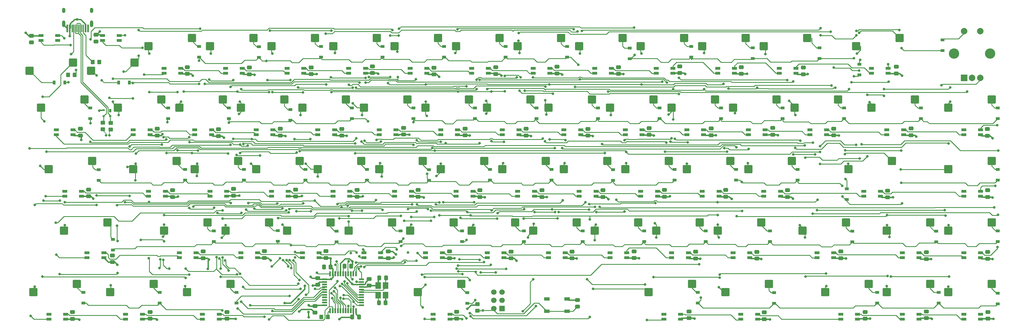
<source format=gbr>
%TF.GenerationSoftware,KiCad,Pcbnew,(6.0.8)*%
%TF.CreationDate,2023-04-08T23:36:10-04:00*%
%TF.ProjectId,keeb,6b656562-2e6b-4696-9361-645f70636258,rev?*%
%TF.SameCoordinates,Original*%
%TF.FileFunction,Copper,L2,Bot*%
%TF.FilePolarity,Positive*%
%FSLAX46Y46*%
G04 Gerber Fmt 4.6, Leading zero omitted, Abs format (unit mm)*
G04 Created by KiCad (PCBNEW (6.0.8)) date 2023-04-08 23:36:10*
%MOMM*%
%LPD*%
G01*
G04 APERTURE LIST*
G04 Aperture macros list*
%AMRoundRect*
0 Rectangle with rounded corners*
0 $1 Rounding radius*
0 $2 $3 $4 $5 $6 $7 $8 $9 X,Y pos of 4 corners*
0 Add a 4 corners polygon primitive as box body*
4,1,4,$2,$3,$4,$5,$6,$7,$8,$9,$2,$3,0*
0 Add four circle primitives for the rounded corners*
1,1,$1+$1,$2,$3*
1,1,$1+$1,$4,$5*
1,1,$1+$1,$6,$7*
1,1,$1+$1,$8,$9*
0 Add four rect primitives between the rounded corners*
20,1,$1+$1,$2,$3,$4,$5,0*
20,1,$1+$1,$4,$5,$6,$7,0*
20,1,$1+$1,$6,$7,$8,$9,0*
20,1,$1+$1,$8,$9,$2,$3,0*%
G04 Aperture macros list end*
%TA.AperFunction,SMDPad,CuDef*%
%ADD10R,1.700000X1.000000*%
%TD*%
%TA.AperFunction,SMDPad,CuDef*%
%ADD11RoundRect,0.254000X1.016000X1.016000X-1.016000X1.016000X-1.016000X-1.016000X1.016000X-1.016000X0*%
%TD*%
%TA.AperFunction,SMDPad,CuDef*%
%ADD12RoundRect,0.250000X-0.475000X0.337500X-0.475000X-0.337500X0.475000X-0.337500X0.475000X0.337500X0*%
%TD*%
%TA.AperFunction,ComponentPad*%
%ADD13C,1.700000*%
%TD*%
%TA.AperFunction,ComponentPad*%
%ADD14R,1.700000X1.700000*%
%TD*%
%TA.AperFunction,SMDPad,CuDef*%
%ADD15RoundRect,0.082000X0.718000X-0.328000X0.718000X0.328000X-0.718000X0.328000X-0.718000X-0.328000X0*%
%TD*%
%TA.AperFunction,SMDPad,CuDef*%
%ADD16RoundRect,0.082000X-0.718000X0.328000X-0.718000X-0.328000X0.718000X-0.328000X0.718000X0.328000X0*%
%TD*%
%TA.AperFunction,ComponentPad*%
%ADD17C,2.000000*%
%TD*%
%TA.AperFunction,ComponentPad*%
%ADD18C,3.200000*%
%TD*%
%TA.AperFunction,ComponentPad*%
%ADD19R,2.000000X2.000000*%
%TD*%
%TA.AperFunction,SMDPad,CuDef*%
%ADD20R,1.200000X0.900000*%
%TD*%
%TA.AperFunction,SMDPad,CuDef*%
%ADD21RoundRect,0.250000X-0.350000X-0.450000X0.350000X-0.450000X0.350000X0.450000X-0.350000X0.450000X0*%
%TD*%
%TA.AperFunction,SMDPad,CuDef*%
%ADD22RoundRect,0.250000X0.475000X-0.337500X0.475000X0.337500X-0.475000X0.337500X-0.475000X-0.337500X0*%
%TD*%
%TA.AperFunction,SMDPad,CuDef*%
%ADD23RoundRect,0.254000X-1.016000X-1.016000X1.016000X-1.016000X1.016000X1.016000X-1.016000X1.016000X0*%
%TD*%
%TA.AperFunction,SMDPad,CuDef*%
%ADD24RoundRect,0.250000X0.337500X0.475000X-0.337500X0.475000X-0.337500X-0.475000X0.337500X-0.475000X0*%
%TD*%
%TA.AperFunction,SMDPad,CuDef*%
%ADD25RoundRect,0.250000X-0.450000X0.350000X-0.450000X-0.350000X0.450000X-0.350000X0.450000X0.350000X0*%
%TD*%
%TA.AperFunction,SMDPad,CuDef*%
%ADD26R,0.700000X1.000000*%
%TD*%
%TA.AperFunction,SMDPad,CuDef*%
%ADD27R,0.700000X0.600000*%
%TD*%
%TA.AperFunction,SMDPad,CuDef*%
%ADD28RoundRect,0.250000X0.350000X0.450000X-0.350000X0.450000X-0.350000X-0.450000X0.350000X-0.450000X0*%
%TD*%
%TA.AperFunction,SMDPad,CuDef*%
%ADD29R,0.900000X1.200000*%
%TD*%
%TA.AperFunction,SMDPad,CuDef*%
%ADD30R,0.550000X1.500000*%
%TD*%
%TA.AperFunction,SMDPad,CuDef*%
%ADD31R,1.500000X0.550000*%
%TD*%
%TA.AperFunction,ComponentPad*%
%ADD32O,1.000000X1.600000*%
%TD*%
%TA.AperFunction,ComponentPad*%
%ADD33O,1.000000X2.100000*%
%TD*%
%TA.AperFunction,SMDPad,CuDef*%
%ADD34R,0.600000X2.450000*%
%TD*%
%TA.AperFunction,SMDPad,CuDef*%
%ADD35R,0.300000X2.450000*%
%TD*%
%TA.AperFunction,SMDPad,CuDef*%
%ADD36RoundRect,0.250000X-0.337500X-0.475000X0.337500X-0.475000X0.337500X0.475000X-0.337500X0.475000X0*%
%TD*%
%TA.AperFunction,SMDPad,CuDef*%
%ADD37R,1.800000X2.100000*%
%TD*%
%TA.AperFunction,ViaPad*%
%ADD38C,0.800000*%
%TD*%
%TA.AperFunction,Conductor*%
%ADD39C,0.381000*%
%TD*%
%TA.AperFunction,Conductor*%
%ADD40C,0.250000*%
%TD*%
%TA.AperFunction,Conductor*%
%ADD41C,0.200000*%
%TD*%
G04 APERTURE END LIST*
D10*
%TO.P,SW1,1,A*%
%TO.N,GND*%
X231800000Y-156700000D03*
X225500000Y-156700000D03*
%TO.P,SW1,2,B*%
%TO.N,RESET*%
X225500000Y-160500000D03*
X231800000Y-160500000D03*
%TD*%
D11*
%TO.P,SW16,2,2*%
%TO.N,COL4*%
X321261250Y-78422500D03*
%TO.P,SW16,1,1*%
%TO.N,Net-(D108-Pad2)*%
X334723250Y-75882500D03*
%TD*%
D12*
%TO.P,C30,2*%
%TO.N,+5V*%
X257150000Y-105875000D03*
%TO.P,C30,1*%
%TO.N,GND*%
X257150000Y-103800000D03*
%TD*%
D13*
%TO.P,J1,1,MISO*%
%TO.N,MISO*%
X209088500Y-154622500D03*
%TO.P,J1,2,VCC*%
%TO.N,+5V*%
X211628500Y-154622500D03*
%TO.P,J1,3,SCK*%
%TO.N,SCK*%
X209088500Y-157162500D03*
%TO.P,J1,4,MOSI*%
%TO.N,MOSI*%
X211628500Y-157162500D03*
%TO.P,J1,5,~{RST}*%
%TO.N,RESET*%
X209088500Y-159702500D03*
D14*
%TO.P,J1,6,GND*%
%TO.N,GND*%
X211628500Y-159702500D03*
%TD*%
D15*
%TO.P,D56,1,VDD*%
%TO.N,+5V*%
X288350000Y-143942500D03*
%TO.P,D56,2,DOUT*%
%TO.N,Net-(D56-Pad2)*%
X288350000Y-142442500D03*
%TO.P,D56,3,VSS*%
%TO.N,GND*%
X283150000Y-142442500D03*
%TO.P,D56,4,DIN*%
%TO.N,Net-(D55-Pad2)*%
X283150000Y-143942500D03*
%TD*%
%TO.P,D36,1,VDD*%
%TO.N,+5V*%
X164491000Y-124892500D03*
%TO.P,D36,2,DOUT*%
%TO.N,Net-(D36-Pad2)*%
X164491000Y-123392500D03*
%TO.P,D36,3,VSS*%
%TO.N,GND*%
X159291000Y-123392500D03*
%TO.P,D36,4,DIN*%
%TO.N,Net-(D35-Pad2)*%
X159291000Y-124892500D03*
%TD*%
%TO.P,D20,1,VDD*%
%TO.N,+5V*%
X140712500Y-105842500D03*
%TO.P,D20,2,DOUT*%
%TO.N,Net-(D20-Pad2)*%
X140712500Y-104342500D03*
%TO.P,D20,3,VSS*%
%TO.N,GND*%
X135512500Y-104342500D03*
%TO.P,D20,4,DIN*%
%TO.N,Net-(D19-Pad2)*%
X135512500Y-105842500D03*
%TD*%
%TO.P,D42,1,VDD*%
%TO.N,+5V*%
X278825000Y-124892500D03*
%TO.P,D42,2,DOUT*%
%TO.N,Net-(D42-Pad2)*%
X278825000Y-123392500D03*
%TO.P,D42,3,VSS*%
%TO.N,GND*%
X273625000Y-123392500D03*
%TO.P,D42,4,DIN*%
%TO.N,Net-(D41-Pad2)*%
X273625000Y-124892500D03*
%TD*%
%TO.P,D24,1,VDD*%
%TO.N,+5V*%
X216912500Y-105842500D03*
%TO.P,D24,2,DOUT*%
%TO.N,Net-(D24-Pad2)*%
X216912500Y-104342500D03*
%TO.P,D24,3,VSS*%
%TO.N,GND*%
X211712500Y-104342500D03*
%TO.P,D24,4,DIN*%
%TO.N,Net-(D23-Pad2)*%
X211712500Y-105842500D03*
%TD*%
%TO.P,D33,1,VDD*%
%TO.N,+5V*%
X107375000Y-124892500D03*
%TO.P,D33,2,DOUT*%
%TO.N,Net-(D33-Pad2)*%
X107375000Y-123392500D03*
%TO.P,D33,3,VSS*%
%TO.N,GND*%
X102175000Y-123392500D03*
%TO.P,D33,4,DIN*%
%TO.N,Net-(D32-Pad2)*%
X102175000Y-124892500D03*
%TD*%
%TO.P,D46,1,VDD*%
%TO.N,+5V*%
X88325000Y-143942500D03*
%TO.P,D46,2,DOUT*%
%TO.N,Net-(D46-Pad2)*%
X88325000Y-142442500D03*
%TO.P,D46,3,VSS*%
%TO.N,GND*%
X83125000Y-142442500D03*
%TO.P,D46,4,DIN*%
%TO.N,D45*%
X83125000Y-143942500D03*
%TD*%
%TO.P,D68,1,VDD*%
%TO.N,+5V*%
X359787500Y-162992500D03*
%TO.P,D68,2,DOUT*%
%TO.N,unconnected-(D68-Pad2)*%
X359787500Y-161492500D03*
%TO.P,D68,3,VSS*%
%TO.N,GND*%
X354587500Y-161492500D03*
%TO.P,D68,4,DIN*%
%TO.N,Net-(D67-Pad2)*%
X354587500Y-162992500D03*
%TD*%
%TO.P,D43,1,VDD*%
%TO.N,+5V*%
X297875000Y-124892500D03*
%TO.P,D43,2,DOUT*%
%TO.N,Net-(D43-Pad2)*%
X297875000Y-123392500D03*
%TO.P,D43,3,VSS*%
%TO.N,GND*%
X292675000Y-123392500D03*
%TO.P,D43,4,DIN*%
%TO.N,Net-(D42-Pad2)*%
X292675000Y-124892500D03*
%TD*%
%TO.P,D55,1,VDD*%
%TO.N,+5V*%
X269327305Y-143942500D03*
%TO.P,D55,2,DOUT*%
%TO.N,Net-(D55-Pad2)*%
X269327305Y-142442500D03*
%TO.P,D55,3,VSS*%
%TO.N,GND*%
X264127305Y-142442500D03*
%TO.P,D55,4,DIN*%
%TO.N,Net-(D54-Pad2)*%
X264127305Y-143942500D03*
%TD*%
%TO.P,D37,1,VDD*%
%TO.N,+5V*%
X183575000Y-124892500D03*
%TO.P,D37,2,DOUT*%
%TO.N,Net-(D37-Pad2)*%
X183575000Y-123392500D03*
%TO.P,D37,3,VSS*%
%TO.N,GND*%
X178375000Y-123392500D03*
%TO.P,D37,4,DIN*%
%TO.N,Net-(D36-Pad2)*%
X178375000Y-124892500D03*
%TD*%
%TO.P,D58,1,VDD*%
%TO.N,+5V*%
X340737500Y-143942500D03*
%TO.P,D58,2,DOUT*%
%TO.N,Net-(D58-Pad2)*%
X340737500Y-142442500D03*
%TO.P,D58,3,VSS*%
%TO.N,GND*%
X335537500Y-142442500D03*
%TO.P,D58,4,DIN*%
%TO.N,Net-(D57-Pad2)*%
X335537500Y-143942500D03*
%TD*%
%TO.P,D25,1,VDD*%
%TO.N,+5V*%
X235977250Y-105842500D03*
%TO.P,D25,2,DOUT*%
%TO.N,Net-(D25-Pad2)*%
X235977250Y-104342500D03*
%TO.P,D25,3,VSS*%
%TO.N,GND*%
X230777250Y-104342500D03*
%TO.P,D25,4,DIN*%
%TO.N,Net-(D24-Pad2)*%
X230777250Y-105842500D03*
%TD*%
%TO.P,D61,1,VDD*%
%TO.N,+5V*%
X100246000Y-162992500D03*
%TO.P,D61,2,DOUT*%
%TO.N,Net-(D61-Pad2)*%
X100246000Y-161492500D03*
%TO.P,D61,3,VSS*%
%TO.N,GND*%
X95046000Y-161492500D03*
%TO.P,D61,4,DIN*%
%TO.N,Net-(D60-Pad2)*%
X95046000Y-162992500D03*
%TD*%
%TO.P,D5,1,VDD*%
%TO.N,+5V*%
X131202250Y-86792500D03*
%TO.P,D5,2,DOUT*%
%TO.N,Net-(D5-Pad2)*%
X131202250Y-85292500D03*
%TO.P,D5,3,VSS*%
%TO.N,GND*%
X126002250Y-85292500D03*
%TO.P,D5,4,DIN*%
%TO.N,Net-(D4-Pad2)*%
X126002250Y-86792500D03*
%TD*%
%TO.P,D34,1,VDD*%
%TO.N,+5V*%
X126391000Y-124892500D03*
%TO.P,D34,2,DOUT*%
%TO.N,Net-(D34-Pad2)*%
X126391000Y-123392500D03*
%TO.P,D34,3,VSS*%
%TO.N,GND*%
X121191000Y-123392500D03*
%TO.P,D34,4,DIN*%
%TO.N,Net-(D33-Pad2)*%
X121191000Y-124892500D03*
%TD*%
%TO.P,D31,1,VDD*%
%TO.N,+5V*%
X359787500Y-105842500D03*
%TO.P,D31,2,DOUT*%
%TO.N,D31*%
X359787500Y-104342500D03*
%TO.P,D31,3,VSS*%
%TO.N,GND*%
X354587500Y-104342500D03*
%TO.P,D31,4,DIN*%
%TO.N,Net-(D30-Pad2)*%
X354587500Y-105842500D03*
%TD*%
%TO.P,D10,1,VDD*%
%TO.N,+5V*%
X226437500Y-86792500D03*
%TO.P,D10,2,DOUT*%
%TO.N,Net-(D10-Pad2)*%
X226437500Y-85292500D03*
%TO.P,D10,3,VSS*%
%TO.N,GND*%
X221237500Y-85292500D03*
%TO.P,D10,4,DIN*%
%TO.N,Net-(D10-Pad4)*%
X221237500Y-86792500D03*
%TD*%
%TO.P,D44,1,VDD*%
%TO.N,+5V*%
X328797250Y-124892500D03*
%TO.P,D44,2,DOUT*%
%TO.N,Net-(D44-Pad2)*%
X328797250Y-123392500D03*
%TO.P,D44,3,VSS*%
%TO.N,GND*%
X323597250Y-123392500D03*
%TO.P,D44,4,DIN*%
%TO.N,Net-(D43-Pad2)*%
X323597250Y-124892500D03*
%TD*%
%TO.P,D19,1,VDD*%
%TO.N,+5V*%
X121677250Y-105842500D03*
%TO.P,D19,2,DOUT*%
%TO.N,Net-(D19-Pad2)*%
X121677250Y-104342500D03*
%TO.P,D19,3,VSS*%
%TO.N,GND*%
X116477250Y-104342500D03*
%TO.P,D19,4,DIN*%
%TO.N,Net-(D18-Pad2)*%
X116477250Y-105842500D03*
%TD*%
%TO.P,D48,1,VDD*%
%TO.N,+5V*%
X135964750Y-143942500D03*
%TO.P,D48,2,DOUT*%
%TO.N,Net-(D48-Pad2)*%
X135964750Y-142442500D03*
%TO.P,D48,3,VSS*%
%TO.N,GND*%
X130764750Y-142442500D03*
%TO.P,D48,4,DIN*%
%TO.N,Net-(D47-Pad2)*%
X130764750Y-143942500D03*
%TD*%
%TO.P,D47,1,VDD*%
%TO.N,+5V*%
X116914750Y-143942500D03*
%TO.P,D47,2,DOUT*%
%TO.N,Net-(D47-Pad2)*%
X116914750Y-142442500D03*
%TO.P,D47,3,VSS*%
%TO.N,GND*%
X111714750Y-142442500D03*
%TO.P,D47,4,DIN*%
%TO.N,Net-(D46-Pad2)*%
X111714750Y-143942500D03*
%TD*%
%TO.P,D66,1,VDD*%
%TO.N,+5V*%
X321687500Y-162992500D03*
%TO.P,D66,2,DOUT*%
%TO.N,Net-(D66-Pad2)*%
X321687500Y-161492500D03*
%TO.P,D66,3,VSS*%
%TO.N,GND*%
X316487500Y-161492500D03*
%TO.P,D66,4,DIN*%
%TO.N,Net-(D65-Pad2)*%
X316487500Y-162992500D03*
%TD*%
%TO.P,D41,1,VDD*%
%TO.N,+5V*%
X259775000Y-124892500D03*
%TO.P,D41,2,DOUT*%
%TO.N,Net-(D41-Pad2)*%
X259775000Y-123392500D03*
%TO.P,D41,3,VSS*%
%TO.N,GND*%
X254575000Y-123392500D03*
%TO.P,D41,4,DIN*%
%TO.N,Net-(D40-Pad2)*%
X254575000Y-124892500D03*
%TD*%
D16*
%TO.P,D2,1,VDD*%
%TO.N,+5V*%
X68837500Y-75132500D03*
%TO.P,D2,2,DOUT*%
%TO.N,Net-(D2-Pad2)*%
X68837500Y-76632500D03*
%TO.P,D2,3,VSS*%
%TO.N,GND*%
X74037500Y-76632500D03*
%TO.P,D2,4,DIN*%
%TO.N,LED*%
X74037500Y-75132500D03*
%TD*%
D15*
%TO.P,D53,1,VDD*%
%TO.N,+5V*%
X231200000Y-143942500D03*
%TO.P,D53,2,DOUT*%
%TO.N,Net-(D53-Pad2)*%
X231200000Y-142442500D03*
%TO.P,D53,3,VSS*%
%TO.N,GND*%
X226000000Y-142442500D03*
%TO.P,D53,4,DIN*%
%TO.N,Net-(D52-Pad2)*%
X226000000Y-143942500D03*
%TD*%
%TO.P,D21,1,VDD*%
%TO.N,+5V*%
X159777250Y-105842500D03*
%TO.P,D21,2,DOUT*%
%TO.N,Net-(D21-Pad2)*%
X159777250Y-104342500D03*
%TO.P,D21,3,VSS*%
%TO.N,GND*%
X154577250Y-104342500D03*
%TO.P,D21,4,DIN*%
%TO.N,Net-(D20-Pad2)*%
X154577250Y-105842500D03*
%TD*%
%TO.P,D63,1,VDD*%
%TO.N,+5V*%
X195496007Y-162992500D03*
%TO.P,D63,2,DOUT*%
%TO.N,Net-(D63-Pad2)*%
X195496007Y-161492500D03*
%TO.P,D63,3,VSS*%
%TO.N,GND*%
X190296007Y-161492500D03*
%TO.P,D63,4,DIN*%
%TO.N,Net-(D62-Pad2)*%
X190296007Y-162992500D03*
%TD*%
%TO.P,D6,1,VDD*%
%TO.N,+5V*%
X150252250Y-86792500D03*
%TO.P,D6,2,DOUT*%
%TO.N,Net-(D6-Pad2)*%
X150252250Y-85292500D03*
%TO.P,D6,3,VSS*%
%TO.N,GND*%
X145052250Y-85292500D03*
%TO.P,D6,4,DIN*%
%TO.N,Net-(D5-Pad2)*%
X145052250Y-86792500D03*
%TD*%
%TO.P,D18,1,VDD*%
%TO.N,+5V*%
X102627250Y-105842500D03*
%TO.P,D18,2,DOUT*%
%TO.N,Net-(D18-Pad2)*%
X102627250Y-104342500D03*
%TO.P,D18,3,VSS*%
%TO.N,GND*%
X97427250Y-104342500D03*
%TO.P,D18,4,DIN*%
%TO.N,Net-(D17-Pad2)*%
X97427250Y-105842500D03*
%TD*%
%TO.P,D54,1,VDD*%
%TO.N,+5V*%
X250250000Y-143942500D03*
%TO.P,D54,2,DOUT*%
%TO.N,Net-(D54-Pad2)*%
X250250000Y-142442500D03*
%TO.P,D54,3,VSS*%
%TO.N,GND*%
X245050000Y-142442500D03*
%TO.P,D54,4,DIN*%
%TO.N,Net-(D53-Pad2)*%
X245050000Y-143942500D03*
%TD*%
%TO.P,D32,1,VDD*%
%TO.N,+5V*%
X81403500Y-124892500D03*
%TO.P,D32,2,DOUT*%
%TO.N,Net-(D32-Pad2)*%
X81403500Y-123392500D03*
%TO.P,D32,3,VSS*%
%TO.N,GND*%
X76203500Y-123392500D03*
%TO.P,D32,4,DIN*%
%TO.N,D31*%
X76203500Y-124892500D03*
%TD*%
%TO.P,D27,1,VDD*%
%TO.N,+5V*%
X274062500Y-105842500D03*
%TO.P,D27,2,DOUT*%
%TO.N,Net-(D27-Pad2)*%
X274062500Y-104342500D03*
%TO.P,D27,3,VSS*%
%TO.N,GND*%
X268862500Y-104342500D03*
%TO.P,D27,4,DIN*%
%TO.N,Net-(D26-Pad2)*%
X268862500Y-105842500D03*
%TD*%
%TO.P,D12,1,VDD*%
%TO.N,+5V*%
X264552250Y-86792500D03*
%TO.P,D12,2,DOUT*%
%TO.N,Net-(D12-Pad2)*%
X264552250Y-85292500D03*
%TO.P,D12,3,VSS*%
%TO.N,GND*%
X259352250Y-85292500D03*
%TO.P,D12,4,DIN*%
%TO.N,Net-(D11-Pad2)*%
X259352250Y-86792500D03*
%TD*%
%TO.P,D30,1,VDD*%
%TO.N,+5V*%
X335989750Y-105842500D03*
%TO.P,D30,2,DOUT*%
%TO.N,Net-(D30-Pad2)*%
X335989750Y-104342500D03*
%TO.P,D30,3,VSS*%
%TO.N,GND*%
X330789750Y-104342500D03*
%TO.P,D30,4,DIN*%
%TO.N,Net-(D29-Pad2)*%
X330789750Y-105842500D03*
%TD*%
%TO.P,D22,1,VDD*%
%TO.N,+5V*%
X178812500Y-105842500D03*
%TO.P,D22,2,DOUT*%
%TO.N,Net-(D22-Pad2)*%
X178812500Y-104342500D03*
%TO.P,D22,3,VSS*%
%TO.N,GND*%
X173612500Y-104342500D03*
%TO.P,D22,4,DIN*%
%TO.N,Net-(D21-Pad2)*%
X173612500Y-105842500D03*
%TD*%
%TO.P,D50,1,VDD*%
%TO.N,+5V*%
X174050000Y-143942500D03*
%TO.P,D50,2,DOUT*%
%TO.N,Net-(D50-Pad2)*%
X174050000Y-142442500D03*
%TO.P,D50,3,VSS*%
%TO.N,GND*%
X168850000Y-142442500D03*
%TO.P,D50,4,DIN*%
%TO.N,Net-(D49-Pad2)*%
X168850000Y-143942500D03*
%TD*%
%TO.P,D62,1,VDD*%
%TO.N,+5V*%
X124058500Y-162992500D03*
%TO.P,D62,2,DOUT*%
%TO.N,Net-(D62-Pad2)*%
X124058500Y-161492500D03*
%TO.P,D62,3,VSS*%
%TO.N,GND*%
X118858500Y-161492500D03*
%TO.P,D62,4,DIN*%
%TO.N,Net-(D61-Pad2)*%
X118858500Y-162992500D03*
%TD*%
D16*
%TO.P,D3,1,VDD*%
%TO.N,+5V*%
X87902250Y-75132500D03*
%TO.P,D3,2,DOUT*%
%TO.N,Net-(D3-Pad2)*%
X87902250Y-76632500D03*
%TO.P,D3,3,VSS*%
%TO.N,GND*%
X93102250Y-76632500D03*
%TO.P,D3,4,DIN*%
%TO.N,Net-(D2-Pad2)*%
X93102250Y-75132500D03*
%TD*%
D15*
%TO.P,D11,1,VDD*%
%TO.N,+5V*%
X245502250Y-86792500D03*
%TO.P,D11,2,DOUT*%
%TO.N,Net-(D11-Pad2)*%
X245502250Y-85292500D03*
%TO.P,D11,3,VSS*%
%TO.N,GND*%
X240302250Y-85292500D03*
%TO.P,D11,4,DIN*%
%TO.N,Net-(D10-Pad2)*%
X240302250Y-86792500D03*
%TD*%
%TO.P,D26,1,VDD*%
%TO.N,+5V*%
X255012500Y-105842500D03*
%TO.P,D26,2,DOUT*%
%TO.N,Net-(D26-Pad2)*%
X255012500Y-104342500D03*
%TO.P,D26,3,VSS*%
%TO.N,GND*%
X249812500Y-104342500D03*
%TO.P,D26,4,DIN*%
%TO.N,Net-(D25-Pad2)*%
X249812500Y-105842500D03*
%TD*%
%TO.P,D35,1,VDD*%
%TO.N,+5V*%
X145441000Y-124892500D03*
%TO.P,D35,2,DOUT*%
%TO.N,Net-(D35-Pad2)*%
X145441000Y-123392500D03*
%TO.P,D35,3,VSS*%
%TO.N,GND*%
X140241000Y-123392500D03*
%TO.P,D35,4,DIN*%
%TO.N,Net-(D34-Pad2)*%
X140241000Y-124892500D03*
%TD*%
%TO.P,D14,1,VDD*%
%TO.N,+5V*%
X302652250Y-86792500D03*
%TO.P,D14,2,DOUT*%
%TO.N,Net-(D14-Pad2)*%
X302652250Y-85292500D03*
%TO.P,D14,3,VSS*%
%TO.N,GND*%
X297452250Y-85292500D03*
%TO.P,D14,4,DIN*%
%TO.N,Net-(D13-Pad2)*%
X297452250Y-86792500D03*
%TD*%
%TO.P,D4,1,VDD*%
%TO.N,+5V*%
X112137500Y-86792500D03*
%TO.P,D4,2,DOUT*%
%TO.N,Net-(D4-Pad2)*%
X112137500Y-85292500D03*
%TO.P,D4,3,VSS*%
%TO.N,GND*%
X106937500Y-85292500D03*
%TO.P,D4,4,DIN*%
%TO.N,Net-(D3-Pad2)*%
X106937500Y-86792500D03*
%TD*%
%TO.P,D57,1,VDD*%
%TO.N,+5V*%
X314363555Y-143942500D03*
%TO.P,D57,2,DOUT*%
%TO.N,Net-(D57-Pad2)*%
X314363555Y-142442500D03*
%TO.P,D57,3,VSS*%
%TO.N,GND*%
X309163555Y-142442500D03*
%TO.P,D57,4,DIN*%
%TO.N,Net-(D56-Pad2)*%
X309163555Y-143942500D03*
%TD*%
%TO.P,D28,1,VDD*%
%TO.N,+5V*%
X293112500Y-105842500D03*
%TO.P,D28,2,DOUT*%
%TO.N,Net-(D28-Pad2)*%
X293112500Y-104342500D03*
%TO.P,D28,3,VSS*%
%TO.N,GND*%
X287912500Y-104342500D03*
%TO.P,D28,4,DIN*%
%TO.N,Net-(D27-Pad2)*%
X287912500Y-105842500D03*
%TD*%
%TO.P,D59,1,VDD*%
%TO.N,+5V*%
X359787500Y-143942500D03*
%TO.P,D59,2,DOUT*%
%TO.N,D59*%
X359787500Y-142442500D03*
%TO.P,D59,3,VSS*%
%TO.N,GND*%
X354587500Y-142442500D03*
%TO.P,D59,4,DIN*%
%TO.N,Net-(D58-Pad2)*%
X354587500Y-143942500D03*
%TD*%
%TO.P,D38,1,VDD*%
%TO.N,+5V*%
X202625000Y-124892500D03*
%TO.P,D38,2,DOUT*%
%TO.N,Net-(D38-Pad2)*%
X202625000Y-123392500D03*
%TO.P,D38,3,VSS*%
%TO.N,GND*%
X197425000Y-123392500D03*
%TO.P,D38,4,DIN*%
%TO.N,Net-(D37-Pad2)*%
X197425000Y-124892500D03*
%TD*%
%TO.P,D67,1,VDD*%
%TO.N,+5V*%
X340737500Y-162992500D03*
%TO.P,D67,2,DOUT*%
%TO.N,Net-(D67-Pad2)*%
X340737500Y-161492500D03*
%TO.P,D67,3,VSS*%
%TO.N,GND*%
X335537500Y-161492500D03*
%TO.P,D67,4,DIN*%
%TO.N,Net-(D66-Pad2)*%
X335537500Y-162992500D03*
%TD*%
%TO.P,D15,1,VDD*%
%TO.N,+5V*%
X331212500Y-86792500D03*
%TO.P,D15,2,DOUT*%
%TO.N,D16*%
X331212500Y-85292500D03*
%TO.P,D15,3,VSS*%
%TO.N,GND*%
X326012500Y-85292500D03*
%TO.P,D15,4,DIN*%
%TO.N,Net-(D14-Pad2)*%
X326012500Y-86792500D03*
%TD*%
%TO.P,D64,1,VDD*%
%TO.N,+5V*%
X266918750Y-162992500D03*
%TO.P,D64,2,DOUT*%
%TO.N,Net-(D64-Pad2)*%
X266918750Y-161492500D03*
%TO.P,D64,3,VSS*%
%TO.N,GND*%
X261718750Y-161492500D03*
%TO.P,D64,4,DIN*%
%TO.N,Net-(D63-Pad2)*%
X261718750Y-162992500D03*
%TD*%
%TO.P,D9,1,VDD*%
%TO.N,+5V*%
X207402250Y-86792500D03*
%TO.P,D9,2,DOUT*%
%TO.N,Net-(D10-Pad4)*%
X207402250Y-85292500D03*
%TO.P,D9,3,VSS*%
%TO.N,GND*%
X202202250Y-85292500D03*
%TO.P,D9,4,DIN*%
%TO.N,Net-(D8-Pad2)*%
X202202250Y-86792500D03*
%TD*%
%TO.P,D29,1,VDD*%
%TO.N,+5V*%
X312162500Y-105842500D03*
%TO.P,D29,2,DOUT*%
%TO.N,Net-(D29-Pad2)*%
X312162500Y-104342500D03*
%TO.P,D29,3,VSS*%
%TO.N,GND*%
X306962500Y-104342500D03*
%TO.P,D29,4,DIN*%
%TO.N,Net-(D28-Pad2)*%
X306962500Y-105842500D03*
%TD*%
%TO.P,D23,1,VDD*%
%TO.N,+5V*%
X197862500Y-105842500D03*
%TO.P,D23,2,DOUT*%
%TO.N,Net-(D23-Pad2)*%
X197862500Y-104342500D03*
%TO.P,D23,3,VSS*%
%TO.N,GND*%
X192662500Y-104342500D03*
%TO.P,D23,4,DIN*%
%TO.N,Net-(D22-Pad2)*%
X192662500Y-105842500D03*
%TD*%
D17*
%TO.P,SW2,S2,S2*%
%TO.N,Net-(D103-Pad2)*%
X354687500Y-73712500D03*
%TO.P,SW2,S1,S1*%
%TO.N,COL9*%
X359687500Y-73712500D03*
D18*
%TO.P,SW2,MP*%
%TO.N,N/C*%
X362787500Y-80712500D03*
X351587500Y-80712500D03*
D17*
%TO.P,SW2,C,C*%
%TO.N,GND*%
X357187500Y-88212500D03*
%TO.P,SW2,B,B*%
%TO.N,RE1*%
X359687500Y-88212500D03*
D19*
%TO.P,SW2,A,A*%
%TO.N,RE2*%
X354687500Y-88212500D03*
%TD*%
D15*
%TO.P,D52,1,VDD*%
%TO.N,+5V*%
X212223805Y-143942500D03*
%TO.P,D52,2,DOUT*%
%TO.N,Net-(D52-Pad2)*%
X212223805Y-142442500D03*
%TO.P,D52,3,VSS*%
%TO.N,GND*%
X207023805Y-142442500D03*
%TO.P,D52,4,DIN*%
%TO.N,Net-(D51-Pad2)*%
X207023805Y-143942500D03*
%TD*%
%TO.P,D8,1,VDD*%
%TO.N,+5V*%
X188352250Y-86792500D03*
%TO.P,D8,2,DOUT*%
%TO.N,Net-(D8-Pad2)*%
X188352250Y-85292500D03*
%TO.P,D8,3,VSS*%
%TO.N,GND*%
X183152250Y-85292500D03*
%TO.P,D8,4,DIN*%
%TO.N,Net-(D7-Pad2)*%
X183152250Y-86792500D03*
%TD*%
%TO.P,D49,1,VDD*%
%TO.N,+5V*%
X155000000Y-143942500D03*
%TO.P,D49,2,DOUT*%
%TO.N,Net-(D49-Pad2)*%
X155000000Y-142442500D03*
%TO.P,D49,3,VSS*%
%TO.N,GND*%
X149800000Y-142442500D03*
%TO.P,D49,4,DIN*%
%TO.N,Net-(D48-Pad2)*%
X149800000Y-143942500D03*
%TD*%
%TO.P,D51,1,VDD*%
%TO.N,+5V*%
X193127305Y-143942500D03*
%TO.P,D51,2,DOUT*%
%TO.N,Net-(D51-Pad2)*%
X193127305Y-142442500D03*
%TO.P,D51,3,VSS*%
%TO.N,GND*%
X187927305Y-142442500D03*
%TO.P,D51,4,DIN*%
%TO.N,Net-(D50-Pad2)*%
X187927305Y-143942500D03*
%TD*%
%TO.P,D65,1,VDD*%
%TO.N,+5V*%
X290746000Y-162992500D03*
%TO.P,D65,2,DOUT*%
%TO.N,Net-(D65-Pad2)*%
X290746000Y-161492500D03*
%TO.P,D65,3,VSS*%
%TO.N,GND*%
X285546000Y-161492500D03*
%TO.P,D65,4,DIN*%
%TO.N,Net-(D64-Pad2)*%
X285546000Y-162992500D03*
%TD*%
%TO.P,D60,1,VDD*%
%TO.N,+5V*%
X76493250Y-162992500D03*
%TO.P,D60,2,DOUT*%
%TO.N,Net-(D60-Pad2)*%
X76493250Y-161492500D03*
%TO.P,D60,3,VSS*%
%TO.N,GND*%
X71293250Y-161492500D03*
%TO.P,D60,4,DIN*%
%TO.N,D59*%
X71293250Y-162992500D03*
%TD*%
%TO.P,D13,1,VDD*%
%TO.N,+5V*%
X283617000Y-86792500D03*
%TO.P,D13,2,DOUT*%
%TO.N,Net-(D13-Pad2)*%
X283617000Y-85292500D03*
%TO.P,D13,3,VSS*%
%TO.N,GND*%
X278417000Y-85292500D03*
%TO.P,D13,4,DIN*%
%TO.N,Net-(D12-Pad2)*%
X278417000Y-86792500D03*
%TD*%
%TO.P,D39,1,VDD*%
%TO.N,+5V*%
X221675000Y-124892500D03*
%TO.P,D39,2,DOUT*%
%TO.N,Net-(D39-Pad2)*%
X221675000Y-123392500D03*
%TO.P,D39,3,VSS*%
%TO.N,GND*%
X216475000Y-123392500D03*
%TO.P,D39,4,DIN*%
%TO.N,Net-(D38-Pad2)*%
X216475000Y-124892500D03*
%TD*%
%TO.P,D7,1,VDD*%
%TO.N,+5V*%
X169334000Y-86792500D03*
%TO.P,D7,2,DOUT*%
%TO.N,Net-(D7-Pad2)*%
X169334000Y-85292500D03*
%TO.P,D7,3,VSS*%
%TO.N,GND*%
X164134000Y-85292500D03*
%TO.P,D7,4,DIN*%
%TO.N,Net-(D6-Pad2)*%
X164134000Y-86792500D03*
%TD*%
%TO.P,D40,1,VDD*%
%TO.N,+5V*%
X240725000Y-124892500D03*
%TO.P,D40,2,DOUT*%
%TO.N,Net-(D40-Pad2)*%
X240725000Y-123392500D03*
%TO.P,D40,3,VSS*%
%TO.N,GND*%
X235525000Y-123392500D03*
%TO.P,D40,4,DIN*%
%TO.N,Net-(D39-Pad2)*%
X235525000Y-124892500D03*
%TD*%
%TO.P,D45,1,VDD*%
%TO.N,+5V*%
X359787500Y-124892500D03*
%TO.P,D45,2,DOUT*%
%TO.N,D45*%
X359787500Y-123392500D03*
%TO.P,D45,3,VSS*%
%TO.N,GND*%
X354587500Y-123392500D03*
%TO.P,D45,4,DIN*%
%TO.N,Net-(D44-Pad2)*%
X354587500Y-124892500D03*
%TD*%
%TO.P,D17,1,VDD*%
%TO.N,+5V*%
X78814750Y-105842500D03*
%TO.P,D17,2,DOUT*%
%TO.N,Net-(D17-Pad2)*%
X78814750Y-104342500D03*
%TO.P,D17,3,VSS*%
%TO.N,GND*%
X73614750Y-104342500D03*
%TO.P,D17,4,DIN*%
%TO.N,D16*%
X73614750Y-105842500D03*
%TD*%
D12*
%TO.P,C18,1*%
%TO.N,GND*%
X138050000Y-141937500D03*
%TO.P,C18,2*%
%TO.N,+5V*%
X138050000Y-144012500D03*
%TD*%
D11*
%TO.P,SW61,2,2*%
%TO.N,COL9*%
X90280000Y-154622500D03*
%TO.P,SW61,1,1*%
%TO.N,Net-(D153-Pad2)*%
X103742000Y-152082500D03*
%TD*%
D20*
%TO.P,D128,1,K*%
%TO.N,ROW3*%
X169828500Y-119856250D03*
%TO.P,D128,2,A*%
%TO.N,Net-(D128-Pad2)*%
X169828500Y-116556250D03*
%TD*%
D11*
%TO.P,SW50,2,2*%
%TO.N,COL8*%
X164111305Y-135572500D03*
%TO.P,SW50,1,1*%
%TO.N,Net-(D142-Pad2)*%
X177573305Y-133032500D03*
%TD*%
D21*
%TO.P,R6,1*%
%TO.N,GND*%
X155672996Y-162309750D03*
%TO.P,R6,2*%
%TO.N,Net-(R6-Pad2)*%
X157672996Y-162309750D03*
%TD*%
D12*
%TO.P,C43,1*%
%TO.N,GND*%
X247660000Y-84910000D03*
%TO.P,C43,2*%
%TO.N,+5V*%
X247660000Y-86985000D03*
%TD*%
D11*
%TO.P,SW57,2,2*%
%TO.N,COL5*%
X304651555Y-135572500D03*
%TO.P,SW57,1,1*%
%TO.N,Net-(D149-Pad2)*%
X318113555Y-133032500D03*
%TD*%
D20*
%TO.P,D100,1,K*%
%TO.N,ROW0*%
X193689750Y-81818750D03*
%TO.P,D100,2,A*%
%TO.N,Net-(D100-Pad2)*%
X193689750Y-78518750D03*
%TD*%
D11*
%TO.P,SW38,2,2*%
%TO.N,COL6*%
X192659000Y-116522500D03*
%TO.P,SW38,1,1*%
%TO.N,Net-(D130-Pad2)*%
X206121000Y-113982500D03*
%TD*%
%TO.P,SW31,2,2*%
%TO.N,COL9*%
X349821500Y-97472500D03*
%TO.P,SW31,1,1*%
%TO.N,Net-(D123-Pad2)*%
X363283500Y-94932500D03*
%TD*%
D22*
%TO.P,C15,1*%
%TO.N,GND*%
X85850000Y-76925000D03*
%TO.P,C15,2*%
%TO.N,+5V*%
X85850000Y-74850000D03*
%TD*%
D11*
%TO.P,SW5,2,2*%
%TO.N,COL2*%
X102186250Y-78422500D03*
%TO.P,SW5,1,1*%
%TO.N,Net-(D96-Pad2)*%
X115648250Y-75882500D03*
%TD*%
D20*
%TO.P,D138,1,K*%
%TO.N,ROW4*%
X91150000Y-141550000D03*
%TO.P,D138,2,A*%
%TO.N,Net-(D138-Pad2)*%
X91150000Y-138250000D03*
%TD*%
D12*
%TO.P,C62,1*%
%TO.N,GND*%
X102650000Y-160750000D03*
%TO.P,C62,2*%
%TO.N,+5V*%
X102650000Y-162825000D03*
%TD*%
D20*
%TO.P,D140,1,K*%
%TO.N,ROW4*%
X142153555Y-138887500D03*
%TO.P,D140,2,A*%
%TO.N,Net-(D140-Pad2)*%
X142153555Y-135587500D03*
%TD*%
D12*
%TO.P,C42,1*%
%TO.N,GND*%
X204800000Y-123050000D03*
%TO.P,C42,2*%
%TO.N,+5V*%
X204800000Y-125125000D03*
%TD*%
D11*
%TO.P,SW46,2,2*%
%TO.N,COL4*%
X75992500Y-135572500D03*
%TO.P,SW46,1,1*%
%TO.N,Net-(D138-Pad2)*%
X89454500Y-133032500D03*
%TD*%
D20*
%TO.P,D117,1,K*%
%TO.N,ROW2*%
X241314750Y-100868750D03*
%TO.P,D117,2,A*%
%TO.N,Net-(D117-Pad2)*%
X241314750Y-97568750D03*
%TD*%
D12*
%TO.P,C60,1*%
%TO.N,GND*%
X119050000Y-142000000D03*
%TO.P,C60,2*%
%TO.N,+5V*%
X119050000Y-144075000D03*
%TD*%
D11*
%TO.P,SW54,2,2*%
%TO.N,COL2*%
X240311305Y-135572500D03*
%TO.P,SW54,1,1*%
%TO.N,Net-(D146-Pad2)*%
X253773305Y-133032500D03*
%TD*%
D12*
%TO.P,C35,1*%
%TO.N,GND*%
X316550000Y-142000000D03*
%TO.P,C35,2*%
%TO.N,+5V*%
X316550000Y-144075000D03*
%TD*%
%TO.P,C33,1*%
%TO.N,GND*%
X343050000Y-142250000D03*
%TO.P,C33,2*%
%TO.N,+5V*%
X343050000Y-144325000D03*
%TD*%
D21*
%TO.P,R4,1*%
%TO.N,GND*%
X77278500Y-87312500D03*
%TO.P,R4,2*%
%TO.N,Net-(R4-Pad2)*%
X79278500Y-87312500D03*
%TD*%
D12*
%TO.P,C59,1*%
%TO.N,GND*%
X276400000Y-103900000D03*
%TO.P,C59,2*%
%TO.N,+5V*%
X276400000Y-105975000D03*
%TD*%
D11*
%TO.P,SW22,2,2*%
%TO.N,COL0*%
X168861250Y-97472500D03*
%TO.P,SW22,1,1*%
%TO.N,Net-(D114-Pad2)*%
X182323250Y-94932500D03*
%TD*%
D20*
%TO.P,D121,1,K*%
%TO.N,ROW2*%
X317514750Y-100868750D03*
%TO.P,D121,2,A*%
%TO.N,Net-(D121-Pad2)*%
X317514750Y-97568750D03*
%TD*%
D11*
%TO.P,SW28,2,2*%
%TO.N,COL6*%
X283146500Y-97472500D03*
%TO.P,SW28,1,1*%
%TO.N,Net-(D120-Pad2)*%
X296608500Y-94932500D03*
%TD*%
%TO.P,SW42,2,2*%
%TO.N,COL0*%
X268859000Y-116522500D03*
%TO.P,SW42,1,1*%
%TO.N,Net-(D134-Pad2)*%
X282321000Y-113982500D03*
%TD*%
%TO.P,SW39,2,2*%
%TO.N,COL7*%
X211709000Y-116522500D03*
%TO.P,SW39,1,1*%
%TO.N,Net-(D131-Pad2)*%
X225171000Y-113982500D03*
%TD*%
D20*
%TO.P,D134,1,K*%
%TO.N,ROW4*%
X284128500Y-119918750D03*
%TO.P,D134,2,A*%
%TO.N,Net-(D134-Pad2)*%
X284128500Y-116618750D03*
%TD*%
D11*
%TO.P,SW55,2,2*%
%TO.N,COL3*%
X259361305Y-135572500D03*
%TO.P,SW55,1,1*%
%TO.N,Net-(D147-Pad2)*%
X272823305Y-133032500D03*
%TD*%
D12*
%TO.P,C44,1*%
%TO.N,GND*%
X142950000Y-104000000D03*
%TO.P,C44,2*%
%TO.N,+5V*%
X142950000Y-106075000D03*
%TD*%
D20*
%TO.P,D124,1,K*%
%TO.N,ROW3*%
X86741000Y-119981250D03*
%TO.P,D124,2,A*%
%TO.N,Net-(D124-Pad2)*%
X86741000Y-116681250D03*
%TD*%
D23*
%TO.P,SW4,2,2*%
%TO.N,COL1*%
X97868250Y-83502500D03*
%TO.P,SW4,1,1*%
%TO.N,Net-(D95-Pad2)*%
X84406250Y-86042500D03*
%TD*%
D12*
%TO.P,C14,1*%
%TO.N,GND*%
X324100000Y-160750000D03*
%TO.P,C14,2*%
%TO.N,+5V*%
X324100000Y-162825000D03*
%TD*%
D20*
%TO.P,D125,1,K*%
%TO.N,ROW3*%
X113521000Y-119918750D03*
%TO.P,D125,2,A*%
%TO.N,Net-(D125-Pad2)*%
X113521000Y-116618750D03*
%TD*%
D11*
%TO.P,SW36,2,2*%
%TO.N,COL4*%
X154525000Y-116522500D03*
%TO.P,SW36,1,1*%
%TO.N,Net-(D128-Pad2)*%
X167987000Y-113982500D03*
%TD*%
D20*
%TO.P,D150,1,K*%
%TO.N,ROW5*%
X346102305Y-139031250D03*
%TO.P,D150,2,A*%
%TO.N,Net-(D150-Pad2)*%
X346102305Y-135731250D03*
%TD*%
D11*
%TO.P,SW30,2,2*%
%TO.N,COL8*%
X326009000Y-97472500D03*
%TO.P,SW30,1,1*%
%TO.N,Net-(D122-Pad2)*%
X339471000Y-94932500D03*
%TD*%
%TO.P,SW59,2,2*%
%TO.N,COL7*%
X349821500Y-135572500D03*
%TO.P,SW59,1,1*%
%TO.N,Net-(D151-Pad2)*%
X363283500Y-133032500D03*
%TD*%
D24*
%TO.P,C8,1*%
%TO.N,+5V*%
X158573167Y-146842664D03*
%TO.P,C8,2*%
%TO.N,GND*%
X156498167Y-146842664D03*
%TD*%
D12*
%TO.P,C22,1*%
%TO.N,GND*%
X361900000Y-104062500D03*
%TO.P,C22,2*%
%TO.N,+5V*%
X361900000Y-106137500D03*
%TD*%
D11*
%TO.P,SW66,2,2*%
%TO.N,COL4*%
X311721500Y-154622500D03*
%TO.P,SW66,1,1*%
%TO.N,Net-(D158-Pad2)*%
X325183500Y-152082500D03*
%TD*%
D12*
%TO.P,C10,1*%
%TO.N,GND*%
X104850000Y-103975000D03*
%TO.P,C10,2*%
%TO.N,+5V*%
X104850000Y-106050000D03*
%TD*%
D11*
%TO.P,SW6,2,2*%
%TO.N,COL3*%
X121236250Y-78422500D03*
%TO.P,SW6,1,1*%
%TO.N,Net-(D97-Pad2)*%
X134698250Y-75882500D03*
%TD*%
D12*
%TO.P,C65,1*%
%TO.N,GND*%
X285710000Y-84882500D03*
%TO.P,C65,2*%
%TO.N,+5V*%
X285710000Y-86957500D03*
%TD*%
D11*
%TO.P,SW60,2,2*%
%TO.N,COL8*%
X66467500Y-154622500D03*
%TO.P,SW60,1,1*%
%TO.N,Net-(D152-Pad2)*%
X79929500Y-152082500D03*
%TD*%
%TO.P,SW29,2,2*%
%TO.N,COL7*%
X302196500Y-97472500D03*
%TO.P,SW29,1,1*%
%TO.N,Net-(D121-Pad2)*%
X315658500Y-94932500D03*
%TD*%
D20*
%TO.P,D97,1,K*%
%TO.N,ROW0*%
X136317500Y-81881250D03*
%TO.P,D97,2,A*%
%TO.N,Net-(D97-Pad2)*%
X136317500Y-78581250D03*
%TD*%
D11*
%TO.P,SW67,2,2*%
%TO.N,COL5*%
X330771500Y-154622500D03*
%TO.P,SW67,1,1*%
%TO.N,Net-(D159-Pad2)*%
X344233500Y-152082500D03*
%TD*%
D20*
%TO.P,D151,1,K*%
%TO.N,ROW5*%
X365152305Y-138968750D03*
%TO.P,D151,2,A*%
%TO.N,Net-(D151-Pad2)*%
X365152305Y-135668750D03*
%TD*%
%TO.P,D112,1,K*%
%TO.N,ROW1*%
X146064750Y-101312500D03*
%TO.P,D112,2,A*%
%TO.N,Net-(D112-Pad2)*%
X146064750Y-98012500D03*
%TD*%
%TO.P,D131,1,K*%
%TO.N,ROW3*%
X226978500Y-119918750D03*
%TO.P,D131,2,A*%
%TO.N,Net-(D131-Pad2)*%
X226978500Y-116618750D03*
%TD*%
D11*
%TO.P,SW37,2,2*%
%TO.N,COL5*%
X173609000Y-116522500D03*
%TO.P,SW37,1,1*%
%TO.N,Net-(D129-Pad2)*%
X187071000Y-113982500D03*
%TD*%
D12*
%TO.P,C66,1*%
%TO.N,GND*%
X83610000Y-122850000D03*
%TO.P,C66,2*%
%TO.N,+5V*%
X83610000Y-124925000D03*
%TD*%
D11*
%TO.P,SW14,2,2*%
%TO.N,COL2*%
X273636250Y-78422500D03*
%TO.P,SW14,1,1*%
%TO.N,Net-(D106-Pad2)*%
X287098250Y-75882500D03*
%TD*%
D12*
%TO.P,C11,1*%
%TO.N,GND*%
X362000000Y-123050000D03*
%TO.P,C11,2*%
%TO.N,+5V*%
X362000000Y-125125000D03*
%TD*%
D11*
%TO.P,SW51,2,2*%
%TO.N,COL9*%
X183161305Y-135572500D03*
%TO.P,SW51,1,1*%
%TO.N,Net-(D143-Pad2)*%
X196623305Y-133032500D03*
%TD*%
D12*
%TO.P,C64,1*%
%TO.N,GND*%
X181150000Y-103712500D03*
%TO.P,C64,2*%
%TO.N,+5V*%
X181150000Y-105787500D03*
%TD*%
D22*
%TO.P,C20,1*%
%TO.N,GND*%
X65896000Y-77237500D03*
%TO.P,C20,2*%
%TO.N,+5V*%
X65896000Y-75162500D03*
%TD*%
D11*
%TO.P,SW7,2,2*%
%TO.N,COL4*%
X140286250Y-78422500D03*
%TO.P,SW7,1,1*%
%TO.N,Net-(D98-Pad2)*%
X153748250Y-75882500D03*
%TD*%
D20*
%TO.P,D149,1,K*%
%TO.N,ROW5*%
X320113805Y-139031250D03*
%TO.P,D149,2,A*%
%TO.N,Net-(D149-Pad2)*%
X320113805Y-135731250D03*
%TD*%
D11*
%TO.P,SW53,2,2*%
%TO.N,COL1*%
X221261305Y-135572500D03*
%TO.P,SW53,1,1*%
%TO.N,Net-(D145-Pad2)*%
X234723305Y-133032500D03*
%TD*%
%TO.P,SW58,2,2*%
%TO.N,COL6*%
X330771500Y-135572500D03*
%TO.P,SW58,1,1*%
%TO.N,Net-(D150-Pad2)*%
X344233500Y-133032500D03*
%TD*%
D20*
%TO.P,D118,1,K*%
%TO.N,ROW2*%
X260364750Y-100868750D03*
%TO.P,D118,2,A*%
%TO.N,Net-(D118-Pad2)*%
X260364750Y-97568750D03*
%TD*%
D12*
%TO.P,C32,1*%
%TO.N,GND*%
X343000000Y-160612500D03*
%TO.P,C32,2*%
%TO.N,+5V*%
X343000000Y-162687500D03*
%TD*%
D11*
%TO.P,SW26,2,2*%
%TO.N,COL4*%
X245061250Y-97472500D03*
%TO.P,SW26,1,1*%
%TO.N,Net-(D118-Pad2)*%
X258523250Y-94932500D03*
%TD*%
D20*
%TO.P,D155,1,K*%
%TO.N,ROW6*%
X200833500Y-158081250D03*
%TO.P,D155,2,A*%
%TO.N,Net-(D155-Pad2)*%
X200833500Y-154781250D03*
%TD*%
%TO.P,D107,1,K*%
%TO.N,ROW1*%
X309880625Y-82200000D03*
%TO.P,D107,2,A*%
%TO.N,Net-(D107-Pad2)*%
X309880625Y-78900000D03*
%TD*%
%TO.P,D110,1,K*%
%TO.N,ROW1*%
X108218750Y-100868750D03*
%TO.P,D110,2,A*%
%TO.N,Net-(D110-Pad2)*%
X108218750Y-97568750D03*
%TD*%
D12*
%TO.P,C28,1*%
%TO.N,GND*%
X280900000Y-122950000D03*
%TO.P,C28,2*%
%TO.N,+5V*%
X280900000Y-125025000D03*
%TD*%
D11*
%TO.P,SW33,2,2*%
%TO.N,COL1*%
X97423750Y-116522500D03*
%TO.P,SW33,1,1*%
%TO.N,Net-(D125-Pad2)*%
X110885750Y-113982500D03*
%TD*%
D12*
%TO.P,C52,1*%
%TO.N,GND*%
X300050000Y-123062500D03*
%TO.P,C52,2*%
%TO.N,+5V*%
X300050000Y-125137500D03*
%TD*%
D11*
%TO.P,SW8,2,2*%
%TO.N,COL5*%
X159368000Y-78422500D03*
%TO.P,SW8,1,1*%
%TO.N,Net-(D99-Pad2)*%
X172830000Y-75882500D03*
%TD*%
D12*
%TO.P,C16,1*%
%TO.N,GND*%
X223950000Y-123062500D03*
%TO.P,C16,2*%
%TO.N,+5V*%
X223950000Y-125137500D03*
%TD*%
%TO.P,C34,1*%
%TO.N,GND*%
X123830000Y-104142500D03*
%TO.P,C34,2*%
%TO.N,+5V*%
X123830000Y-106217500D03*
%TD*%
D11*
%TO.P,SW27,2,2*%
%TO.N,COL5*%
X264111250Y-97472500D03*
%TO.P,SW27,1,1*%
%TO.N,Net-(D119-Pad2)*%
X277573250Y-94932500D03*
%TD*%
D25*
%TO.P,R2,1*%
%TO.N,Net-(D1-Pad2)*%
X90450000Y-102200000D03*
%TO.P,R2,2*%
%TO.N,D+*%
X90450000Y-104200000D03*
%TD*%
D20*
%TO.P,D106,1,K*%
%TO.N,ROW1*%
X289243125Y-82200000D03*
%TO.P,D106,2,A*%
%TO.N,Net-(D106-Pad2)*%
X289243125Y-78900000D03*
%TD*%
D12*
%TO.P,C9,1*%
%TO.N,GND*%
X126450000Y-160762500D03*
%TO.P,C9,2*%
%TO.N,+5V*%
X126450000Y-162837500D03*
%TD*%
%TO.P,C54,1*%
%TO.N,GND*%
X81050000Y-104000000D03*
%TO.P,C54,2*%
%TO.N,+5V*%
X81050000Y-106075000D03*
%TD*%
D20*
%TO.P,D104,1,K*%
%TO.N,ROW1*%
X251143125Y-82262500D03*
%TO.P,D104,2,A*%
%TO.N,Net-(D104-Pad2)*%
X251143125Y-78962500D03*
%TD*%
D26*
%TO.P,D1,1,GND*%
%TO.N,GND*%
X90273167Y-98391464D03*
D27*
%TO.P,D1,2,I/O_1*%
%TO.N,Net-(D1-Pad2)*%
X90273167Y-100091464D03*
%TO.P,D1,3,I/O_2*%
%TO.N,Net-(D1-Pad3)*%
X88273167Y-100091464D03*
%TO.P,D1,4,VCC*%
%TO.N,+5V*%
X88273167Y-98191464D03*
%TD*%
D11*
%TO.P,SW64,2,2*%
%TO.N,COL2*%
X256967500Y-154622500D03*
%TO.P,SW64,1,1*%
%TO.N,Net-(D156-Pad2)*%
X270429500Y-152082500D03*
%TD*%
D12*
%TO.P,C6,1*%
%TO.N,+5V*%
X170500000Y-150502500D03*
%TO.P,C6,2*%
%TO.N,GND*%
X170500000Y-152577500D03*
%TD*%
D20*
%TO.P,D148,1,K*%
%TO.N,ROW5*%
X294555055Y-138968750D03*
%TO.P,D148,2,A*%
%TO.N,Net-(D148-Pad2)*%
X294555055Y-135668750D03*
%TD*%
D11*
%TO.P,SW9,2,2*%
%TO.N,COL6*%
X178386250Y-78422500D03*
%TO.P,SW9,1,1*%
%TO.N,Net-(D100-Pad2)*%
X191848250Y-75882500D03*
%TD*%
D12*
%TO.P,C41,1*%
%TO.N,GND*%
X78650000Y-160800000D03*
%TO.P,C41,2*%
%TO.N,+5V*%
X78650000Y-162875000D03*
%TD*%
D28*
%TO.P,R3,1*%
%TO.N,GND*%
X86891917Y-83343750D03*
%TO.P,R3,2*%
%TO.N,Net-(R3-Pad2)*%
X84891917Y-83343750D03*
%TD*%
D20*
%TO.P,D130,1,K*%
%TO.N,ROW3*%
X207928500Y-119918750D03*
%TO.P,D130,2,A*%
%TO.N,Net-(D130-Pad2)*%
X207928500Y-116618750D03*
%TD*%
%TO.P,D98,1,K*%
%TO.N,ROW0*%
X155589750Y-81818750D03*
%TO.P,D98,2,A*%
%TO.N,Net-(D98-Pad2)*%
X155589750Y-78518750D03*
%TD*%
D11*
%TO.P,SW45,2,2*%
%TO.N,COL3*%
X349821500Y-116522500D03*
%TO.P,SW45,1,1*%
%TO.N,Net-(D137-Pad2)*%
X363283500Y-113982500D03*
%TD*%
D29*
%TO.P,D94,1,K*%
%TO.N,ROW0*%
X76277250Y-89693750D03*
%TO.P,D94,2,A*%
%TO.N,Net-(D94-Pad2)*%
X72977250Y-89693750D03*
%TD*%
D24*
%TO.P,C2,1*%
%TO.N,XTAL2*%
X175710667Y-150216464D03*
%TO.P,C2,2*%
%TO.N,GND*%
X173635667Y-150216464D03*
%TD*%
D22*
%TO.P,C23,1*%
%TO.N,RESET*%
X234950000Y-159125000D03*
%TO.P,C23,2*%
%TO.N,GND*%
X234950000Y-157050000D03*
%TD*%
D11*
%TO.P,SW13,2,2*%
%TO.N,COL1*%
X254586250Y-78422500D03*
%TO.P,SW13,1,1*%
%TO.N,Net-(D105-Pad2)*%
X268048250Y-75882500D03*
%TD*%
D30*
%TO.P,U1,1,PE6*%
%TO.N,COL5*%
X158392750Y-148933500D03*
%TO.P,U1,2,UVCC*%
%TO.N,+5V*%
X159192750Y-148933500D03*
%TO.P,U1,3,D-*%
%TO.N,D-*%
X159992750Y-148933500D03*
%TO.P,U1,4,D+*%
%TO.N,D+*%
X160792750Y-148933500D03*
%TO.P,U1,5,UGND*%
%TO.N,GND*%
X161592750Y-148933500D03*
%TO.P,U1,6,UCAP*%
%TO.N,Net-(C3-Pad1)*%
X162392750Y-148933500D03*
%TO.P,U1,7,VBUS*%
%TO.N,+5V*%
X163192750Y-148933500D03*
%TO.P,U1,8,PB0*%
%TO.N,LED*%
X163992750Y-148933500D03*
%TO.P,U1,9,PB1*%
%TO.N,SCK*%
X164792750Y-148933500D03*
%TO.P,U1,10,PB2*%
%TO.N,MOSI*%
X165592750Y-148933500D03*
%TO.P,U1,11,PB3*%
%TO.N,MISO*%
X166392750Y-148933500D03*
D31*
%TO.P,U1,12,PB7*%
%TO.N,ROW3*%
X168092750Y-150633500D03*
%TO.P,U1,13,~{RESET}*%
%TO.N,RESET*%
X168092750Y-151433500D03*
%TO.P,U1,14,VCC*%
%TO.N,+5V*%
X168092750Y-152233500D03*
%TO.P,U1,15,GND*%
%TO.N,GND*%
X168092750Y-153033500D03*
%TO.P,U1,16,XTAL2*%
%TO.N,XTAL2*%
X168092750Y-153833500D03*
%TO.P,U1,17,XTAL1*%
%TO.N,XTAL1*%
X168092750Y-154633500D03*
%TO.P,U1,18,PD0*%
%TO.N,RE2*%
X168092750Y-155433500D03*
%TO.P,U1,19,PD1*%
%TO.N,COL9*%
X168092750Y-156233500D03*
%TO.P,U1,20,PD2*%
%TO.N,RE1*%
X168092750Y-157033500D03*
%TO.P,U1,21,PD3*%
%TO.N,COL2*%
X168092750Y-157833500D03*
%TO.P,U1,22,PD5*%
%TO.N,ROW6*%
X168092750Y-158633500D03*
D30*
%TO.P,U1,23,GND*%
%TO.N,GND*%
X166392750Y-160333500D03*
%TO.P,U1,24,AVCC*%
%TO.N,+5V*%
X165592750Y-160333500D03*
%TO.P,U1,25,PD4*%
%TO.N,COL1*%
X164792750Y-160333500D03*
%TO.P,U1,26,PD6*%
%TO.N,COL3*%
X163992750Y-160333500D03*
%TO.P,U1,27,PD7*%
%TO.N,COL4*%
X163192750Y-160333500D03*
%TO.P,U1,28,PB4*%
%TO.N,ROW0*%
X162392750Y-160333500D03*
%TO.P,U1,29,PB5*%
%TO.N,ROW1*%
X161592750Y-160333500D03*
%TO.P,U1,30,PB6*%
%TO.N,ROW2*%
X160792750Y-160333500D03*
%TO.P,U1,31,PC6*%
%TO.N,ROW4*%
X159992750Y-160333500D03*
%TO.P,U1,32,PC7*%
%TO.N,ROW5*%
X159192750Y-160333500D03*
%TO.P,U1,33,~{HWB}/PE2*%
%TO.N,Net-(R6-Pad2)*%
X158392750Y-160333500D03*
D31*
%TO.P,U1,34,VCC*%
%TO.N,+5V*%
X156692750Y-158633500D03*
%TO.P,U1,35,GND*%
%TO.N,GND*%
X156692750Y-157833500D03*
%TO.P,U1,36,PF7*%
%TO.N,unconnected-(U1-Pad36)*%
X156692750Y-157033500D03*
%TO.P,U1,37,PF6*%
%TO.N,unconnected-(U1-Pad37)*%
X156692750Y-156233500D03*
%TO.P,U1,38,PF5*%
%TO.N,COL0*%
X156692750Y-155433500D03*
%TO.P,U1,39,PF4*%
%TO.N,COL8*%
X156692750Y-154633500D03*
%TO.P,U1,40,PF1*%
%TO.N,COL7*%
X156692750Y-153833500D03*
%TO.P,U1,41,PF0*%
%TO.N,COL6*%
X156692750Y-153033500D03*
%TO.P,U1,42,AREF*%
%TO.N,unconnected-(U1-Pad42)*%
X156692750Y-152233500D03*
%TO.P,U1,43,GND*%
%TO.N,GND*%
X156692750Y-151433500D03*
%TO.P,U1,44,AVCC*%
%TO.N,+5V*%
X156692750Y-150633500D03*
%TD*%
D11*
%TO.P,SW11,2,2*%
%TO.N,COL8*%
X216486250Y-78422500D03*
%TO.P,SW11,1,1*%
%TO.N,Net-(D102-Pad2)*%
X229948250Y-75882500D03*
%TD*%
D12*
%TO.P,C61,1*%
%TO.N,GND*%
X271600000Y-142100000D03*
%TO.P,C61,2*%
%TO.N,+5V*%
X271600000Y-144175000D03*
%TD*%
%TO.P,C17,1*%
%TO.N,GND*%
X91000000Y-143250000D03*
%TO.P,C17,2*%
%TO.N,+5V*%
X91000000Y-145325000D03*
%TD*%
D20*
%TO.P,D119,1,K*%
%TO.N,ROW2*%
X279414750Y-100868750D03*
%TO.P,D119,2,A*%
%TO.N,Net-(D119-Pad2)*%
X279414750Y-97568750D03*
%TD*%
D12*
%TO.P,C48,1*%
%TO.N,GND*%
X157100000Y-141942500D03*
%TO.P,C48,2*%
%TO.N,+5V*%
X157100000Y-144017500D03*
%TD*%
D20*
%TO.P,D147,1,K*%
%TO.N,ROW5*%
X274664805Y-138968750D03*
%TO.P,D147,2,A*%
%TO.N,Net-(D147-Pad2)*%
X274664805Y-135668750D03*
%TD*%
%TO.P,D129,1,K*%
%TO.N,ROW3*%
X188978500Y-119981250D03*
%TO.P,D129,2,A*%
%TO.N,Net-(D129-Pad2)*%
X188978500Y-116681250D03*
%TD*%
%TO.P,D156,1,K*%
%TO.N,ROW6*%
X272271000Y-158018750D03*
%TO.P,D156,2,A*%
%TO.N,Net-(D156-Pad2)*%
X272271000Y-154718750D03*
%TD*%
D12*
%TO.P,C53,1*%
%TO.N,GND*%
X362100000Y-160750000D03*
%TO.P,C53,2*%
%TO.N,+5V*%
X362100000Y-162825000D03*
%TD*%
D20*
%TO.P,D116,1,K*%
%TO.N,ROW2*%
X222264750Y-100868750D03*
%TO.P,D116,2,A*%
%TO.N,Net-(D116-Pad2)*%
X222264750Y-97568750D03*
%TD*%
D11*
%TO.P,SW48,2,2*%
%TO.N,COL6*%
X125998750Y-135572500D03*
%TO.P,SW48,1,1*%
%TO.N,Net-(D140-Pad2)*%
X139460750Y-133032500D03*
%TD*%
%TO.P,SW43,2,2*%
%TO.N,COL1*%
X287909000Y-116522500D03*
%TO.P,SW43,1,1*%
%TO.N,Net-(D135-Pad2)*%
X301371000Y-113982500D03*
%TD*%
D32*
%TO.P,USB1,13,SHIELD*%
%TO.N,GND*%
X75917330Y-67270635D03*
D33*
X75917330Y-71450635D03*
D32*
X84557330Y-67270635D03*
D33*
X84557330Y-71450635D03*
D34*
%TO.P,USB1,12,GND*%
X83462330Y-72865635D03*
%TO.P,USB1,11,VBUS*%
%TO.N,+5V*%
X82687330Y-72865635D03*
D35*
%TO.P,USB1,10,CC2*%
%TO.N,Net-(R3-Pad2)*%
X81987330Y-72865635D03*
%TO.P,USB1,9,SBU1*%
%TO.N,unconnected-(USB1-Pad9)*%
X81487330Y-72865635D03*
%TO.P,USB1,8,DP2*%
%TO.N,Net-(D1-Pad2)*%
X80987330Y-72865635D03*
%TO.P,USB1,7,DN1*%
%TO.N,Net-(D1-Pad3)*%
X80487330Y-72865635D03*
%TO.P,USB1,6,DP1*%
%TO.N,Net-(D1-Pad2)*%
X79987330Y-72865635D03*
%TO.P,USB1,5,DN2*%
%TO.N,Net-(D1-Pad3)*%
X79487330Y-72865635D03*
%TO.P,USB1,4,CC1*%
%TO.N,Net-(R4-Pad2)*%
X78987330Y-72865635D03*
%TO.P,USB1,3,SBU2*%
%TO.N,unconnected-(USB1-Pad3)*%
X78487330Y-72865635D03*
D34*
%TO.P,USB1,2,VBUS*%
%TO.N,+5V*%
X77787330Y-72865635D03*
%TO.P,USB1,1,GND*%
%TO.N,GND*%
X77012330Y-72865635D03*
%TD*%
D20*
%TO.P,D127,1,K*%
%TO.N,ROW3*%
X150778500Y-119918750D03*
%TO.P,D127,2,A*%
%TO.N,Net-(D127-Pad2)*%
X150778500Y-116618750D03*
%TD*%
%TO.P,D102,1,K*%
%TO.N,ROW0*%
X231789750Y-81818750D03*
%TO.P,D102,2,A*%
%TO.N,Net-(D102-Pad2)*%
X231789750Y-78518750D03*
%TD*%
%TO.P,D146,1,K*%
%TO.N,ROW5*%
X255614805Y-138968750D03*
%TO.P,D146,2,A*%
%TO.N,Net-(D146-Pad2)*%
X255614805Y-135668750D03*
%TD*%
D11*
%TO.P,SW17,2,2*%
%TO.N,COL5*%
X68848750Y-97472500D03*
%TO.P,SW17,1,1*%
%TO.N,Net-(D109-Pad2)*%
X82310750Y-94932500D03*
%TD*%
%TO.P,SW65,2,2*%
%TO.N,COL3*%
X280780000Y-154622500D03*
%TO.P,SW65,1,1*%
%TO.N,Net-(D157-Pad2)*%
X294242000Y-152082500D03*
%TD*%
D20*
%TO.P,D135,1,K*%
%TO.N,ROW4*%
X303178500Y-119918750D03*
%TO.P,D135,2,A*%
%TO.N,Net-(D135-Pad2)*%
X303178500Y-116618750D03*
%TD*%
D12*
%TO.P,C55,1*%
%TO.N,GND*%
X190530000Y-85050000D03*
%TO.P,C55,2*%
%TO.N,+5V*%
X190530000Y-87125000D03*
%TD*%
D20*
%TO.P,D120,1,K*%
%TO.N,ROW2*%
X298464750Y-100868750D03*
%TO.P,D120,2,A*%
%TO.N,Net-(D120-Pad2)*%
X298464750Y-97568750D03*
%TD*%
D12*
%TO.P,C45,1*%
%TO.N,GND*%
X171510000Y-84650000D03*
%TO.P,C45,2*%
%TO.N,+5V*%
X171510000Y-86725000D03*
%TD*%
D11*
%TO.P,SW34,2,2*%
%TO.N,COL2*%
X116425000Y-116522500D03*
%TO.P,SW34,1,1*%
%TO.N,Net-(D126-Pad2)*%
X129887000Y-113982500D03*
%TD*%
D20*
%TO.P,D141,1,K*%
%TO.N,ROW4*%
X160364805Y-139031250D03*
%TO.P,D141,2,A*%
%TO.N,Net-(D141-Pad2)*%
X160364805Y-135731250D03*
%TD*%
D12*
%TO.P,C5,1*%
%TO.N,+5V*%
X153704246Y-158891000D03*
%TO.P,C5,2*%
%TO.N,GND*%
X153704246Y-160966000D03*
%TD*%
%TO.P,C51,1*%
%TO.N,GND*%
X290500000Y-142150000D03*
%TO.P,C51,2*%
%TO.N,+5V*%
X290500000Y-144225000D03*
%TD*%
D20*
%TO.P,D123,1,K*%
%TO.N,ROW2*%
X365139750Y-100868750D03*
%TO.P,D123,2,A*%
%TO.N,Net-(D123-Pad2)*%
X365139750Y-97568750D03*
%TD*%
D12*
%TO.P,C7,1*%
%TO.N,+5V*%
X154563867Y-150247714D03*
%TO.P,C7,2*%
%TO.N,GND*%
X154563867Y-152322714D03*
%TD*%
D20*
%TO.P,D136,1,K*%
%TO.N,ROW4*%
X318410000Y-125870000D03*
%TO.P,D136,2,A*%
%TO.N,Net-(D136-Pad2)*%
X318410000Y-122570000D03*
%TD*%
%TO.P,D160,1,K*%
%TO.N,ROW6*%
X365125000Y-158240000D03*
%TO.P,D160,2,A*%
%TO.N,Net-(D160-Pad2)*%
X365125000Y-154940000D03*
%TD*%
%TO.P,D137,1,K*%
%TO.N,ROW4*%
X365137500Y-119918750D03*
%TO.P,D137,2,A*%
%TO.N,Net-(D137-Pad2)*%
X365137500Y-116618750D03*
%TD*%
D12*
%TO.P,C47,1*%
%TO.N,GND*%
X292850000Y-160900000D03*
%TO.P,C47,2*%
%TO.N,+5V*%
X292850000Y-162975000D03*
%TD*%
D29*
%TO.P,D95,1,K*%
%TO.N,ROW0*%
X96183500Y-89693750D03*
%TO.P,D95,2,A*%
%TO.N,Net-(D95-Pad2)*%
X92883500Y-89693750D03*
%TD*%
D12*
%TO.P,C40,1*%
%TO.N,GND*%
X333750000Y-84760000D03*
%TO.P,C40,2*%
%TO.N,+5V*%
X333750000Y-86835000D03*
%TD*%
%TO.P,C75,1*%
%TO.N,GND*%
X338250000Y-103925000D03*
%TO.P,C75,2*%
%TO.N,+5V*%
X338250000Y-106000000D03*
%TD*%
D11*
%TO.P,SW68,2,2*%
%TO.N,COL6*%
X349821500Y-154622500D03*
%TO.P,SW68,1,1*%
%TO.N,Net-(D160-Pad2)*%
X363283500Y-152082500D03*
%TD*%
D12*
%TO.P,C72,1*%
%TO.N,GND*%
X109600000Y-123050000D03*
%TO.P,C72,2*%
%TO.N,+5V*%
X109600000Y-125125000D03*
%TD*%
D20*
%TO.P,D144,1,K*%
%TO.N,ROW5*%
X218355055Y-138968750D03*
%TO.P,D144,2,A*%
%TO.N,Net-(D144-Pad2)*%
X218355055Y-135668750D03*
%TD*%
%TO.P,D133,1,K*%
%TO.N,ROW3*%
X265078500Y-119918750D03*
%TO.P,D133,2,A*%
%TO.N,Net-(D133-Pad2)*%
X265078500Y-116618750D03*
%TD*%
D12*
%TO.P,C67,1*%
%TO.N,GND*%
X233300000Y-142050000D03*
%TO.P,C67,2*%
%TO.N,+5V*%
X233300000Y-144125000D03*
%TD*%
%TO.P,C26,1*%
%TO.N,GND*%
X176400000Y-142000000D03*
%TO.P,C26,2*%
%TO.N,+5V*%
X176400000Y-144075000D03*
%TD*%
%TO.P,C19,1*%
%TO.N,GND*%
X261950000Y-122950000D03*
%TO.P,C19,2*%
%TO.N,+5V*%
X261950000Y-125025000D03*
%TD*%
%TO.P,C24,1*%
%TO.N,GND*%
X152540000Y-84970000D03*
%TO.P,C24,2*%
%TO.N,+5V*%
X152540000Y-87045000D03*
%TD*%
%TO.P,C25,1*%
%TO.N,GND*%
X197600000Y-160712500D03*
%TO.P,C25,2*%
%TO.N,+5V*%
X197600000Y-162787500D03*
%TD*%
%TO.P,C21,1*%
%TO.N,GND*%
X162000000Y-104050000D03*
%TO.P,C21,2*%
%TO.N,+5V*%
X162000000Y-106125000D03*
%TD*%
D20*
%TO.P,D152,1,K*%
%TO.N,ROW5*%
X81993250Y-158018750D03*
%TO.P,D152,2,A*%
%TO.N,Net-(D152-Pad2)*%
X81993250Y-154718750D03*
%TD*%
D11*
%TO.P,SW19,2,2*%
%TO.N,COL7*%
X111711250Y-97472500D03*
%TO.P,SW19,1,1*%
%TO.N,Net-(D111-Pad2)*%
X125173250Y-94932500D03*
%TD*%
D12*
%TO.P,C63,1*%
%TO.N,GND*%
X209680000Y-84950000D03*
%TO.P,C63,2*%
%TO.N,+5V*%
X209680000Y-87025000D03*
%TD*%
D11*
%TO.P,SW62,2,2*%
%TO.N,COL0*%
X114092500Y-154622500D03*
%TO.P,SW62,1,1*%
%TO.N,Net-(D154-Pad2)*%
X127554500Y-152082500D03*
%TD*%
D12*
%TO.P,C56,1*%
%TO.N,GND*%
X295400000Y-103750000D03*
%TO.P,C56,2*%
%TO.N,+5V*%
X295400000Y-105825000D03*
%TD*%
D11*
%TO.P,SW32,2,2*%
%TO.N,COL0*%
X71230000Y-116522500D03*
%TO.P,SW32,1,1*%
%TO.N,Net-(D124-Pad2)*%
X84692000Y-113982500D03*
%TD*%
%TO.P,SW41,2,2*%
%TO.N,COL9*%
X249809000Y-116522500D03*
%TO.P,SW41,1,1*%
%TO.N,Net-(D133-Pad2)*%
X263271000Y-113982500D03*
%TD*%
D20*
%TO.P,D157,1,K*%
%TO.N,ROW6*%
X295876000Y-158081250D03*
%TO.P,D157,2,A*%
%TO.N,Net-(D157-Pad2)*%
X295876000Y-154781250D03*
%TD*%
%TO.P,D158,1,K*%
%TO.N,ROW6*%
X327818750Y-158018750D03*
%TO.P,D158,2,A*%
%TO.N,Net-(D158-Pad2)*%
X327818750Y-154718750D03*
%TD*%
%TO.P,D145,1,K*%
%TO.N,ROW5*%
X236564805Y-138968750D03*
%TO.P,D145,2,A*%
%TO.N,Net-(D145-Pad2)*%
X236564805Y-135668750D03*
%TD*%
%TO.P,D111,1,K*%
%TO.N,ROW1*%
X127014750Y-100868750D03*
%TO.P,D111,2,A*%
%TO.N,Net-(D111-Pad2)*%
X127014750Y-97568750D03*
%TD*%
D36*
%TO.P,C3,1*%
%TO.N,Net-(C3-Pad1)*%
X162816417Y-146563264D03*
%TO.P,C3,2*%
%TO.N,GND*%
X164891417Y-146563264D03*
%TD*%
D12*
%TO.P,C74,1*%
%TO.N,GND*%
X238200000Y-104050000D03*
%TO.P,C74,2*%
%TO.N,+5V*%
X238200000Y-106125000D03*
%TD*%
%TO.P,C58,1*%
%TO.N,GND*%
X228630000Y-84790000D03*
%TO.P,C58,2*%
%TO.N,+5V*%
X228630000Y-86865000D03*
%TD*%
D11*
%TO.P,SW15,2,2*%
%TO.N,COL3*%
X292686250Y-78422500D03*
%TO.P,SW15,1,1*%
%TO.N,Net-(D107-Pad2)*%
X306148250Y-75882500D03*
%TD*%
D23*
%TO.P,SW3,2,2*%
%TO.N,COL0*%
X78818250Y-83502500D03*
%TO.P,SW3,1,1*%
%TO.N,Net-(D94-Pad2)*%
X65356250Y-86042500D03*
%TD*%
D12*
%TO.P,C69,1*%
%TO.N,GND*%
X242900000Y-123050000D03*
%TO.P,C69,2*%
%TO.N,+5V*%
X242900000Y-125125000D03*
%TD*%
D20*
%TO.P,D122,1,K*%
%TO.N,ROW2*%
X341327250Y-100868750D03*
%TO.P,D122,2,A*%
%TO.N,Net-(D122-Pad2)*%
X341327250Y-97568750D03*
%TD*%
D12*
%TO.P,C57,1*%
%TO.N,GND*%
X166750000Y-122975000D03*
%TO.P,C57,2*%
%TO.N,+5V*%
X166750000Y-125050000D03*
%TD*%
%TO.P,C46,1*%
%TO.N,GND*%
X214450000Y-142050000D03*
%TO.P,C46,2*%
%TO.N,+5V*%
X214450000Y-144125000D03*
%TD*%
D20*
%TO.P,D126,1,K*%
%TO.N,ROW3*%
X131728500Y-119918750D03*
%TO.P,D126,2,A*%
%TO.N,Net-(D126-Pad2)*%
X131728500Y-116618750D03*
%TD*%
D11*
%TO.P,SW40,2,2*%
%TO.N,COL8*%
X230759000Y-116522500D03*
%TO.P,SW40,1,1*%
%TO.N,Net-(D132-Pad2)*%
X244221000Y-113982500D03*
%TD*%
%TO.P,SW25,2,2*%
%TO.N,COL3*%
X226011250Y-97472500D03*
%TO.P,SW25,1,1*%
%TO.N,Net-(D117-Pad2)*%
X239473250Y-94932500D03*
%TD*%
D20*
%TO.P,D153,1,K*%
%TO.N,ROW5*%
X105583500Y-158018750D03*
%TO.P,D153,2,A*%
%TO.N,Net-(D153-Pad2)*%
X105583500Y-154718750D03*
%TD*%
%TO.P,D142,1,K*%
%TO.N,ROW4*%
X180208555Y-138968750D03*
%TO.P,D142,2,A*%
%TO.N,Net-(D142-Pad2)*%
X180208555Y-135668750D03*
%TD*%
%TO.P,D96,1,K*%
%TO.N,ROW0*%
X117793125Y-81818750D03*
%TO.P,D96,2,A*%
%TO.N,Net-(D96-Pad2)*%
X117793125Y-78518750D03*
%TD*%
D11*
%TO.P,SW20,2,2*%
%TO.N,COL8*%
X130761250Y-97472500D03*
%TO.P,SW20,1,1*%
%TO.N,Net-(D112-Pad2)*%
X144223250Y-94932500D03*
%TD*%
%TO.P,SW52,2,2*%
%TO.N,COL0*%
X202257805Y-135572500D03*
%TO.P,SW52,1,1*%
%TO.N,Net-(D144-Pad2)*%
X215719805Y-133032500D03*
%TD*%
D25*
%TO.P,R1,1*%
%TO.N,Net-(D1-Pad3)*%
X88000000Y-102150000D03*
%TO.P,R1,2*%
%TO.N,D-*%
X88000000Y-104150000D03*
%TD*%
D12*
%TO.P,C50,1*%
%TO.N,GND*%
X304900000Y-85040000D03*
%TO.P,C50,2*%
%TO.N,+5V*%
X304900000Y-87115000D03*
%TD*%
D20*
%TO.P,D99,1,K*%
%TO.N,ROW0*%
X174639750Y-81818750D03*
%TO.P,D99,2,A*%
%TO.N,Net-(D99-Pad2)*%
X174639750Y-78518750D03*
%TD*%
D11*
%TO.P,SW24,2,2*%
%TO.N,COL2*%
X206935710Y-97472500D03*
%TO.P,SW24,1,1*%
%TO.N,Net-(D116-Pad2)*%
X220397710Y-94932500D03*
%TD*%
D12*
%TO.P,C13,1*%
%TO.N,GND*%
X200150000Y-103962500D03*
%TO.P,C13,2*%
%TO.N,+5V*%
X200150000Y-106037500D03*
%TD*%
D20*
%TO.P,D159,1,K*%
%TO.N,ROW6*%
X346868750Y-158018750D03*
%TO.P,D159,2,A*%
%TO.N,Net-(D159-Pad2)*%
X346868750Y-154718750D03*
%TD*%
%TO.P,D143,1,K*%
%TO.N,ROW4*%
X199258555Y-138968750D03*
%TO.P,D143,2,A*%
%TO.N,Net-(D143-Pad2)*%
X199258555Y-135668750D03*
%TD*%
D12*
%TO.P,C39,1*%
%TO.N,GND*%
X252550000Y-141975000D03*
%TO.P,C39,2*%
%TO.N,+5V*%
X252550000Y-144050000D03*
%TD*%
D36*
%TO.P,C4,1*%
%TO.N,+5V*%
X165250917Y-162320000D03*
%TO.P,C4,2*%
%TO.N,GND*%
X167325917Y-162320000D03*
%TD*%
D12*
%TO.P,C37,1*%
%TO.N,GND*%
X133370000Y-85040000D03*
%TO.P,C37,2*%
%TO.N,+5V*%
X133370000Y-87115000D03*
%TD*%
D20*
%TO.P,D114,1,K*%
%TO.N,ROW2*%
X184164750Y-100868750D03*
%TO.P,D114,2,A*%
%TO.N,Net-(D114-Pad2)*%
X184164750Y-97568750D03*
%TD*%
D11*
%TO.P,SW35,2,2*%
%TO.N,COL3*%
X135475000Y-116522500D03*
%TO.P,SW35,1,1*%
%TO.N,Net-(D127-Pad2)*%
X148937000Y-113982500D03*
%TD*%
D12*
%TO.P,C31,1*%
%TO.N,GND*%
X269550000Y-160600000D03*
%TO.P,C31,2*%
%TO.N,+5V*%
X269550000Y-162675000D03*
%TD*%
%TO.P,C12,1*%
%TO.N,GND*%
X331000000Y-123162500D03*
%TO.P,C12,2*%
%TO.N,+5V*%
X331000000Y-125237500D03*
%TD*%
D25*
%TO.P,R5,1*%
%TO.N,+5V*%
X204008500Y-158337500D03*
%TO.P,R5,2*%
%TO.N,RESET*%
X204008500Y-160337500D03*
%TD*%
D11*
%TO.P,SW10,2,2*%
%TO.N,COL7*%
X197436250Y-78422500D03*
%TO.P,SW10,1,1*%
%TO.N,Net-(D101-Pad2)*%
X210898250Y-75882500D03*
%TD*%
D36*
%TO.P,C1,1*%
%TO.N,XTAL1*%
X173494667Y-157899964D03*
%TO.P,C1,2*%
%TO.N,GND*%
X175569667Y-157899964D03*
%TD*%
D20*
%TO.P,D139,1,K*%
%TO.N,ROW4*%
X122360680Y-138968750D03*
%TO.P,D139,2,A*%
%TO.N,Net-(D139-Pad2)*%
X122360680Y-135668750D03*
%TD*%
%TO.P,D103,1,K*%
%TO.N,ROW0*%
X347980000Y-79755000D03*
%TO.P,D103,2,A*%
%TO.N,Net-(D103-Pad2)*%
X347980000Y-76455000D03*
%TD*%
%TO.P,D101,1,K*%
%TO.N,ROW0*%
X212739750Y-81818750D03*
%TO.P,D101,2,A*%
%TO.N,Net-(D101-Pad2)*%
X212739750Y-78518750D03*
%TD*%
D37*
%TO.P,Y1,1,1*%
%TO.N,XTAL1*%
X173269667Y-155497714D03*
%TO.P,Y1,2,2*%
%TO.N,GND*%
X173269667Y-152597714D03*
%TO.P,Y1,3,3*%
%TO.N,XTAL2*%
X175569667Y-152597714D03*
%TO.P,Y1,4,4*%
%TO.N,GND*%
X175569667Y-155497714D03*
%TD*%
D11*
%TO.P,SW47,2,2*%
%TO.N,COL5*%
X106948750Y-135572500D03*
%TO.P,SW47,1,1*%
%TO.N,Net-(D139-Pad2)*%
X120410750Y-133032500D03*
%TD*%
D20*
%TO.P,D105,1,K*%
%TO.N,ROW1*%
X270193125Y-81818750D03*
%TO.P,D105,2,A*%
%TO.N,Net-(D105-Pad2)*%
X270193125Y-78518750D03*
%TD*%
D12*
%TO.P,C70,1*%
%TO.N,GND*%
X361950000Y-142162500D03*
%TO.P,C70,2*%
%TO.N,+5V*%
X361950000Y-144237500D03*
%TD*%
D20*
%TO.P,D132,1,K*%
%TO.N,ROW3*%
X246028500Y-119981250D03*
%TO.P,D132,2,A*%
%TO.N,Net-(D132-Pad2)*%
X246028500Y-116681250D03*
%TD*%
%TO.P,D115,1,K*%
%TO.N,ROW2*%
X203214750Y-100868750D03*
%TO.P,D115,2,A*%
%TO.N,Net-(D115-Pad2)*%
X203214750Y-97568750D03*
%TD*%
D11*
%TO.P,SW56,2,2*%
%TO.N,COL4*%
X278457805Y-135572500D03*
%TO.P,SW56,1,1*%
%TO.N,Net-(D148-Pad2)*%
X291919805Y-133032500D03*
%TD*%
%TO.P,SW18,2,2*%
%TO.N,COL6*%
X92665000Y-97472500D03*
%TO.P,SW18,1,1*%
%TO.N,Net-(D110-Pad2)*%
X106127000Y-94932500D03*
%TD*%
%TO.P,SW12,2,2*%
%TO.N,COL0*%
X235536250Y-78422500D03*
%TO.P,SW12,1,1*%
%TO.N,Net-(D104-Pad2)*%
X248998250Y-75882500D03*
%TD*%
D20*
%TO.P,D113,1,K*%
%TO.N,ROW1*%
X165114750Y-100868750D03*
%TO.P,D113,2,A*%
%TO.N,Net-(D113-Pad2)*%
X165114750Y-97568750D03*
%TD*%
D11*
%TO.P,SW44,2,2*%
%TO.N,COL2*%
X318865250Y-116522500D03*
%TO.P,SW44,1,1*%
%TO.N,Net-(D136-Pad2)*%
X332327250Y-113982500D03*
%TD*%
D12*
%TO.P,C71,1*%
%TO.N,GND*%
X147700000Y-122875000D03*
%TO.P,C71,2*%
%TO.N,+5V*%
X147700000Y-124950000D03*
%TD*%
D11*
%TO.P,SW49,2,2*%
%TO.N,COL7*%
X145061305Y-135572500D03*
%TO.P,SW49,1,1*%
%TO.N,Net-(D141-Pad2)*%
X158523305Y-133032500D03*
%TD*%
D12*
%TO.P,C38,1*%
%TO.N,GND*%
X314350000Y-103950000D03*
%TO.P,C38,2*%
%TO.N,+5V*%
X314350000Y-106025000D03*
%TD*%
D11*
%TO.P,SW63,2,2*%
%TO.N,COL1*%
X185530007Y-154622500D03*
%TO.P,SW63,1,1*%
%TO.N,Net-(D155-Pad2)*%
X198992007Y-152082500D03*
%TD*%
D20*
%TO.P,D108,1,K*%
%TO.N,ROW1*%
X322292000Y-87312500D03*
%TO.P,D108,2,A*%
%TO.N,Net-(D108-Pad2)*%
X322292000Y-84012500D03*
%TD*%
D12*
%TO.P,C68,1*%
%TO.N,GND*%
X128450000Y-122612500D03*
%TO.P,C68,2*%
%TO.N,+5V*%
X128450000Y-124687500D03*
%TD*%
D20*
%TO.P,D109,1,K*%
%TO.N,ROW1*%
X84152250Y-100868750D03*
%TO.P,D109,2,A*%
%TO.N,Net-(D109-Pad2)*%
X84152250Y-97568750D03*
%TD*%
D12*
%TO.P,C73,1*%
%TO.N,GND*%
X195350000Y-142012500D03*
%TO.P,C73,2*%
%TO.N,+5V*%
X195350000Y-144087500D03*
%TD*%
%TO.P,C49,1*%
%TO.N,GND*%
X114200000Y-84902500D03*
%TO.P,C49,2*%
%TO.N,+5V*%
X114200000Y-86977500D03*
%TD*%
D11*
%TO.P,SW21,2,2*%
%TO.N,COL9*%
X149811250Y-97472500D03*
%TO.P,SW21,1,1*%
%TO.N,Net-(D113-Pad2)*%
X163273250Y-94932500D03*
%TD*%
D20*
%TO.P,D154,1,K*%
%TO.N,ROW6*%
X129396000Y-157956250D03*
%TO.P,D154,2,A*%
%TO.N,Net-(D154-Pad2)*%
X129396000Y-154656250D03*
%TD*%
D12*
%TO.P,C36,1*%
%TO.N,GND*%
X219050000Y-104000000D03*
%TO.P,C36,2*%
%TO.N,+5V*%
X219050000Y-106075000D03*
%TD*%
%TO.P,C29,1*%
%TO.N,GND*%
X266630000Y-84642500D03*
%TO.P,C29,2*%
%TO.N,+5V*%
X266630000Y-86717500D03*
%TD*%
%TO.P,C27,1*%
%TO.N,GND*%
X185650000Y-122975000D03*
%TO.P,C27,2*%
%TO.N,+5V*%
X185650000Y-125050000D03*
%TD*%
D11*
%TO.P,SW23,2,2*%
%TO.N,COL1*%
X187911250Y-97472500D03*
%TO.P,SW23,1,1*%
%TO.N,Net-(D115-Pad2)*%
X201373250Y-94932500D03*
%TD*%
D38*
%TO.N,+5V*%
X258640000Y-106080000D03*
X87050000Y-73850000D03*
X151800000Y-162400000D03*
X151700000Y-160750000D03*
X165650000Y-159100000D03*
X339850000Y-106390000D03*
X139960000Y-144790000D03*
X363750000Y-162900000D03*
X335470000Y-87550000D03*
X106450000Y-105625000D03*
X272975000Y-144250000D03*
X86891917Y-98347714D03*
X161250000Y-162950000D03*
X301670000Y-125620000D03*
X291900000Y-144400000D03*
X178110000Y-143860000D03*
X135030000Y-87300000D03*
X297020000Y-105970000D03*
X200902750Y-159790000D03*
X216100000Y-144840000D03*
X344450000Y-144350000D03*
X230220000Y-87180000D03*
X225525000Y-125175000D03*
X294600000Y-163100000D03*
X199300000Y-162950000D03*
X282710000Y-125720000D03*
X268380000Y-87070000D03*
X165255000Y-152035000D03*
X125475000Y-106750000D03*
X325600000Y-162850000D03*
X363475000Y-144400000D03*
X192150000Y-87870000D03*
X163550000Y-106160000D03*
X306290000Y-87050000D03*
X220620000Y-106250000D03*
X149650000Y-124800000D03*
X81290000Y-107420000D03*
X77725000Y-75275000D03*
X263575000Y-124925000D03*
X315910000Y-106090000D03*
X271250000Y-162800000D03*
X244525000Y-125800000D03*
X344750000Y-162900000D03*
X249220000Y-87040000D03*
X85030000Y-125670000D03*
X206275000Y-125200000D03*
X92500000Y-146100000D03*
X115870000Y-87520000D03*
X120540000Y-147400000D03*
X168550000Y-124900000D03*
X363475000Y-125350000D03*
X111250000Y-124950000D03*
X363510000Y-106930000D03*
X129150000Y-162920000D03*
X130250000Y-124700000D03*
X104800000Y-163120000D03*
X187375000Y-125300000D03*
X332700000Y-125225000D03*
X158715000Y-150555000D03*
X151757167Y-158672714D03*
X152370000Y-149860000D03*
X196925000Y-144125000D03*
X234700000Y-144150000D03*
X158525000Y-144150000D03*
X80730000Y-163190000D03*
X64125000Y-74225000D03*
X277840000Y-105980000D03*
X120900000Y-144500000D03*
X154210000Y-87040000D03*
X80010000Y-70104000D03*
X211444466Y-87524142D03*
X254025000Y-144125000D03*
X318100000Y-144150000D03*
X173230000Y-86930000D03*
X182940000Y-105870000D03*
X239760000Y-106260000D03*
X201630000Y-106090000D03*
X287450000Y-86940000D03*
X144600000Y-106225000D03*
%TO.N,D16*%
X331340000Y-89380000D03*
X197840000Y-73114500D03*
X331140000Y-83980000D03*
X164180000Y-90360000D03*
X166130000Y-108550500D03*
X233790000Y-73114500D03*
X200580000Y-90825500D03*
X319820000Y-89540000D03*
X234260000Y-91006750D03*
X313620000Y-90630000D03*
%TO.N,D59*%
X307890000Y-108250000D03*
X242610000Y-108715500D03*
X235000000Y-73850000D03*
X365240000Y-130640000D03*
X127540000Y-109010000D03*
X65630000Y-161990000D03*
X307800000Y-130310000D03*
X157175500Y-90280000D03*
X65350000Y-110080000D03*
X365020000Y-140610000D03*
X127590000Y-90980000D03*
X157030000Y-74510000D03*
%TO.N,D31*%
X364920000Y-102890000D03*
X70340000Y-124900000D03*
X305380000Y-109140000D03*
X305490000Y-112950000D03*
X70560000Y-111070000D03*
X365310000Y-110750000D03*
X322960000Y-108820000D03*
X322380000Y-113170000D03*
%TO.N,D45*%
X125090000Y-129250000D03*
X241840000Y-128180500D03*
X364020000Y-128330000D03*
X185190000Y-129660000D03*
X73480000Y-133090000D03*
X73620000Y-143000000D03*
X364340000Y-121660000D03*
X125110000Y-131820000D03*
X237410000Y-126710000D03*
X185330000Y-127450500D03*
%TO.N,ROW0*%
X159890000Y-153270000D03*
X148860000Y-150890000D03*
X152273000Y-107156500D03*
X138625000Y-82975000D03*
X117793125Y-82931250D03*
X152400000Y-129540000D03*
X235205500Y-84160000D03*
X310249500Y-72850500D03*
X138990250Y-88900000D03*
X236370000Y-73620000D03*
X310249500Y-74993750D03*
X147320000Y-107156500D03*
X145876384Y-144661786D03*
X147955000Y-129540000D03*
X321362000Y-73660000D03*
X77366917Y-89616464D03*
X97357125Y-94581250D03*
X97357125Y-89818750D03*
X335280000Y-78962500D03*
X334645000Y-73406250D03*
X90066917Y-94378964D03*
X117793125Y-90075000D03*
X321362000Y-74993750D03*
X146050000Y-88900000D03*
%TO.N,COL9*%
X163800000Y-127835500D03*
X92570000Y-138810000D03*
X350361875Y-95631250D03*
X250093125Y-111193750D03*
X329925875Y-93787500D03*
X162830951Y-151285000D03*
X329925875Y-91731750D03*
X183479430Y-131350000D03*
X350361875Y-91185375D03*
X149239750Y-99768750D03*
X183479430Y-133731250D03*
X90502250Y-152468750D03*
X150033500Y-127068750D03*
X92448167Y-127716464D03*
X148983500Y-110881250D03*
X190818125Y-110781750D03*
X324768500Y-112553750D03*
X310114750Y-114935000D03*
X183737250Y-127450500D03*
X310114750Y-111193750D03*
X92448167Y-134066464D03*
X190623180Y-131350000D03*
X324727750Y-93503750D03*
X250093125Y-114681250D03*
%TO.N,ROW1*%
X252650000Y-81075000D03*
X320568250Y-82137500D03*
X252476000Y-72681500D03*
X107964750Y-101981250D03*
X84150000Y-108005500D03*
X124460000Y-147320000D03*
X176968750Y-75063000D03*
X179656250Y-75063000D03*
X126758500Y-111675000D03*
X84180000Y-102310000D03*
X107708173Y-111506000D03*
X124092717Y-144153576D03*
X179705000Y-73025000D03*
X124460000Y-149860000D03*
X107690000Y-107249500D03*
X127014750Y-102150000D03*
X320568250Y-87693750D03*
X170357626Y-87931750D03*
X148580000Y-151970000D03*
X176968750Y-87931750D03*
X122494585Y-128453491D03*
X114721750Y-128510214D03*
X159590578Y-154313436D03*
X115646000Y-111506250D03*
X170131250Y-101725000D03*
%TO.N,Net-(D95-Pad2)*%
X86098167Y-87437500D03*
X87685667Y-88955750D03*
%TO.N,ROW2*%
X184164750Y-101981250D03*
X184150000Y-108949500D03*
X132400000Y-129050000D03*
X158820000Y-154950000D03*
X144780000Y-129294620D03*
X143830000Y-144700000D03*
X145415000Y-146685000D03*
X131550000Y-108700500D03*
%TO.N,Net-(D108-Pad2)*%
X322155750Y-74295000D03*
X322525000Y-82625000D03*
%TO.N,ROW3*%
X188387875Y-117919181D03*
X167214799Y-147334799D03*
X188638375Y-128899500D03*
X182464715Y-128899500D03*
%TO.N,ROW4*%
X189600000Y-129360500D03*
X150929700Y-155485500D03*
X218503500Y-128896685D03*
X181075000Y-137975000D03*
X228778222Y-131762500D03*
X159030500Y-156440000D03*
X200625000Y-138400000D03*
X335482125Y-127125000D03*
X189600000Y-132475000D03*
X200870000Y-129790000D03*
X285900000Y-120510000D03*
X218308555Y-131857999D03*
X335225875Y-120775000D03*
X229108000Y-129832250D03*
X146982839Y-144743643D03*
X317000000Y-124975000D03*
X316975000Y-121650000D03*
X285972250Y-129437000D03*
X181275000Y-132525000D03*
X146280000Y-140000000D03*
%TO.N,ROW5*%
X161205055Y-131762500D03*
X139446000Y-163099500D03*
X160630000Y-151180000D03*
X180350000Y-140325000D03*
X180255055Y-130968750D03*
X124980000Y-160259901D03*
%TO.N,Net-(D136-Pad2)*%
X317775000Y-111825000D03*
X318000000Y-119575000D03*
%TO.N,ROW6*%
X273200917Y-156291464D03*
X203350917Y-157085214D03*
X198100000Y-148134500D03*
X145796000Y-155829000D03*
X162610000Y-155530000D03*
X203454000Y-148336000D03*
X272629417Y-145972714D03*
X165608000Y-157607000D03*
%TO.N,GND*%
X165300000Y-145132064D03*
X147550000Y-142120000D03*
X148776200Y-160587200D03*
X153040000Y-152540000D03*
X147562701Y-143857299D03*
X168640000Y-141430000D03*
X182530000Y-142350000D03*
X164820000Y-142520000D03*
X150540000Y-152670000D03*
X178750000Y-142960000D03*
X144272000Y-157988000D03*
%TO.N,MISO*%
X167956296Y-146664585D03*
X198420000Y-144480000D03*
X209640000Y-148470000D03*
X204640000Y-144590000D03*
X204980000Y-148500000D03*
%TO.N,SCK*%
X185136709Y-144855500D03*
X166380000Y-145450000D03*
X208190000Y-146160000D03*
X165270000Y-150650000D03*
X197980000Y-146410000D03*
%TO.N,MOSI*%
X212875000Y-147395000D03*
X181600000Y-145325500D03*
X197539285Y-147307092D03*
%TO.N,RESET*%
X166576156Y-151382469D03*
X168950000Y-146810000D03*
X206070000Y-145325500D03*
X205732167Y-160260214D03*
%TO.N,D-*%
X89021053Y-105984630D03*
X160093250Y-146178467D03*
%TO.N,D+*%
X160380000Y-145100000D03*
X90066917Y-106041250D03*
%TO.N,Net-(R4-Pad2)*%
X79675131Y-85732115D03*
X78160667Y-80885214D03*
%TO.N,COL0*%
X194194625Y-108469750D03*
X262710000Y-89625000D03*
X263810380Y-107914500D03*
X235758500Y-88656250D03*
X148500000Y-91175500D03*
X168289750Y-99768750D03*
X148077326Y-111302978D03*
X130550000Y-111500000D03*
X129540000Y-149135500D03*
X204719128Y-88794250D03*
X168074299Y-107916823D03*
X165400000Y-96100000D03*
X69293250Y-149775000D03*
X204680750Y-108469750D03*
X235758500Y-80718750D03*
X202958500Y-126756250D03*
X268839750Y-114850000D03*
X123444000Y-130020019D03*
X113665000Y-147320000D03*
X269070000Y-108204500D03*
X130968750Y-130085500D03*
X202730930Y-133774500D03*
X113521000Y-152781250D03*
X123190000Y-143724500D03*
X68580625Y-115475000D03*
X113665000Y-150241000D03*
X69374375Y-94043750D03*
X193433500Y-126756250D03*
X165400000Y-91250000D03*
X129750000Y-159675000D03*
%TO.N,COL1*%
X201600000Y-161100000D03*
X108585000Y-147320000D03*
X177693250Y-73406250D03*
X201588707Y-150843007D03*
X98183500Y-114850000D03*
X288024500Y-110253964D03*
X219688555Y-137700000D03*
X99112000Y-73406250D03*
X94471000Y-86275000D03*
X280416000Y-109982000D03*
X188341000Y-100012500D03*
X228053722Y-129831750D03*
X107000000Y-138825000D03*
X187925000Y-152350000D03*
X99112000Y-81343750D03*
X190024375Y-109918750D03*
X222150000Y-158900000D03*
X187074000Y-159313000D03*
X287768250Y-114681250D03*
X254808500Y-90243750D03*
X188012000Y-95631250D03*
X226233500Y-90243750D03*
X188012000Y-90243250D03*
X221429055Y-133475000D03*
X162525000Y-156650000D03*
X280174039Y-90105500D03*
X98270000Y-111700000D03*
X106748404Y-144624282D03*
X95623167Y-115810214D03*
X99750000Y-138425000D03*
X254808500Y-80718750D03*
X98114250Y-120015000D03*
X228000000Y-110000000D03*
X221676753Y-129831750D03*
X176341978Y-89817581D03*
X187698167Y-149941464D03*
%TO.N,COL2*%
X116025000Y-128075000D03*
X117233500Y-114850000D03*
X111139750Y-110663500D03*
X249555000Y-129667000D03*
X274161875Y-91731750D03*
X207062000Y-91662500D03*
X111139750Y-92625000D03*
X206726160Y-99343750D03*
X249555625Y-107537500D03*
X318846000Y-114850000D03*
X240629430Y-133731250D03*
X240326055Y-138493750D03*
X161890548Y-128285500D03*
X239825000Y-153625000D03*
X264636875Y-91731750D03*
X117489750Y-110781750D03*
X274161875Y-80550000D03*
X264135437Y-106940035D03*
X161404241Y-152760681D03*
X319102250Y-91731750D03*
X240399500Y-128175000D03*
X240824375Y-129831750D03*
X102408500Y-80718750D03*
X117164250Y-118650000D03*
X208362701Y-129275500D03*
X102408500Y-92625000D03*
X206726160Y-95375000D03*
%TO.N,COL3*%
X293116000Y-80885214D03*
X281700000Y-91550500D03*
X120950000Y-88700000D03*
X166500142Y-106974500D03*
X262475000Y-108262000D03*
X258500000Y-149975000D03*
X278757167Y-153116464D03*
X224901987Y-107874007D03*
X186800000Y-149175000D03*
X262054417Y-111047714D03*
X238506000Y-129032000D03*
X210240000Y-130120000D03*
X121458500Y-80718750D03*
X134150000Y-107216964D03*
X281305000Y-111116964D03*
X225318250Y-99600000D03*
X259376055Y-137700000D03*
X199325000Y-149000000D03*
X278979417Y-150147217D03*
X317873167Y-110650000D03*
X259135667Y-127000000D03*
X335200000Y-110775000D03*
X166399177Y-91275500D03*
X128375000Y-88900500D03*
X227129417Y-128968750D03*
X290625000Y-91281750D03*
X128397000Y-107078964D03*
X198720000Y-131590000D03*
X164000000Y-158900000D03*
X238633000Y-127381000D03*
X335079417Y-116603964D03*
X258940722Y-133272714D03*
X133902250Y-114850000D03*
X210100000Y-131800000D03*
X225004417Y-95172714D03*
X225075000Y-90968250D03*
X314825000Y-91281750D03*
%TO.N,COL4*%
X321300000Y-109000500D03*
X140508500Y-80718750D03*
X310050000Y-109425000D03*
X311958500Y-148881750D03*
X245283500Y-99768750D03*
X140508500Y-92625000D03*
X102290000Y-126655500D03*
X76214750Y-133900000D03*
X278979417Y-149147714D03*
X246973167Y-125962500D03*
X114750000Y-149225000D03*
X201895474Y-162095073D03*
X102235000Y-144145000D03*
X150806500Y-114850000D03*
X154539750Y-118818750D03*
X76214750Y-126756250D03*
X309321000Y-125962500D03*
X321483500Y-80718750D03*
X148590000Y-156845000D03*
X149987000Y-92710000D03*
X278729430Y-137700000D03*
X192205597Y-126840992D03*
X278426055Y-133731250D03*
X133675000Y-158650000D03*
X161573980Y-156342484D03*
X153640000Y-126270000D03*
X278364750Y-126744250D03*
X312039625Y-152781250D03*
X238760000Y-162306000D03*
X278450000Y-130724500D03*
X201872186Y-130810000D03*
X238760000Y-132080000D03*
X192273555Y-130810000D03*
%TO.N,COL5*%
X331008500Y-149606250D03*
X105530000Y-147160000D03*
X174383500Y-118818750D03*
X264585242Y-101100752D03*
X154305000Y-148590000D03*
X169394969Y-88200625D03*
X145596237Y-129871475D03*
X173893125Y-114681250D03*
X106976055Y-130738000D03*
X265170000Y-107100000D03*
X105770000Y-144420000D03*
X304021000Y-107706250D03*
X145776761Y-128899500D03*
X330786250Y-152781250D03*
X92583000Y-148717000D03*
X146313947Y-147121919D03*
X158624500Y-88075000D03*
X263159000Y-99600000D03*
X305608500Y-149775000D03*
X74710000Y-126250000D03*
X106976055Y-133731250D03*
X174100000Y-107950000D03*
X305413555Y-137700000D03*
X144872299Y-144682299D03*
X169386875Y-89650125D03*
X69620000Y-126230000D03*
X69864750Y-101668750D03*
X261260000Y-89381250D03*
X174639750Y-129137500D03*
X303826055Y-133900000D03*
X106640000Y-137430000D03*
X169050000Y-107700000D03*
X159861875Y-80550000D03*
X74627250Y-148981250D03*
%TO.N,COL6*%
X191091430Y-127450500D03*
X192639750Y-114850000D03*
X230251000Y-109986375D03*
X330813555Y-133900000D03*
X91174500Y-95631250D03*
X284177250Y-109744750D03*
X191286375Y-118650000D03*
X185164252Y-107538000D03*
X350058500Y-149775000D03*
X230450000Y-126150000D03*
X331601148Y-137468797D03*
X284226000Y-131064000D03*
X92883500Y-99768750D03*
X153670000Y-153580500D03*
X179200000Y-80100000D03*
X126950000Y-147900000D03*
X126026055Y-133900000D03*
X331986153Y-149814097D03*
X179350000Y-87975000D03*
X91174500Y-88487500D03*
X124820000Y-137750000D03*
X192690247Y-108019750D03*
X125054165Y-143880404D03*
X94829417Y-126756250D03*
X283741917Y-99141464D03*
X131445000Y-153035000D03*
X349836250Y-152950000D03*
X348948305Y-130891464D03*
X330813555Y-130725000D03*
X127670000Y-127025500D03*
X149225000Y-153580500D03*
X184958500Y-88656250D03*
%TO.N,COL7*%
X130850000Y-157600000D03*
X300557125Y-95375000D03*
X208280625Y-107744750D03*
X208280625Y-92456250D03*
X139714750Y-73575000D03*
X139508997Y-92625000D03*
X129443125Y-112113000D03*
X158764750Y-92625000D03*
X302400000Y-109925000D03*
X129699375Y-92456250D03*
X302433500Y-99768750D03*
X125840000Y-144790000D03*
X113030625Y-92456250D03*
X349863555Y-133900000D03*
X212450875Y-92387000D03*
X211993125Y-114681250D03*
X143599500Y-133731250D03*
X158764750Y-73575000D03*
X266425875Y-88231250D03*
X136649750Y-112300000D03*
X130512735Y-148905733D03*
X212249375Y-108019250D03*
X266425875Y-93180750D03*
X212440000Y-87613125D03*
X143637000Y-128651000D03*
X299970000Y-88860000D03*
X112236875Y-95631250D03*
X197961875Y-92456250D03*
X134950000Y-128675000D03*
X217350000Y-88063125D03*
X197160000Y-80530000D03*
X218654417Y-92200000D03*
X349885000Y-108585000D03*
%TO.N,LED*%
X76075000Y-75975000D03*
X167520000Y-89650125D03*
X118150000Y-72950000D03*
X164084000Y-145034000D03*
X119550000Y-90075000D03*
X84200000Y-76250000D03*
%TO.N,RE2*%
X165114750Y-129380750D03*
X243439750Y-111506250D03*
X244489750Y-92456250D03*
X355614750Y-92456250D03*
X168289750Y-129380750D03*
X166128500Y-111618750D03*
X163665652Y-151902717D03*
%TO.N,RE1*%
X162106451Y-152049412D03*
X221156924Y-88063125D03*
X172600000Y-126048000D03*
X301760000Y-89345500D03*
X172730000Y-107450000D03*
X301749750Y-111918250D03*
X224218500Y-106997500D03*
X309149750Y-129222500D03*
X160690000Y-127325500D03*
X347662500Y-90487500D03*
X348725000Y-129222500D03*
X308596500Y-111918250D03*
%TO.N,COL8*%
X216708500Y-76750000D03*
X164126055Y-131038000D03*
X140335000Y-146685000D03*
X106310000Y-108894500D03*
X227385667Y-93103464D03*
X96347667Y-109454500D03*
X86075000Y-124625000D03*
X86098167Y-127635000D03*
X142240000Y-131685214D03*
X226312299Y-107287701D03*
X164150000Y-132775000D03*
X203719625Y-88794250D03*
X66912000Y-152950000D03*
X130480000Y-108860000D03*
X133010000Y-127025500D03*
X114880000Y-108134500D03*
X314320000Y-84990000D03*
X231299375Y-107537500D03*
X325452250Y-95800000D03*
X66912000Y-127635000D03*
X130167625Y-99375000D03*
X313410000Y-73900000D03*
X114730000Y-106567000D03*
X140500000Y-160424500D03*
X130862000Y-91662500D03*
X96325000Y-124800000D03*
X322208000Y-85910000D03*
X106800000Y-106600000D03*
X130423875Y-95631250D03*
X132875000Y-109250500D03*
X216200000Y-88063125D03*
X216820000Y-74340000D03*
X142010000Y-127185500D03*
X203719625Y-91662500D03*
X217011875Y-80550000D03*
X142875000Y-144145000D03*
X217044910Y-92200000D03*
X231043125Y-114681250D03*
%TO.N,Net-(D2-Pad2)*%
X94850000Y-75050000D03*
X78050000Y-78050000D03*
%TO.N,Net-(D3-Pad2)*%
X100275000Y-78950000D03*
X100825000Y-87175000D03*
%TO.N,Net-(D49-Pad2)*%
X167400000Y-143510000D03*
X166580000Y-142290000D03*
%TO.N,Net-(D50-Pad2)*%
X179060000Y-141420000D03*
X185420000Y-142480000D03*
%TO.N,Net-(D62-Pad2)*%
X187620000Y-162920000D03*
X138060000Y-162200000D03*
%TO.N,Net-(D63-Pad2)*%
X255910000Y-152230000D03*
X237980000Y-150650000D03*
X256500000Y-163204364D03*
X221240000Y-150610000D03*
X218089201Y-160489201D03*
X200580000Y-162740000D03*
%TD*%
D39*
%TO.N,GND*%
X232150000Y-157050000D02*
X231800000Y-156700000D01*
X234950000Y-157050000D02*
X232150000Y-157050000D01*
D40*
%TO.N,ROW6*%
X203454000Y-148717000D02*
X203454000Y-148336000D01*
X204089000Y-149352000D02*
X203454000Y-148717000D01*
X239048000Y-149352000D02*
X204089000Y-149352000D01*
X272629417Y-145972714D02*
X242427286Y-145972714D01*
X242427286Y-145972714D02*
X239048000Y-149352000D01*
%TO.N,COL4*%
X238252000Y-162814000D02*
X238760000Y-162306000D01*
X202614401Y-162814000D02*
X238252000Y-162814000D01*
X201895474Y-162095073D02*
X202614401Y-162814000D01*
%TO.N,RESET*%
X231800000Y-160500000D02*
X225500000Y-160500000D01*
X223000000Y-158000000D02*
X225500000Y-160500000D01*
X218313000Y-161290000D02*
X221603000Y-158000000D01*
X210185000Y-161290000D02*
X218313000Y-161290000D01*
X209088500Y-160193500D02*
X210185000Y-161290000D01*
X209088500Y-159702500D02*
X209088500Y-160193500D01*
X221603000Y-158000000D02*
X223000000Y-158000000D01*
X233575000Y-160500000D02*
X231800000Y-160500000D01*
X234950000Y-159125000D02*
X233575000Y-160500000D01*
D39*
%TO.N,+5V*%
X255095000Y-105925000D02*
X255012500Y-105842500D01*
X257150000Y-105925000D02*
X258485000Y-105925000D01*
X257150000Y-105925000D02*
X255095000Y-105925000D01*
X258485000Y-105925000D02*
X258640000Y-106080000D01*
D40*
%TO.N,Net-(D26-Pad2)*%
X255012500Y-104342500D02*
X255662500Y-104342500D01*
X266580000Y-104820000D02*
X267602500Y-105842500D01*
X255662500Y-104342500D02*
X256150000Y-104830000D01*
X258020000Y-104820000D02*
X266580000Y-104820000D01*
X256150000Y-104830000D02*
X258010000Y-104830000D01*
X267602500Y-105842500D02*
X268862500Y-105842500D01*
X258010000Y-104830000D02*
X258020000Y-104820000D01*
%TO.N,COL2*%
X264135437Y-106940035D02*
X263885472Y-107190000D01*
X253892878Y-107231530D02*
X253605592Y-107242286D01*
X263885472Y-107190000D02*
X254017957Y-107190000D01*
X254017957Y-107190000D02*
X253892878Y-107231530D01*
X250859199Y-107242286D02*
X250806913Y-107190000D01*
X253605592Y-107242286D02*
X250859199Y-107242286D01*
X250806913Y-107190000D02*
X249903125Y-107190000D01*
X249903125Y-107190000D02*
X249555625Y-107537500D01*
%TO.N,Net-(D63-Pad2)*%
X220340000Y-151510000D02*
X221240000Y-150610000D01*
X218089201Y-160460799D02*
X220340000Y-158210000D01*
X220340000Y-158210000D02*
X220340000Y-151510000D01*
X218089201Y-160489201D02*
X218089201Y-160460799D01*
%TO.N,COL1*%
X222150000Y-158900000D02*
X219125000Y-161925000D01*
X202750000Y-161925000D02*
X201925000Y-161100000D01*
X201925000Y-161100000D02*
X201600000Y-161100000D01*
X219125000Y-161925000D02*
X202750000Y-161925000D01*
D41*
%TO.N,D-*%
X88000000Y-104500000D02*
X88000000Y-104150000D01*
X89021053Y-105521053D02*
X88000000Y-104500000D01*
X89021053Y-105984630D02*
X89021053Y-105521053D01*
%TO.N,D+*%
X90066917Y-106041250D02*
X90066917Y-104583083D01*
X90066917Y-104583083D02*
X90450000Y-104200000D01*
D40*
%TO.N,Net-(D1-Pad2)*%
X90273167Y-102023167D02*
X90273167Y-100091464D01*
X90450000Y-102200000D02*
X90273167Y-102023167D01*
%TO.N,Net-(D1-Pad3)*%
X88273167Y-101876833D02*
X88273167Y-100091464D01*
X88000000Y-102150000D02*
X88273167Y-101876833D01*
%TO.N,Net-(D54-Pad2)*%
X262392500Y-143942500D02*
X264127305Y-143942500D01*
X259350000Y-140900000D02*
X262392500Y-143942500D01*
X250250000Y-142442500D02*
X250250000Y-141620000D01*
X250250000Y-141620000D02*
X250970000Y-140900000D01*
X250970000Y-140900000D02*
X259350000Y-140900000D01*
%TO.N,LED*%
X100675000Y-72950000D02*
X118150000Y-72950000D01*
X100400000Y-72675000D02*
X100675000Y-72950000D01*
X84400000Y-73850000D02*
X85575000Y-72675000D01*
X85575000Y-72675000D02*
X100400000Y-72675000D01*
X84400000Y-76050000D02*
X84400000Y-73850000D01*
X84200000Y-76250000D02*
X84400000Y-76050000D01*
%TO.N,Net-(D2-Pad2)*%
X93184750Y-75050000D02*
X93102250Y-75132500D01*
X94850000Y-75050000D02*
X93184750Y-75050000D01*
D39*
%TO.N,+5V*%
X86050000Y-74850000D02*
X87050000Y-73850000D01*
X85850000Y-74850000D02*
X86050000Y-74850000D01*
X87619750Y-74850000D02*
X87902250Y-75132500D01*
X85850000Y-74850000D02*
X87619750Y-74850000D01*
D40*
%TO.N,D59*%
X362900000Y-143200000D02*
X365020000Y-141080000D01*
X365020000Y-141080000D02*
X365020000Y-140610000D01*
X361050000Y-143200000D02*
X362900000Y-143200000D01*
X360292500Y-142442500D02*
X361050000Y-143200000D01*
X359787500Y-142442500D02*
X360292500Y-142442500D01*
%TO.N,ROW5*%
X287816047Y-139780000D02*
X293743805Y-139780000D01*
X287110646Y-140485401D02*
X287816047Y-139780000D01*
X284585401Y-140485401D02*
X287110646Y-140485401D01*
X293743805Y-139780000D02*
X294555055Y-138968750D01*
X283880000Y-139780000D02*
X284585401Y-140485401D01*
X275476055Y-139780000D02*
X283880000Y-139780000D01*
X274664805Y-138968750D02*
X275476055Y-139780000D01*
%TO.N,COL8*%
X155795104Y-154633500D02*
X156692750Y-154633500D01*
X150285698Y-156844302D02*
X153584302Y-156844302D01*
X146564500Y-160565500D02*
X150285698Y-156844302D01*
X140641000Y-160565500D02*
X146564500Y-160565500D01*
X140500000Y-160424500D02*
X140641000Y-160565500D01*
X153584302Y-156844302D02*
X155795104Y-154633500D01*
%TO.N,COL7*%
X155692750Y-153833500D02*
X156692750Y-153833500D01*
X150250000Y-156210000D02*
X153316250Y-156210000D01*
X146440000Y-160020000D02*
X150250000Y-156210000D01*
X153316250Y-156210000D02*
X155692750Y-153833500D01*
X141000000Y-159700000D02*
X141320000Y-160020000D01*
X141320000Y-160020000D02*
X146440000Y-160020000D01*
X132950000Y-159700000D02*
X141000000Y-159700000D01*
X130850000Y-157600000D02*
X132950000Y-159700000D01*
%TO.N,Net-(D62-Pad2)*%
X131300000Y-161770000D02*
X131730000Y-162200000D01*
X125430000Y-161770000D02*
X131300000Y-161770000D01*
X124058500Y-161492500D02*
X125152500Y-161492500D01*
X125152500Y-161492500D02*
X125430000Y-161770000D01*
X131730000Y-162200000D02*
X138060000Y-162200000D01*
%TO.N,COL0*%
X155731500Y-155333500D02*
X156707750Y-155333500D01*
X150510000Y-157380000D02*
X153685000Y-157380000D01*
X146540000Y-161350000D02*
X150510000Y-157380000D01*
X131540000Y-161350000D02*
X146540000Y-161350000D01*
X129765000Y-159575000D02*
X131540000Y-161350000D01*
X153685000Y-157380000D02*
X155731500Y-155333500D01*
D39*
%TO.N,+5V*%
X151700000Y-162300000D02*
X151800000Y-162400000D01*
X151700000Y-160750000D02*
X151700000Y-162300000D01*
%TO.N,GND*%
X149463400Y-159900000D02*
X148776200Y-160587200D01*
X152638246Y-159900000D02*
X149463400Y-159900000D01*
X153704246Y-160966000D02*
X152638246Y-159900000D01*
%TO.N,+5V*%
X165592750Y-159157250D02*
X165650000Y-159100000D01*
X165592750Y-160333500D02*
X165592750Y-159157250D01*
X161250000Y-162950000D02*
X161812536Y-162387464D01*
X161812536Y-162387464D02*
X165183453Y-162387464D01*
X165183453Y-162387464D02*
X165250917Y-162320000D01*
D40*
%TO.N,Net-(D67-Pad2)*%
X353692500Y-162992500D02*
X354587500Y-162992500D01*
X341950000Y-161650000D02*
X352350000Y-161650000D01*
X352350000Y-161650000D02*
X353692500Y-162992500D01*
X341792500Y-161492500D02*
X341950000Y-161650000D01*
X340737500Y-161492500D02*
X341792500Y-161492500D01*
%TO.N,Net-(D66-Pad2)*%
X334842500Y-162992500D02*
X335537500Y-162992500D01*
X323150000Y-161800000D02*
X333650000Y-161800000D01*
X333650000Y-161800000D02*
X334842500Y-162992500D01*
X321687500Y-161492500D02*
X322842500Y-161492500D01*
X322842500Y-161492500D02*
X323150000Y-161800000D01*
%TO.N,Net-(D65-Pad2)*%
X291650000Y-161900000D02*
X297100000Y-161900000D01*
X298192500Y-162992500D02*
X316487500Y-162992500D01*
X291242500Y-161492500D02*
X291650000Y-161900000D01*
X297100000Y-161900000D02*
X298192500Y-162992500D01*
X290746000Y-161492500D02*
X291242500Y-161492500D01*
%TO.N,XTAL1*%
X172405453Y-154633500D02*
X173269667Y-155497714D01*
X173269667Y-157674964D02*
X173494667Y-157899964D01*
X173269667Y-155497714D02*
X173269667Y-157674964D01*
X167870500Y-154633500D02*
X172405453Y-154633500D01*
%TO.N,XTAL2*%
X168009714Y-153972714D02*
X174713417Y-153972714D01*
X174713417Y-153972714D02*
X175569667Y-153116464D01*
X175569667Y-153116464D02*
X175569667Y-152597714D01*
X175569667Y-152597714D02*
X175569667Y-150297714D01*
D39*
%TO.N,+5V*%
X314496055Y-144075000D02*
X314363555Y-143942500D01*
X266630000Y-86717500D02*
X268027500Y-86717500D01*
X173025000Y-86725000D02*
X173230000Y-86930000D01*
X197600000Y-162787500D02*
X195701007Y-162787500D01*
X160059750Y-106125000D02*
X159777250Y-105842500D01*
X253950000Y-144050000D02*
X254025000Y-144125000D01*
X165592750Y-161978167D02*
X165250917Y-162320000D01*
X316550000Y-144075000D02*
X314496055Y-144075000D01*
X269559805Y-144175000D02*
X269327305Y-143942500D01*
X261950000Y-125025000D02*
X259907500Y-125025000D01*
X287432500Y-86957500D02*
X287450000Y-86940000D01*
X193272305Y-144087500D02*
X193127305Y-143942500D01*
X325575000Y-162825000D02*
X325600000Y-162850000D01*
X361950000Y-144237500D02*
X360082500Y-144237500D01*
X304900000Y-87115000D02*
X306225000Y-87115000D01*
X215385000Y-144125000D02*
X214450000Y-144125000D01*
X290500000Y-144225000D02*
X291725000Y-144225000D01*
X163515000Y-106125000D02*
X163550000Y-106160000D01*
X344425000Y-144325000D02*
X344450000Y-144350000D01*
X204567500Y-124892500D02*
X204800000Y-125125000D01*
X271600000Y-144175000D02*
X269559805Y-144175000D01*
X109367500Y-124892500D02*
X109600000Y-125125000D01*
X84285000Y-124925000D02*
X85030000Y-125670000D01*
X120900000Y-144500000D02*
X120475000Y-144075000D01*
X157100000Y-144017500D02*
X158392500Y-144017500D01*
X318025000Y-144075000D02*
X318100000Y-144150000D01*
X163192750Y-149972750D02*
X165255000Y-152035000D01*
X247660000Y-86985000D02*
X249165000Y-86985000D01*
X152370000Y-149860000D02*
X152757714Y-150247714D01*
X324100000Y-162825000D02*
X325575000Y-162825000D01*
X88273167Y-98191464D02*
X87048167Y-98191464D01*
X80010000Y-70104000D02*
X79251135Y-70104000D01*
X120475000Y-144075000D02*
X119050000Y-144075000D01*
X114200000Y-86977500D02*
X115327500Y-86977500D01*
X216100000Y-144840000D02*
X215385000Y-144125000D01*
X106025000Y-106050000D02*
X106450000Y-105625000D01*
X206200000Y-125125000D02*
X206275000Y-125200000D01*
X147700000Y-124950000D02*
X149500000Y-124950000D01*
X295400000Y-105825000D02*
X296875000Y-105825000D01*
X169066500Y-152233500D02*
X168092750Y-152233500D01*
X165255000Y-152035000D02*
X165453500Y-152233500D01*
X343050000Y-144325000D02*
X341120000Y-144325000D01*
X295400000Y-105825000D02*
X293130000Y-105825000D01*
X104850000Y-106050000D02*
X102834750Y-106050000D01*
X360082500Y-144237500D02*
X359787500Y-143942500D01*
X269550000Y-162675000D02*
X267236250Y-162675000D01*
X344537500Y-162687500D02*
X344750000Y-162900000D01*
X179812500Y-105787500D02*
X179600000Y-106000000D01*
X242900000Y-125125000D02*
X240957500Y-125125000D01*
X112322500Y-86977500D02*
X112137500Y-86792500D01*
X332687500Y-125237500D02*
X332700000Y-125225000D01*
X276400000Y-105975000D02*
X277835000Y-105975000D01*
X89707500Y-145325000D02*
X88325000Y-143942500D01*
X178970000Y-106000000D02*
X178812500Y-105842500D01*
X274195000Y-105975000D02*
X274062500Y-105842500D01*
X100413500Y-162825000D02*
X100246000Y-162992500D01*
X282710000Y-125720000D02*
X282015000Y-125025000D01*
X293130000Y-105825000D02*
X293112500Y-105842500D01*
X198057500Y-106037500D02*
X197862500Y-105842500D01*
X128450000Y-124687500D02*
X126596000Y-124687500D01*
X169400000Y-151900000D02*
X169066500Y-152233500D01*
X153704246Y-158891000D02*
X151975453Y-158891000D01*
X336147250Y-106000000D02*
X335989750Y-105842500D01*
X219050000Y-106075000D02*
X220445000Y-106075000D01*
X321855000Y-162825000D02*
X321687500Y-162992500D01*
X363675000Y-162825000D02*
X363750000Y-162900000D01*
X252550000Y-144050000D02*
X253950000Y-144050000D01*
X104800000Y-163120000D02*
X104505000Y-162825000D01*
X115327500Y-86977500D02*
X115870000Y-87520000D01*
X315845000Y-106025000D02*
X315910000Y-106090000D01*
X267236250Y-162675000D02*
X266918750Y-162992500D01*
X152540000Y-87045000D02*
X154205000Y-87045000D01*
X361900000Y-106137500D02*
X362717500Y-106137500D01*
X201577500Y-106037500D02*
X201630000Y-106090000D01*
X179600000Y-106000000D02*
X178970000Y-106000000D01*
X159192750Y-148933500D02*
X159327250Y-149068000D01*
X165592750Y-160333500D02*
X165592750Y-161978167D01*
X212406305Y-144125000D02*
X212223805Y-143942500D01*
X335470000Y-87550000D02*
X334755000Y-86835000D01*
X271125000Y-162675000D02*
X271250000Y-162800000D01*
X138050000Y-144012500D02*
X136034750Y-144012500D01*
X296875000Y-105825000D02*
X297020000Y-105970000D01*
X278957500Y-125025000D02*
X278825000Y-124892500D01*
X155075000Y-144017500D02*
X155000000Y-143942500D01*
X214450000Y-144125000D02*
X212406305Y-144125000D01*
X122052250Y-106217500D02*
X121677250Y-105842500D01*
X77787330Y-72865635D02*
X77787330Y-75212670D01*
X217145000Y-106075000D02*
X216912500Y-105842500D01*
X142950000Y-106075000D02*
X140945000Y-106075000D01*
X242900000Y-125125000D02*
X243850000Y-125125000D01*
X91725000Y-145325000D02*
X92500000Y-146100000D01*
X83610000Y-124925000D02*
X84285000Y-124925000D01*
X177895000Y-144075000D02*
X176400000Y-144075000D01*
X223705000Y-124892500D02*
X223950000Y-125137500D01*
X80730000Y-163190000D02*
X80415000Y-162875000D01*
X301187500Y-125137500D02*
X300050000Y-125137500D01*
X202096000Y-158596750D02*
X203749250Y-158596750D01*
X170417500Y-150502500D02*
X169400000Y-151520000D01*
X264627250Y-86717500D02*
X264552250Y-86792500D01*
X171510000Y-86725000D02*
X173025000Y-86725000D01*
X324100000Y-162825000D02*
X321855000Y-162825000D01*
X81153000Y-70104000D02*
X82687330Y-71638330D01*
X285710000Y-86957500D02*
X283782000Y-86957500D01*
X245694750Y-86985000D02*
X245502250Y-86792500D01*
X162000000Y-106125000D02*
X160059750Y-106125000D01*
X142950000Y-106075000D02*
X144450000Y-106075000D01*
X76493250Y-162992500D02*
X78532500Y-162992500D01*
X154341617Y-150247714D02*
X154727403Y-150633500D01*
X360082500Y-106137500D02*
X359787500Y-105842500D01*
X302974750Y-87115000D02*
X302652250Y-86792500D01*
X249165000Y-86985000D02*
X249220000Y-87040000D01*
X341120000Y-144325000D02*
X340737500Y-143942500D01*
X210945324Y-87025000D02*
X209680000Y-87025000D01*
X236259750Y-106125000D02*
X235977250Y-105842500D01*
X157100000Y-144017500D02*
X155075000Y-144017500D01*
X288632500Y-144225000D02*
X288350000Y-143942500D01*
X219050000Y-106075000D02*
X217145000Y-106075000D01*
X150504750Y-87045000D02*
X150252250Y-86792500D01*
X174182500Y-144075000D02*
X174050000Y-143942500D01*
X139960000Y-144790000D02*
X139182500Y-144012500D01*
X233300000Y-144125000D02*
X231382500Y-144125000D01*
X147642500Y-124892500D02*
X147700000Y-124950000D01*
X301670000Y-125620000D02*
X301187500Y-125137500D01*
X170500000Y-150502500D02*
X170417500Y-150502500D01*
X300050000Y-125137500D02*
X298120000Y-125137500D01*
X140945000Y-106075000D02*
X140712500Y-105842500D01*
X159192750Y-147342750D02*
X159192750Y-148933500D01*
X158392500Y-144017500D02*
X158525000Y-144150000D01*
X341042500Y-162687500D02*
X340737500Y-162992500D01*
X200150000Y-106037500D02*
X201577500Y-106037500D01*
X225487500Y-125137500D02*
X225525000Y-125175000D01*
X149500000Y-124950000D02*
X149650000Y-124800000D01*
X233300000Y-144125000D02*
X234675000Y-144125000D01*
X164491000Y-124892500D02*
X166592500Y-124892500D01*
X283782000Y-86957500D02*
X283617000Y-86792500D01*
X187125000Y-125050000D02*
X187375000Y-125300000D01*
X168400000Y-125050000D02*
X168550000Y-124900000D01*
X269550000Y-162675000D02*
X271125000Y-162675000D01*
X199137500Y-162787500D02*
X199300000Y-162950000D01*
X280900000Y-125025000D02*
X278957500Y-125025000D01*
X81290000Y-106315000D02*
X81050000Y-106075000D01*
X158885000Y-150385000D02*
X158715000Y-150555000D01*
X263475000Y-125025000D02*
X263575000Y-124925000D01*
X238200000Y-106125000D02*
X236259750Y-106125000D01*
X294475000Y-162975000D02*
X294600000Y-163100000D01*
X343050000Y-144325000D02*
X344425000Y-144325000D01*
X134845000Y-87115000D02*
X135030000Y-87300000D01*
X192150000Y-87870000D02*
X191405000Y-87125000D01*
X333750000Y-86835000D02*
X331255000Y-86835000D01*
X312345000Y-106025000D02*
X312162500Y-105842500D01*
X120600000Y-144800000D02*
X120600000Y-147340000D01*
X334755000Y-86835000D02*
X333750000Y-86835000D01*
X81290000Y-107420000D02*
X81290000Y-106315000D01*
X158573167Y-146842664D02*
X158692664Y-146842664D01*
X361900000Y-106137500D02*
X360082500Y-106137500D01*
X304900000Y-87115000D02*
X302974750Y-87115000D01*
X363312500Y-144237500D02*
X363475000Y-144400000D01*
X282015000Y-125025000D02*
X280900000Y-125025000D01*
X361950000Y-144237500D02*
X363312500Y-144237500D01*
X343000000Y-162687500D02*
X344537500Y-162687500D01*
X79047250Y-106075000D02*
X78814750Y-105842500D01*
X65062500Y-75162500D02*
X65896000Y-75162500D01*
X200902750Y-159790000D02*
X202096000Y-158596750D01*
X182857500Y-105787500D02*
X182940000Y-105870000D01*
X268027500Y-86717500D02*
X268380000Y-87070000D01*
X331000000Y-125237500D02*
X329142250Y-125237500D01*
X80010000Y-70104000D02*
X81153000Y-70104000D01*
X197600000Y-162787500D02*
X199137500Y-162787500D01*
X178110000Y-143860000D02*
X177895000Y-144075000D01*
X271600000Y-144175000D02*
X272900000Y-144175000D01*
X362717500Y-106137500D02*
X363510000Y-106930000D01*
X362000000Y-125125000D02*
X363250000Y-125125000D01*
X240957500Y-125125000D02*
X240725000Y-124892500D01*
X117047250Y-144075000D02*
X116914750Y-143942500D01*
X128450000Y-124687500D02*
X130237500Y-124687500D01*
X290763500Y-162975000D02*
X290746000Y-162992500D01*
X181150000Y-105787500D02*
X179812500Y-105787500D01*
X234675000Y-144125000D02*
X234700000Y-144150000D01*
X272900000Y-144175000D02*
X272975000Y-144250000D01*
X203749250Y-158596750D02*
X204008500Y-158337500D01*
X102834750Y-106050000D02*
X102627250Y-105842500D01*
X133370000Y-87115000D02*
X131524750Y-87115000D01*
X188684750Y-87125000D02*
X188352250Y-86792500D01*
X158692664Y-146842664D02*
X159192750Y-147342750D01*
X200150000Y-106037500D02*
X198057500Y-106037500D01*
X238200000Y-106125000D02*
X239625000Y-106125000D01*
X91000000Y-145325000D02*
X89707500Y-145325000D01*
X158715000Y-150555000D02*
X158636500Y-150633500D01*
X331000000Y-125237500D02*
X332687500Y-125237500D01*
X119050000Y-144075000D02*
X117047250Y-144075000D01*
X314350000Y-106025000D02*
X312345000Y-106025000D01*
X156470500Y-158633500D02*
X153961746Y-158633500D01*
X129150000Y-162920000D02*
X129067500Y-162837500D01*
X166750000Y-125050000D02*
X168400000Y-125050000D01*
X83610000Y-124925000D02*
X81436000Y-124925000D01*
X229905000Y-86865000D02*
X230220000Y-87180000D01*
X220445000Y-106075000D02*
X220620000Y-106250000D01*
X362100000Y-162825000D02*
X363675000Y-162825000D01*
X123830000Y-106217500D02*
X122052250Y-106217500D01*
X209447500Y-86792500D02*
X209680000Y-87025000D01*
X343000000Y-162687500D02*
X341042500Y-162687500D01*
X226510000Y-86865000D02*
X226437500Y-86792500D01*
X252550000Y-144050000D02*
X250357500Y-144050000D01*
X81436000Y-124925000D02*
X81403500Y-124892500D01*
X87048167Y-98191464D02*
X86891917Y-98347714D01*
X266630000Y-86717500D02*
X264627250Y-86717500D01*
X183575000Y-124892500D02*
X185492500Y-124892500D01*
X314350000Y-106025000D02*
X315845000Y-106025000D01*
X130237500Y-124687500D02*
X130250000Y-124700000D01*
X77946830Y-71408305D02*
X77946830Y-72706135D01*
X191405000Y-87125000D02*
X190530000Y-87125000D01*
X163192750Y-148933500D02*
X163192750Y-149972750D01*
X339460000Y-106000000D02*
X339850000Y-106390000D01*
X195350000Y-144087500D02*
X193272305Y-144087500D01*
X120600000Y-147340000D02*
X120540000Y-147400000D01*
X152757714Y-150247714D02*
X154341617Y-150247714D01*
X185492500Y-124892500D02*
X185650000Y-125050000D01*
X362100000Y-162825000D02*
X359955000Y-162825000D01*
X124213500Y-162837500D02*
X124058500Y-162992500D01*
X362000000Y-125125000D02*
X360020000Y-125125000D01*
X338250000Y-106000000D02*
X339460000Y-106000000D01*
X82687330Y-71638330D02*
X82687330Y-72865635D01*
X156470500Y-150633500D02*
X156480500Y-150643500D01*
X131524750Y-87115000D02*
X131202250Y-86792500D01*
X158573167Y-146842664D02*
X158573167Y-144198167D01*
X196887500Y-144087500D02*
X196925000Y-144125000D01*
X81050000Y-106075000D02*
X79047250Y-106075000D01*
X102650000Y-162825000D02*
X100413500Y-162825000D01*
X221675000Y-124892500D02*
X223705000Y-124892500D01*
X363250000Y-125125000D02*
X363475000Y-125350000D01*
X68807500Y-75162500D02*
X68837500Y-75132500D01*
X78532500Y-162992500D02*
X78650000Y-162875000D01*
X239625000Y-106125000D02*
X239760000Y-106260000D01*
X104505000Y-162825000D02*
X102650000Y-162825000D01*
X144450000Y-106075000D02*
X144600000Y-106225000D01*
X77946830Y-72706135D02*
X77787330Y-72865635D01*
X176400000Y-144075000D02*
X174182500Y-144075000D01*
X166592500Y-124892500D02*
X166750000Y-125050000D01*
X64125000Y-74225000D02*
X65062500Y-75162500D01*
X185650000Y-125050000D02*
X187125000Y-125050000D01*
X151975453Y-158891000D02*
X151757167Y-158672714D01*
X65896000Y-75162500D02*
X68807500Y-75162500D01*
X104850000Y-106050000D02*
X106025000Y-106050000D01*
X231382500Y-144125000D02*
X231200000Y-143942500D01*
X145441000Y-124892500D02*
X147642500Y-124892500D01*
X124942500Y-106217500D02*
X125475000Y-106750000D01*
X306225000Y-87115000D02*
X306290000Y-87050000D01*
X261950000Y-125025000D02*
X263475000Y-125025000D01*
X154727403Y-150633500D02*
X156470500Y-150633500D01*
X298120000Y-125137500D02*
X297875000Y-124892500D01*
X360020000Y-125125000D02*
X359787500Y-124892500D01*
X114200000Y-86977500D02*
X112322500Y-86977500D01*
X243850000Y-125125000D02*
X244525000Y-125800000D01*
X292850000Y-162975000D02*
X294475000Y-162975000D01*
X228630000Y-86865000D02*
X229905000Y-86865000D01*
X202625000Y-124892500D02*
X204567500Y-124892500D01*
X162000000Y-106125000D02*
X163515000Y-106125000D01*
X80415000Y-162875000D02*
X78650000Y-162875000D01*
X109600000Y-125125000D02*
X111075000Y-125125000D01*
X211444466Y-87524142D02*
X210945324Y-87025000D01*
X111075000Y-125125000D02*
X111250000Y-124950000D01*
X169401500Y-86725000D02*
X169334000Y-86792500D01*
X153961746Y-158633500D02*
X153704246Y-158891000D01*
X316550000Y-144075000D02*
X318025000Y-144075000D01*
X163192750Y-148933500D02*
X163192750Y-149827250D01*
X277835000Y-105975000D02*
X277840000Y-105980000D01*
X126450000Y-162837500D02*
X124213500Y-162837500D01*
X91000000Y-145325000D02*
X91725000Y-145325000D01*
X158573167Y-144198167D02*
X158525000Y-144150000D01*
X285710000Y-86957500D02*
X287432500Y-86957500D01*
X190530000Y-87125000D02*
X188684750Y-87125000D01*
X107375000Y-124892500D02*
X109367500Y-124892500D01*
X359955000Y-162825000D02*
X359787500Y-162992500D01*
X165453500Y-152233500D02*
X168092750Y-152233500D01*
X120900000Y-144500000D02*
X120600000Y-144800000D01*
X250357500Y-144050000D02*
X250250000Y-143942500D01*
X331255000Y-86835000D02*
X331212500Y-86792500D01*
X195701007Y-162787500D02*
X195496007Y-162992500D01*
X259907500Y-125025000D02*
X259775000Y-124892500D01*
X204800000Y-125125000D02*
X206200000Y-125125000D01*
X152540000Y-87045000D02*
X150504750Y-87045000D01*
X223950000Y-125137500D02*
X225487500Y-125137500D01*
X290500000Y-144225000D02*
X288632500Y-144225000D01*
X79251135Y-70104000D02*
X77946830Y-71408305D01*
X276400000Y-105975000D02*
X274195000Y-105975000D01*
X291725000Y-144225000D02*
X291900000Y-144400000D01*
X207402250Y-86792500D02*
X209447500Y-86792500D01*
X181150000Y-105787500D02*
X182857500Y-105787500D01*
X133370000Y-87115000D02*
X134845000Y-87115000D01*
X159327250Y-149942750D02*
X158885000Y-150385000D01*
X195350000Y-144087500D02*
X196887500Y-144087500D01*
X171510000Y-86725000D02*
X169401500Y-86725000D01*
X169400000Y-151520000D02*
X169400000Y-151900000D01*
X338250000Y-106000000D02*
X336147250Y-106000000D01*
X77787330Y-75212670D02*
X77725000Y-75275000D01*
X154205000Y-87045000D02*
X154210000Y-87040000D01*
X123830000Y-106217500D02*
X124942500Y-106217500D01*
X126596000Y-124687500D02*
X126391000Y-124892500D01*
X129067500Y-162837500D02*
X126450000Y-162837500D01*
X292850000Y-162975000D02*
X290763500Y-162975000D01*
X247660000Y-86985000D02*
X245694750Y-86985000D01*
X136034750Y-144012500D02*
X135964750Y-143942500D01*
X139182500Y-144012500D02*
X138050000Y-144012500D01*
X159327250Y-149068000D02*
X159327250Y-149942750D01*
X158636500Y-150633500D02*
X156692750Y-150633500D01*
X329142250Y-125237500D02*
X328797250Y-124892500D01*
X228630000Y-86865000D02*
X226510000Y-86865000D01*
D40*
%TO.N,D16*%
X167320000Y-90500000D02*
X167800000Y-90980000D01*
X331180000Y-89540000D02*
X331340000Y-89380000D01*
X265190000Y-90580000D02*
X274490000Y-90580000D01*
X96372542Y-108170000D02*
X108140000Y-108170000D01*
X116340000Y-107760000D02*
X128052731Y-107760000D01*
X135160500Y-108550500D02*
X166130000Y-108550500D01*
X234260000Y-91006750D02*
X234286750Y-90980000D01*
X165430000Y-90194695D02*
X165430000Y-90150000D01*
X331140000Y-85220000D02*
X331212500Y-85292500D01*
X289704500Y-90825500D02*
X290060000Y-90470000D01*
X73614750Y-105842500D02*
X73614750Y-106367582D01*
X331140000Y-83980000D02*
X331140000Y-85220000D01*
X134551964Y-107941964D02*
X135160500Y-108550500D01*
X165024695Y-90600000D02*
X165430000Y-90194695D01*
X192870000Y-90980000D02*
X196530000Y-90980000D01*
X164180000Y-90360000D02*
X164420000Y-90600000D01*
X281134500Y-90825500D02*
X289704500Y-90825500D01*
X234286750Y-90980000D02*
X263270000Y-90980000D01*
X263270000Y-90980000D02*
X264790000Y-90980000D01*
X108895500Y-107414500D02*
X114518896Y-107414500D01*
X197840000Y-73114500D02*
X198014500Y-72940000D01*
X280950000Y-91010000D02*
X281130000Y-90830000D01*
X198014500Y-72940000D02*
X233615500Y-72940000D01*
X196530000Y-90980000D02*
X196740000Y-90770000D01*
X166970000Y-90150000D02*
X167320000Y-90500000D01*
X200524500Y-90770000D02*
X200580000Y-90825500D01*
X274920000Y-91010000D02*
X280950000Y-91010000D01*
X73614750Y-106367582D02*
X75977168Y-108730000D01*
X264790000Y-90980000D02*
X265190000Y-90580000D01*
X128234695Y-107941964D02*
X134551964Y-107941964D01*
X164420000Y-90600000D02*
X165024695Y-90600000D01*
X290060000Y-90470000D02*
X313460000Y-90470000D01*
X196740000Y-90770000D02*
X200524500Y-90770000D01*
X319820000Y-89540000D02*
X331180000Y-89540000D01*
X313460000Y-90470000D02*
X313620000Y-90630000D01*
X95812542Y-108730000D02*
X96372542Y-108170000D01*
X114518896Y-107414500D02*
X114523396Y-107410000D01*
X274490000Y-90580000D02*
X274920000Y-91010000D01*
X128052731Y-107760000D02*
X128234695Y-107941964D01*
X281130000Y-90830000D02*
X281134500Y-90825500D01*
X233615500Y-72940000D02*
X233790000Y-73114500D01*
X167800000Y-90980000D02*
X192870000Y-90980000D01*
X165430000Y-90150000D02*
X166970000Y-90150000D01*
X115990000Y-107410000D02*
X116340000Y-107760000D01*
X114523396Y-107410000D02*
X115990000Y-107410000D01*
X75977168Y-108730000D02*
X95812542Y-108730000D01*
X108140000Y-108170000D02*
X108895500Y-107414500D01*
%TO.N,D59*%
X105610195Y-109640000D02*
X105710195Y-109740000D01*
X65350000Y-110080000D02*
X76690000Y-110080000D01*
X279090000Y-108320000D02*
X278420000Y-108990000D01*
X147910000Y-90150000D02*
X157045500Y-90150000D01*
X66632500Y-162992500D02*
X65630000Y-161990000D01*
X147440000Y-90620000D02*
X147910000Y-90150000D01*
X157030000Y-74510000D02*
X159070000Y-74510000D01*
X278420000Y-108990000D02*
X242884500Y-108990000D01*
X131460000Y-90620000D02*
X147440000Y-90620000D01*
X328470000Y-130340000D02*
X328960000Y-129850000D01*
X108810000Y-109740000D02*
X109110000Y-109440000D01*
X215000000Y-73760000D02*
X215370000Y-73390000D01*
X157045500Y-90150000D02*
X157175500Y-90280000D01*
X328960000Y-129850000D02*
X329057500Y-129947500D01*
X216620000Y-73390000D02*
X232530000Y-73390000D01*
X310280000Y-130340000D02*
X328470000Y-130340000D01*
X305014695Y-108480000D02*
X303250000Y-108480000D01*
X197410000Y-73840000D02*
X198495305Y-73840000D01*
X305234695Y-108260000D02*
X305014695Y-108480000D01*
X310250000Y-130310000D02*
X310280000Y-130340000D01*
X105710195Y-109740000D02*
X108810000Y-109740000D01*
X198495305Y-73840000D02*
X198945305Y-73390000D01*
X177060000Y-73810000D02*
X177540000Y-74290000D01*
X233200000Y-74020000D02*
X234830000Y-74020000D01*
X365057286Y-130822714D02*
X365240000Y-130640000D01*
X177540000Y-74290000D02*
X179640000Y-74290000D01*
X180530000Y-73400000D02*
X196970000Y-73400000D01*
X76860000Y-109910000D02*
X95770000Y-109910000D01*
X242884500Y-108990000D02*
X242610000Y-108715500D01*
X215370000Y-73390000D02*
X216620000Y-73390000D01*
X179640000Y-74290000D02*
X180530000Y-73400000D01*
X232570000Y-73390000D02*
X233200000Y-74020000D01*
X307890000Y-108250000D02*
X307880000Y-108260000D01*
X96780000Y-110460000D02*
X97600000Y-109640000D01*
X202320000Y-73420000D02*
X214660000Y-73420000D01*
X159770000Y-73810000D02*
X177060000Y-73810000D01*
X114260000Y-109038500D02*
X127511500Y-109038500D01*
X71293250Y-162992500D02*
X66632500Y-162992500D01*
X362540203Y-129947500D02*
X363415417Y-130822714D01*
X329057500Y-129947500D02*
X362540203Y-129947500D01*
X95770000Y-109910000D02*
X96320000Y-110460000D01*
X307800000Y-130310000D02*
X310250000Y-130310000D01*
X109511500Y-109038500D02*
X114260000Y-109038500D01*
X202290000Y-73390000D02*
X202320000Y-73420000D01*
X159070000Y-74510000D02*
X159770000Y-73810000D01*
X76690000Y-110080000D02*
X76860000Y-109910000D01*
X363415417Y-130822714D02*
X365057286Y-130822714D01*
X234830000Y-74020000D02*
X235000000Y-73850000D01*
X127590000Y-90980000D02*
X127950000Y-90620000D01*
X96320000Y-110460000D02*
X96780000Y-110460000D01*
X127511500Y-109038500D02*
X127540000Y-109010000D01*
X214660000Y-73420000D02*
X215000000Y-73760000D01*
X196970000Y-73400000D02*
X197410000Y-73840000D01*
X307880000Y-108260000D02*
X305234695Y-108260000D01*
X127950000Y-90620000D02*
X131460000Y-90620000D01*
X109110000Y-109440000D02*
X109511500Y-109038500D01*
X232530000Y-73390000D02*
X232570000Y-73390000D01*
X198945305Y-73390000D02*
X202290000Y-73390000D01*
X97600000Y-109640000D02*
X105610195Y-109640000D01*
X303250000Y-108480000D02*
X303090000Y-108320000D01*
X303090000Y-108320000D02*
X279090000Y-108320000D01*
%TO.N,D31*%
X322380000Y-113170000D02*
X315890000Y-113170000D01*
X360760000Y-102860000D02*
X363990000Y-102860000D01*
X190324680Y-109193750D02*
X185526250Y-109193750D01*
X279820000Y-108790000D02*
X279170000Y-109440000D01*
X230930000Y-109170000D02*
X206406305Y-109170000D01*
X309902945Y-112800000D02*
X307740000Y-112800000D01*
X323050000Y-108910000D02*
X322960000Y-108820000D01*
X190570930Y-109440000D02*
X190324680Y-109193750D01*
X359787500Y-104342500D02*
X359787500Y-103832500D01*
X110221500Y-109488500D02*
X109520000Y-110190000D01*
X70340000Y-124900000D02*
X70347500Y-124892500D01*
X231200000Y-109440000D02*
X230930000Y-109170000D01*
X118018500Y-109488500D02*
X110221500Y-109488500D01*
X353520000Y-110750000D02*
X350490000Y-107720000D01*
X118505000Y-109975000D02*
X118018500Y-109488500D01*
X70347500Y-124892500D02*
X76203500Y-124892500D01*
X305380000Y-109140000D02*
X305320000Y-109200000D01*
X138930000Y-109975000D02*
X118505000Y-109975000D01*
X363990000Y-102860000D02*
X364890000Y-102860000D01*
X315310000Y-113750000D02*
X310852945Y-113750000D01*
X305640000Y-112800000D02*
X305490000Y-112950000D01*
X185526250Y-109193750D02*
X184995000Y-109725000D01*
X364890000Y-102860000D02*
X364920000Y-102890000D01*
X285803750Y-109200000D02*
X285393750Y-108790000D01*
X150056250Y-109706250D02*
X139198750Y-109706250D01*
X279170000Y-109440000D02*
X231200000Y-109440000D01*
X109520000Y-110190000D02*
X98320000Y-110190000D01*
X335060000Y-108910000D02*
X323050000Y-108910000D01*
X206406305Y-109170000D02*
X206136305Y-109440000D01*
X365310000Y-110750000D02*
X353520000Y-110750000D01*
X310852945Y-113750000D02*
X309902945Y-112800000D01*
X150075000Y-109725000D02*
X150056250Y-109706250D01*
X315890000Y-113170000D02*
X315310000Y-113750000D01*
X206136305Y-109440000D02*
X190570930Y-109440000D01*
X139198750Y-109706250D02*
X138930000Y-109975000D01*
X285393750Y-108790000D02*
X279820000Y-108790000D01*
X97440000Y-111070000D02*
X70560000Y-111070000D01*
X307740000Y-112800000D02*
X305640000Y-112800000D01*
X305320000Y-109200000D02*
X285803750Y-109200000D01*
X98320000Y-110190000D02*
X97440000Y-111070000D01*
X336250000Y-107720000D02*
X335060000Y-108910000D01*
X350490000Y-107720000D02*
X336250000Y-107720000D01*
X359787500Y-103832500D02*
X360760000Y-102860000D01*
X184995000Y-109725000D02*
X150075000Y-109725000D01*
%TO.N,D45*%
X132040000Y-130760000D02*
X131490000Y-131310000D01*
X204230000Y-127660000D02*
X203700000Y-128190000D01*
X208722185Y-127722185D02*
X208660000Y-127660000D01*
X91469499Y-131129499D02*
X76010501Y-131129499D01*
X242069500Y-128410000D02*
X241840000Y-128180500D01*
X123168714Y-129270000D02*
X122425714Y-130013000D01*
X125090000Y-129250000D02*
X123300000Y-129250000D01*
X190910000Y-128190000D02*
X190091201Y-128190000D01*
X189626201Y-127725000D02*
X189540000Y-127725000D01*
X185190000Y-129660000D02*
X184987500Y-129862500D01*
X123280000Y-129270000D02*
X123168714Y-129270000D01*
X122425714Y-130013000D02*
X99617000Y-130013000D01*
X73620000Y-143000000D02*
X74562500Y-143942500D01*
X189540000Y-127725000D02*
X185604500Y-127725000D01*
X76010501Y-131129499D02*
X74050000Y-133090000D01*
X154270790Y-130150000D02*
X153680395Y-130740395D01*
X153680395Y-130740395D02*
X153370790Y-131050000D01*
X190091201Y-128190000D02*
X189626201Y-127725000D01*
X360420000Y-121660000D02*
X364340000Y-121660000D01*
X130980000Y-131820000D02*
X125110000Y-131820000D01*
X359787500Y-122292500D02*
X360420000Y-121660000D01*
X97070000Y-132560000D02*
X92900000Y-132560000D01*
X345740000Y-128380000D02*
X345710000Y-128410000D01*
X74562500Y-143942500D02*
X83125000Y-143942500D01*
X99617000Y-130013000D02*
X97070000Y-132560000D01*
X147490000Y-131050000D02*
X143290000Y-131050000D01*
X74050000Y-133090000D02*
X73480000Y-133090000D01*
X131490000Y-131310000D02*
X130980000Y-131820000D01*
X143290000Y-131050000D02*
X143000000Y-130760000D01*
X208660000Y-127660000D02*
X204230000Y-127660000D01*
X123300000Y-129250000D02*
X123280000Y-129270000D01*
X176050000Y-130150000D02*
X154270790Y-130150000D01*
X237410000Y-126710000D02*
X236397815Y-127722185D01*
X345710000Y-128410000D02*
X309240000Y-128410000D01*
X92900000Y-132560000D02*
X91469499Y-131129499D01*
X345790000Y-128330000D02*
X345740000Y-128380000D01*
X176337500Y-129862500D02*
X176050000Y-130150000D01*
X309240000Y-128410000D02*
X242069500Y-128410000D01*
X143000000Y-130760000D02*
X132040000Y-130760000D01*
X153370790Y-131050000D02*
X147490000Y-131050000D01*
X185604500Y-127725000D02*
X185330000Y-127450500D01*
X236397815Y-127722185D02*
X232240000Y-127722185D01*
X232240000Y-127722185D02*
X208722185Y-127722185D01*
X203700000Y-128190000D02*
X190910000Y-128190000D01*
X364020000Y-128330000D02*
X345790000Y-128330000D01*
X359787500Y-123392500D02*
X359787500Y-122292500D01*
X184987500Y-129862500D02*
X176337500Y-129862500D01*
%TO.N,Net-(D103-Pad2)*%
X352897500Y-76137500D02*
X355005000Y-74030000D01*
X348485750Y-76137500D02*
X352897500Y-76137500D01*
%TO.N,ROW0*%
X117843250Y-81818750D02*
X119764500Y-83740000D01*
X97357125Y-89818750D02*
X97232125Y-89693750D01*
X193689750Y-81818750D02*
X194043250Y-81818750D01*
X194043250Y-81818750D02*
X195149500Y-82925000D01*
X155216099Y-82192401D02*
X155589750Y-81818750D01*
X334645000Y-73406250D02*
X334448750Y-73210000D01*
X155880750Y-82550000D02*
X164175000Y-82550000D01*
X138625000Y-82975000D02*
X137411250Y-82975000D01*
X321362000Y-74993750D02*
X320233036Y-76122714D01*
X232864250Y-81818750D02*
X231789750Y-81818750D01*
X117793125Y-81818750D02*
X117843250Y-81818750D01*
X212739750Y-81818750D02*
X213221000Y-82300000D01*
X147478500Y-107315000D02*
X147320000Y-107156500D01*
X117793125Y-82931250D02*
X117793125Y-81818750D01*
X108758500Y-90075000D02*
X117793125Y-90075000D01*
X236370000Y-73620000D02*
X236584000Y-73406000D01*
X202260401Y-83335401D02*
X207164599Y-83335401D01*
X188380000Y-82590000D02*
X192918500Y-82590000D01*
X235205500Y-84160000D02*
X232864250Y-81818750D01*
X320233036Y-76122714D02*
X314784201Y-76122714D01*
X160654500Y-156844500D02*
X162392750Y-158582750D01*
X169290000Y-82440000D02*
X174018500Y-82440000D01*
X77366917Y-89616464D02*
X76727739Y-89616464D01*
X146050000Y-88900000D02*
X138990250Y-88900000D01*
X321765445Y-73660000D02*
X321362000Y-73660000D01*
X159890000Y-153270000D02*
X160654500Y-154034500D01*
X155589750Y-82259000D02*
X155880750Y-82550000D01*
X90269203Y-94581250D02*
X97357125Y-94581250D01*
X152273000Y-107156500D02*
X152114500Y-107315000D01*
X148860000Y-150890000D02*
X147210000Y-149240000D01*
X164175000Y-82550000D02*
X164960401Y-83335401D01*
X76650453Y-89693750D02*
X76277250Y-89693750D01*
X336072500Y-79755000D02*
X348168250Y-79755000D01*
X90066917Y-94378964D02*
X90269203Y-94581250D01*
X211514750Y-83043750D02*
X212739750Y-81818750D01*
X213221000Y-82300000D02*
X221450000Y-82300000D01*
X314784201Y-76122714D02*
X313737888Y-75076401D01*
X231416099Y-82192401D02*
X231789750Y-81818750D01*
X147210000Y-149240000D02*
X147210000Y-145995402D01*
X309694000Y-73406000D02*
X310249500Y-72850500D01*
X322215445Y-73210000D02*
X321765445Y-73660000D01*
X207164599Y-83335401D02*
X207456250Y-83043750D01*
X147955000Y-129540000D02*
X152400000Y-129540000D01*
X146600000Y-83450000D02*
X148725000Y-83450000D01*
X207456250Y-83043750D02*
X211514750Y-83043750D01*
X313737888Y-75076401D02*
X310332151Y-75076401D01*
X201850000Y-82925000D02*
X202260401Y-83335401D01*
X164960401Y-83335401D02*
X168394599Y-83335401D01*
X119764500Y-83740000D02*
X130940000Y-83740000D01*
X182900000Y-82475000D02*
X183760401Y-83335401D01*
X160654500Y-154034500D02*
X160654500Y-156844500D01*
X168394599Y-83335401D02*
X169290000Y-82440000D01*
X183760401Y-83335401D02*
X187634599Y-83335401D01*
X310332151Y-75076401D02*
X310249500Y-74993750D01*
X174639750Y-82259000D02*
X174855750Y-82475000D01*
X224989599Y-83335401D02*
X226132599Y-82192401D01*
X135458750Y-82740000D02*
X136317500Y-81881250D01*
X195149500Y-82925000D02*
X201850000Y-82925000D01*
X138625000Y-82975000D02*
X138750000Y-82850000D01*
X138750000Y-82850000D02*
X146000000Y-82850000D01*
X155589750Y-81818750D02*
X155589750Y-82259000D01*
X174018500Y-82440000D02*
X174639750Y-81818750D01*
X108758500Y-90075000D02*
X108377250Y-89693750D01*
X335280000Y-78962500D02*
X336072500Y-79755000D01*
X147210000Y-145995402D02*
X145876384Y-144661786D01*
X97232125Y-89693750D02*
X96183500Y-89693750D01*
X149982599Y-82192401D02*
X155216099Y-82192401D01*
X221450000Y-82300000D02*
X222485401Y-83335401D01*
X334448750Y-73210000D02*
X322215445Y-73210000D01*
X131940000Y-82740000D02*
X135458750Y-82740000D01*
X137411250Y-82975000D02*
X136317500Y-81881250D01*
X236584000Y-73406000D02*
X309694000Y-73406000D01*
X108377250Y-89693750D02*
X96183500Y-89693750D01*
X222485401Y-83335401D02*
X224989599Y-83335401D01*
X174855750Y-82475000D02*
X182900000Y-82475000D01*
X148725000Y-83450000D02*
X149982599Y-82192401D01*
X226132599Y-82192401D02*
X231416099Y-82192401D01*
X187634599Y-83335401D02*
X188380000Y-82590000D01*
X130940000Y-83740000D02*
X131940000Y-82740000D01*
X162392750Y-158582750D02*
X162392750Y-160333500D01*
X152114500Y-107315000D02*
X147478500Y-107315000D01*
X192918500Y-82590000D02*
X193689750Y-81818750D01*
X174639750Y-81818750D02*
X174639750Y-82259000D01*
X76727739Y-89616464D02*
X76650453Y-89693750D01*
X146000000Y-82850000D02*
X146600000Y-83450000D01*
%TO.N,COL9*%
X92683381Y-127481250D02*
X96935667Y-127481250D01*
X250349375Y-111193750D02*
X249937375Y-110781750D01*
X250093125Y-116204375D02*
X249775000Y-116522500D01*
X125735195Y-127205750D02*
X126279445Y-127750000D01*
X323322250Y-114000000D02*
X324768500Y-112553750D01*
X162830951Y-151285000D02*
X162830951Y-152126644D01*
X92448167Y-138688167D02*
X92448167Y-134066464D01*
X324727750Y-93503750D02*
X329642125Y-93503750D01*
X250093125Y-114681250D02*
X250093125Y-116204375D01*
X317496625Y-114000000D02*
X323322250Y-114000000D01*
X149721250Y-127381000D02*
X150033500Y-127068750D01*
X126279445Y-127750000D02*
X134213299Y-127750000D01*
X310371000Y-111193750D02*
X301383500Y-111193750D01*
X136526396Y-127254000D02*
X137182396Y-127910000D01*
X149239750Y-99768750D02*
X149239750Y-98044000D01*
X316561625Y-114935000D02*
X317496625Y-114000000D01*
X183161305Y-135572500D02*
X183161305Y-134049375D01*
X250740839Y-111841464D02*
X250093125Y-111193750D01*
X97374417Y-127920000D02*
X114286659Y-127920000D01*
X349836250Y-97472500D02*
X349836250Y-96156875D01*
X134709299Y-127254000D02*
X136526396Y-127254000D01*
X134213299Y-127750000D02*
X134709299Y-127254000D01*
X92448167Y-127716464D02*
X92683381Y-127481250D01*
X137182396Y-127910000D02*
X142600000Y-127910000D01*
X190818125Y-110781750D02*
X149339250Y-110781750D01*
X114286659Y-127920000D02*
X115000909Y-127205750D01*
X183479430Y-131350000D02*
X190623180Y-131350000D01*
X92570000Y-138810000D02*
X92448167Y-138688167D01*
X163800000Y-127835500D02*
X164185000Y-127450500D01*
X164185000Y-127450500D02*
X183737250Y-127450500D01*
X166937807Y-156233500D02*
X167870500Y-156233500D01*
X149339250Y-110781750D02*
X149239750Y-110881250D01*
X329642125Y-93503750D02*
X329925875Y-93787500D01*
X90502250Y-154622500D02*
X90502250Y-152468750D01*
X249937375Y-110781750D02*
X190818125Y-110781750D01*
X310114750Y-114935000D02*
X316561625Y-114935000D01*
X142600000Y-127910000D02*
X143129000Y-127381000D01*
X143129000Y-127381000D02*
X149721250Y-127381000D01*
X96935667Y-127481250D02*
X97374417Y-127920000D01*
X349815500Y-91731750D02*
X350361875Y-91185375D01*
X149239750Y-98044000D02*
X149811250Y-97472500D01*
X300735786Y-111841464D02*
X250740839Y-111841464D01*
X115000909Y-127205750D02*
X125735195Y-127205750D01*
X349836250Y-96156875D02*
X350361875Y-95631250D01*
X162830951Y-152126644D02*
X166937807Y-156233500D01*
X183161305Y-134049375D02*
X183479430Y-133731250D01*
X329925875Y-91731750D02*
X349815500Y-91731750D01*
X301383500Y-111193750D02*
X300735786Y-111841464D01*
%TO.N,ROW1*%
X270480500Y-82275000D02*
X278300000Y-82275000D01*
X293670000Y-82200000D02*
X294805401Y-83335401D01*
X115527750Y-111388000D02*
X108502250Y-111388000D01*
X251830375Y-82200000D02*
X259650000Y-82200000D01*
X282625000Y-83375000D02*
X283500000Y-82500000D01*
X148100000Y-152450000D02*
X133400000Y-152450000D01*
X264100000Y-82400000D02*
X269611875Y-82400000D01*
X108502250Y-111388000D02*
X107826173Y-111388000D01*
X161592750Y-158419146D02*
X161592750Y-160333500D01*
X96336146Y-107570000D02*
X95626146Y-108280000D01*
X252476000Y-72681500D02*
X252386500Y-72771000D01*
X107369500Y-107570000D02*
X96336146Y-107570000D01*
X160204500Y-157030896D02*
X161592750Y-158419146D01*
X236064805Y-72771000D02*
X235683805Y-72390000D01*
X179656250Y-75063000D02*
X176968750Y-75063000D01*
X321910750Y-87693750D02*
X322292000Y-87312500D01*
X124460000Y-144520859D02*
X124092717Y-144153576D01*
X160743195Y-101522714D02*
X164460786Y-101522714D01*
X136538961Y-101780000D02*
X137144362Y-102385401D01*
X164460786Y-101522714D02*
X165114750Y-100868750D01*
X147906250Y-102393750D02*
X159872159Y-102393750D01*
X309120625Y-82960000D02*
X309880625Y-82200000D01*
X289243125Y-82200000D02*
X293670000Y-82200000D01*
X263075000Y-83425000D02*
X264100000Y-82400000D01*
X122094112Y-128853964D02*
X122494585Y-128453491D01*
X107690000Y-107249500D02*
X107369500Y-107570000D01*
X114721750Y-128510214D02*
X115065500Y-128853964D01*
X115646000Y-111506250D02*
X126589750Y-111506250D01*
X251455500Y-82574875D02*
X251830375Y-82200000D01*
X235683805Y-72390000D02*
X180340000Y-72390000D01*
X160204500Y-154927358D02*
X160204500Y-157030896D01*
X107964750Y-101981250D02*
X107964750Y-101122750D01*
X137144362Y-102385401D02*
X140364599Y-102385401D01*
X180340000Y-72390000D02*
X179705000Y-73025000D01*
X140364599Y-102385401D02*
X140970000Y-101780000D01*
X320568250Y-82137500D02*
X320505750Y-82200000D01*
X159872159Y-102393750D02*
X160743195Y-101522714D01*
X294805401Y-83335401D02*
X301035138Y-83335401D01*
X301035138Y-83335401D02*
X301410539Y-82960000D01*
X278300000Y-82275000D02*
X279400000Y-83375000D01*
X146064750Y-101312500D02*
X146825000Y-101312500D01*
X270193125Y-82562375D02*
X270480500Y-82275000D01*
X140970000Y-101780000D02*
X145990750Y-101780000D01*
X170131250Y-101725000D02*
X169275000Y-100868750D01*
X95626146Y-108280000D02*
X84424500Y-108280000D01*
X107826173Y-111388000D02*
X107708173Y-111506000D01*
X320568250Y-87693750D02*
X321910750Y-87693750D01*
X169275000Y-100868750D02*
X165114750Y-100868750D01*
X127014750Y-102150000D02*
X127014750Y-100868750D01*
X288943125Y-82500000D02*
X289243125Y-82200000D01*
X133400000Y-152450000D02*
X130810000Y-149860000D01*
X252650000Y-81075000D02*
X251462500Y-82262500D01*
X84424500Y-108280000D02*
X84150000Y-108005500D01*
X159590578Y-154313436D02*
X160204500Y-154927358D01*
X115646000Y-111506250D02*
X115527750Y-111388000D01*
X270193125Y-81818750D02*
X270193125Y-82562375D01*
X148580000Y-151970000D02*
X148100000Y-152450000D01*
X127014750Y-102150000D02*
X127384750Y-101780000D01*
X84180000Y-102310000D02*
X84152250Y-102282250D01*
X320505750Y-82200000D02*
X309880625Y-82200000D01*
X260875000Y-83425000D02*
X263075000Y-83425000D01*
X170357626Y-87931750D02*
X176968750Y-87931750D01*
X146064750Y-101854000D02*
X146064750Y-101312500D01*
X301410539Y-82960000D02*
X309120625Y-82960000D01*
X269611875Y-82400000D02*
X270193125Y-81818750D01*
X283500000Y-82500000D02*
X288943125Y-82500000D01*
X146825000Y-101312500D02*
X147906250Y-102393750D01*
X279400000Y-83375000D02*
X282625000Y-83375000D01*
X84152250Y-102282250D02*
X84152250Y-100868750D01*
X259650000Y-82200000D02*
X260875000Y-83425000D01*
X124460000Y-147320000D02*
X124460000Y-144520859D01*
X251462500Y-82262500D02*
X251143125Y-82262500D01*
X126589750Y-111506250D02*
X126758500Y-111675000D01*
X130810000Y-149860000D02*
X124460000Y-149860000D01*
X127384750Y-101780000D02*
X136538961Y-101780000D01*
X115065500Y-128853964D02*
X122094112Y-128853964D01*
X107964750Y-101122750D02*
X108218750Y-100868750D01*
X145990750Y-101780000D02*
X146064750Y-101854000D01*
X252386500Y-72771000D02*
X236064805Y-72771000D01*
%TO.N,Net-(D94-Pad2)*%
X65356250Y-86042500D02*
X69007500Y-89693750D01*
X69007500Y-89693750D02*
X72977250Y-89693750D01*
%TO.N,Net-(D95-Pad2)*%
X88423667Y-89693750D02*
X92883500Y-89693750D01*
X86098167Y-87437500D02*
X84703167Y-86042500D01*
X84703167Y-86042500D02*
X84406250Y-86042500D01*
X87685667Y-88955750D02*
X88423667Y-89693750D01*
%TO.N,Net-(D96-Pad2)*%
X115648250Y-76817625D02*
X117349375Y-78518750D01*
X115648250Y-75882500D02*
X115648250Y-76817625D01*
X117349375Y-78518750D02*
X117793125Y-78518750D01*
%TO.N,Net-(D97-Pad2)*%
X134698250Y-75882500D02*
X134698250Y-77611375D01*
X135668125Y-78581250D02*
X136317500Y-78581250D01*
X134698250Y-77611375D02*
X135668125Y-78581250D01*
%TO.N,Net-(D98-Pad2)*%
X154655625Y-78518750D02*
X155589750Y-78518750D01*
X153748250Y-75882500D02*
X153748250Y-77611375D01*
X153748250Y-77611375D02*
X154655625Y-78518750D01*
%TO.N,Net-(D99-Pad2)*%
X172830000Y-75882500D02*
X172830000Y-77643125D01*
X173705625Y-78518750D02*
X174639750Y-78518750D01*
X172830000Y-77643125D02*
X173705625Y-78518750D01*
%TO.N,Net-(D100-Pad2)*%
X192755625Y-78518750D02*
X193689750Y-78518750D01*
X191848250Y-75882500D02*
X191848250Y-77611375D01*
X191848250Y-77611375D02*
X192755625Y-78518750D01*
%TO.N,Net-(D101-Pad2)*%
X210898250Y-75882500D02*
X210898250Y-77611375D01*
X210898250Y-77611375D02*
X211805625Y-78518750D01*
X211805625Y-78518750D02*
X212739750Y-78518750D01*
%TO.N,Net-(D102-Pad2)*%
X229948250Y-77611375D02*
X230855625Y-78518750D01*
X229948250Y-75882500D02*
X229948250Y-77611375D01*
X230855625Y-78518750D02*
X231789750Y-78518750D01*
%TO.N,ROW2*%
X202841099Y-101242401D02*
X203214750Y-100868750D01*
X288525000Y-101675000D02*
X289235401Y-102385401D01*
X250475000Y-101650000D02*
X251210401Y-102385401D01*
X297858500Y-101475000D02*
X298464750Y-100868750D01*
X241314750Y-101392500D02*
X241572250Y-101650000D01*
X279414750Y-101392500D02*
X279697250Y-101675000D01*
X335504599Y-102385401D02*
X336170000Y-101720000D01*
X150261396Y-109275000D02*
X175012500Y-109275000D01*
X221408500Y-101725000D02*
X222264750Y-100868750D01*
X316723500Y-101660000D02*
X317514750Y-100868750D01*
X343913750Y-102393750D02*
X363614750Y-102393750D01*
X298464750Y-100868750D02*
X298464750Y-101392500D01*
X197632599Y-101242401D02*
X202841099Y-101242401D01*
X133875500Y-108525500D02*
X134375000Y-109025000D01*
X251210401Y-102385401D02*
X254014599Y-102385401D01*
X292850000Y-101475000D02*
X297858500Y-101475000D01*
X341327250Y-100868750D02*
X342188500Y-101730000D01*
X241314750Y-100868750D02*
X241314750Y-101392500D01*
X278593500Y-101690000D02*
X279414750Y-100868750D01*
X213010401Y-102385401D02*
X215714599Y-102385401D01*
X307205401Y-102385401D02*
X311664599Y-102385401D01*
X279414750Y-100868750D02*
X279414750Y-101392500D01*
X144534620Y-129540000D02*
X144780000Y-129294620D01*
X203214750Y-100868750D02*
X203484750Y-100868750D01*
X196400000Y-102475000D02*
X197632599Y-101242401D01*
X298912250Y-101840000D02*
X306660000Y-101840000D01*
X132400000Y-129050000D02*
X132890000Y-129540000D01*
X298464750Y-101392500D02*
X298912250Y-101840000D01*
X259583500Y-101650000D02*
X260364750Y-100868750D01*
X312390000Y-101660000D02*
X316723500Y-101660000D01*
X235970000Y-101660000D02*
X240523500Y-101660000D01*
X159755000Y-157217792D02*
X160792750Y-158255542D01*
X203484750Y-100868750D02*
X204341000Y-101725000D01*
X262151401Y-102385401D02*
X273684599Y-102385401D01*
X150011396Y-109025000D02*
X150261396Y-109275000D01*
X132890000Y-129540000D02*
X144534620Y-129540000D01*
X134375000Y-109025000D02*
X150011396Y-109025000D01*
X159755000Y-155885000D02*
X159755000Y-157217792D01*
X215714599Y-102385401D02*
X216375000Y-101725000D01*
X240523500Y-101660000D02*
X241314750Y-100868750D01*
X260364750Y-100868750D02*
X260634750Y-100868750D01*
X336170000Y-101720000D02*
X340476000Y-101720000D01*
X289235401Y-102385401D02*
X291939599Y-102385401D01*
X160792750Y-158255542D02*
X160792750Y-160333500D01*
X194125000Y-102475000D02*
X196400000Y-102475000D01*
X131550000Y-108700500D02*
X131725000Y-108525500D01*
X340476000Y-101720000D02*
X341327250Y-100868750D01*
X311664599Y-102385401D02*
X312390000Y-101660000D01*
X342188500Y-101730000D02*
X343250000Y-101730000D01*
X131725000Y-108525500D02*
X133875500Y-108525500D01*
X222264750Y-101392500D02*
X223257651Y-102385401D01*
X175012500Y-109275000D02*
X175562500Y-108725000D01*
X254750000Y-101650000D02*
X259583500Y-101650000D01*
X222264750Y-100868750D02*
X222264750Y-101392500D01*
X279697250Y-101675000D02*
X288525000Y-101675000D01*
X216375000Y-101725000D02*
X221408500Y-101725000D01*
X212350000Y-101725000D02*
X213010401Y-102385401D01*
X204341000Y-101725000D02*
X212350000Y-101725000D01*
X319031401Y-102385401D02*
X335504599Y-102385401D01*
X291939599Y-102385401D02*
X292850000Y-101475000D01*
X235244599Y-102385401D02*
X235970000Y-101660000D01*
X363614750Y-102393750D02*
X365139750Y-100868750D01*
X317514750Y-100868750D02*
X319031401Y-102385401D01*
X306660000Y-101840000D02*
X307205401Y-102385401D01*
X260634750Y-100868750D02*
X262151401Y-102385401D01*
X241572250Y-101650000D02*
X250475000Y-101650000D01*
X183925500Y-108725000D02*
X184150000Y-108949500D01*
X223257651Y-102385401D02*
X235244599Y-102385401D01*
X184164750Y-101425000D02*
X193075000Y-101425000D01*
X193075000Y-101425000D02*
X194125000Y-102475000D01*
X184164750Y-101981250D02*
X184164750Y-101425000D01*
X184164750Y-101981250D02*
X184164750Y-100868750D01*
X145415000Y-146285000D02*
X145415000Y-146685000D01*
X273684599Y-102385401D02*
X274380000Y-101690000D01*
X343250000Y-101730000D02*
X343913750Y-102393750D01*
X143830000Y-144700000D02*
X145415000Y-146285000D01*
X274380000Y-101690000D02*
X278593500Y-101690000D01*
X175562500Y-108725000D02*
X183925500Y-108725000D01*
X158820000Y-154950000D02*
X159755000Y-155885000D01*
X254014599Y-102385401D02*
X254750000Y-101650000D01*
%TO.N,Net-(D104-Pad2)*%
X248998250Y-78405125D02*
X249555625Y-78962500D01*
X248998250Y-75882500D02*
X248998250Y-78405125D01*
X249555625Y-78962500D02*
X251143125Y-78962500D01*
%TO.N,Net-(D105-Pad2)*%
X268048250Y-77611375D02*
X268955625Y-78518750D01*
X268048250Y-75882500D02*
X268048250Y-77611375D01*
X268955625Y-78518750D02*
X270193125Y-78518750D01*
%TO.N,Net-(D106-Pad2)*%
X287098250Y-77611375D02*
X288386875Y-78900000D01*
X288386875Y-78900000D02*
X289243125Y-78900000D01*
X287098250Y-75882500D02*
X287098250Y-77611375D01*
%TO.N,Net-(D107-Pad2)*%
X307513500Y-75882500D02*
X307513500Y-77389125D01*
X309024375Y-78900000D02*
X309880625Y-78900000D01*
X307513500Y-77389125D02*
X309024375Y-78900000D01*
%TO.N,Net-(D108-Pad2)*%
X322292000Y-82858000D02*
X322292000Y-84012500D01*
X322525000Y-82625000D02*
X322292000Y-82858000D01*
X322155750Y-74295000D02*
X322790750Y-73660000D01*
X332500750Y-73660000D02*
X334723250Y-75882500D01*
X322790750Y-73660000D02*
X332500750Y-73660000D01*
%TO.N,Net-(D109-Pad2)*%
X82310750Y-94932500D02*
X82310750Y-96171000D01*
X82310750Y-96171000D02*
X83708500Y-97568750D01*
X83708500Y-97568750D02*
X84152250Y-97568750D01*
%TO.N,Net-(D110-Pad2)*%
X106127000Y-96174750D02*
X107521000Y-97568750D01*
X106127000Y-94932500D02*
X106127000Y-96174750D01*
X107521000Y-97568750D02*
X108218750Y-97568750D01*
%TO.N,Net-(D111-Pad2)*%
X126571000Y-97568750D02*
X127014750Y-97568750D01*
X125173250Y-94932500D02*
X125173250Y-96171000D01*
X125173250Y-96171000D02*
X126571000Y-97568750D01*
%TO.N,Net-(D112-Pad2)*%
X144223250Y-96964750D02*
X145271000Y-98012500D01*
X145271000Y-98012500D02*
X146064750Y-98012500D01*
X144223250Y-94932500D02*
X144223250Y-96964750D01*
%TO.N,ROW3*%
X149867250Y-120830000D02*
X150778500Y-119918750D01*
X239975875Y-120775000D02*
X245234750Y-120775000D01*
X132368750Y-120450000D02*
X139950000Y-120450000D01*
X168092750Y-148592750D02*
X167214799Y-147714799D01*
X131837500Y-119918750D02*
X132368750Y-120450000D01*
X158505401Y-121435401D02*
X163714599Y-121435401D01*
X121925000Y-120800000D02*
X122560401Y-121435401D01*
X188363875Y-128625000D02*
X182739215Y-128625000D01*
X259284599Y-121435401D02*
X260030000Y-120690000D01*
X188387875Y-117919181D02*
X188387875Y-119390625D01*
X218092112Y-121435401D02*
X221264599Y-121435401D01*
X182554599Y-121435401D02*
X183290000Y-120700000D01*
X245234750Y-120775000D02*
X246028500Y-119981250D01*
X239307125Y-121443750D02*
X239975875Y-120775000D01*
X114402250Y-120800000D02*
X121925000Y-120800000D01*
X168092750Y-150633500D02*
X168092750Y-148592750D01*
X221264599Y-121435401D02*
X221840000Y-120860000D01*
X188978500Y-119981250D02*
X189289651Y-120292401D01*
X145480000Y-120830000D02*
X149867250Y-120830000D01*
X106114599Y-121435401D02*
X106900000Y-120650000D01*
X112789750Y-120650000D02*
X113521000Y-119918750D01*
X260030000Y-120690000D02*
X264307250Y-120690000D01*
X246028500Y-119981250D02*
X246028500Y-120603500D01*
X87534750Y-120775000D02*
X102875000Y-120775000D01*
X178820000Y-120700000D02*
X179555401Y-121435401D01*
X189289651Y-120292401D02*
X197267401Y-120292401D01*
X207447250Y-120400000D02*
X207928500Y-119918750D01*
X188259750Y-120700000D02*
X188978500Y-119981250D01*
X207928500Y-119918750D02*
X208037500Y-119918750D01*
X201339599Y-121435401D02*
X202375000Y-120400000D01*
X126109645Y-120470000D02*
X131177250Y-120470000D01*
X113521000Y-119918750D02*
X114402250Y-120800000D01*
X226978500Y-119918750D02*
X228503500Y-121443750D01*
X170672250Y-120700000D02*
X178820000Y-120700000D01*
X125144244Y-121435401D02*
X126109645Y-120470000D01*
X86741000Y-119981250D02*
X87534750Y-120775000D01*
X228503500Y-121443750D02*
X239307125Y-121443750D01*
X183290000Y-120700000D02*
X188259750Y-120700000D01*
X202375000Y-120400000D02*
X207447250Y-120400000D01*
X208037500Y-119918750D02*
X208978750Y-120860000D01*
X122560401Y-121435401D02*
X125144244Y-121435401D01*
X163714599Y-121435401D02*
X164470000Y-120680000D01*
X144874599Y-121435401D02*
X145480000Y-120830000D01*
X188387875Y-119390625D02*
X188978500Y-119981250D01*
X139950000Y-120450000D02*
X140935401Y-121435401D01*
X208978750Y-120860000D02*
X217516711Y-120860000D01*
X221840000Y-120860000D02*
X226037250Y-120860000D01*
X140935401Y-121435401D02*
X144874599Y-121435401D01*
X169828500Y-119856250D02*
X170672250Y-120700000D01*
X102875000Y-120775000D02*
X103535401Y-121435401D01*
X106900000Y-120650000D02*
X112789750Y-120650000D01*
X182739215Y-128625000D02*
X182464715Y-128899500D01*
X246860401Y-121435401D02*
X259284599Y-121435401D01*
X179555401Y-121435401D02*
X182554599Y-121435401D01*
X226037250Y-120860000D02*
X226978500Y-119918750D01*
X197267401Y-120292401D02*
X198410401Y-121435401D01*
X246028500Y-120603500D02*
X246860401Y-121435401D01*
X188638375Y-128899500D02*
X188363875Y-128625000D01*
X103535401Y-121435401D02*
X106114599Y-121435401D01*
X131728500Y-119918750D02*
X131837500Y-119918750D01*
X264307250Y-120690000D02*
X265078500Y-119918750D01*
X164470000Y-120680000D02*
X169004750Y-120680000D01*
X217516711Y-120860000D02*
X218092112Y-121435401D01*
X167214799Y-147714799D02*
X167214799Y-147334799D01*
X157830000Y-120760000D02*
X158505401Y-121435401D01*
X198410401Y-121435401D02*
X201339599Y-121435401D01*
X131177250Y-120470000D02*
X131728500Y-119918750D01*
X151619750Y-120760000D02*
X157830000Y-120760000D01*
X169004750Y-120680000D02*
X169828500Y-119856250D01*
X150778500Y-119918750D02*
X151619750Y-120760000D01*
%TO.N,Net-(D113-Pad2)*%
X164671000Y-97568750D02*
X165114750Y-97568750D01*
X163273250Y-94932500D02*
X163273250Y-96171000D01*
X163273250Y-96171000D02*
X164671000Y-97568750D01*
%TO.N,Net-(D114-Pad2)*%
X182323250Y-94932500D02*
X182323250Y-96661375D01*
X183230625Y-97568750D02*
X184164750Y-97568750D01*
X182323250Y-96661375D02*
X183230625Y-97568750D01*
%TO.N,Net-(D115-Pad2)*%
X201373250Y-94932500D02*
X201373250Y-96661375D01*
X201373250Y-96661375D02*
X202280625Y-97568750D01*
X202280625Y-97568750D02*
X203214750Y-97568750D01*
%TO.N,Net-(D116-Pad2)*%
X220397710Y-96346550D02*
X220397710Y-94905100D01*
X222264750Y-97568750D02*
X221619910Y-97568750D01*
X221619910Y-97568750D02*
X220397710Y-96346550D01*
%TO.N,Net-(D117-Pad2)*%
X240380625Y-97568750D02*
X241314750Y-97568750D01*
X239473250Y-96661375D02*
X240380625Y-97568750D01*
X239473250Y-94932500D02*
X239473250Y-96661375D01*
%TO.N,Net-(D118-Pad2)*%
X258523250Y-96661375D02*
X259430625Y-97568750D01*
X258523250Y-94932500D02*
X258523250Y-96661375D01*
X259430625Y-97568750D02*
X260364750Y-97568750D01*
%TO.N,Net-(D119-Pad2)*%
X278480625Y-97568750D02*
X279414750Y-97568750D01*
X277573250Y-96661375D02*
X278480625Y-97568750D01*
X277573250Y-94932500D02*
X277573250Y-96661375D01*
%TO.N,Net-(D120-Pad2)*%
X297530625Y-97568750D02*
X298464750Y-97568750D01*
X296623250Y-94932500D02*
X296623250Y-96661375D01*
X296623250Y-96661375D02*
X297530625Y-97568750D01*
%TO.N,Net-(D121-Pad2)*%
X316580625Y-97568750D02*
X317514750Y-97568750D01*
X315673250Y-94932500D02*
X315673250Y-96661375D01*
X315673250Y-96661375D02*
X316580625Y-97568750D01*
%TO.N,Net-(D122-Pad2)*%
X339485750Y-94932500D02*
X339485750Y-96661375D01*
X339485750Y-96661375D02*
X340393125Y-97568750D01*
X340393125Y-97568750D02*
X341327250Y-97568750D01*
%TO.N,ROW4*%
X91600000Y-141100000D02*
X91150000Y-141550000D01*
X146982839Y-144743643D02*
X147792086Y-145552890D01*
X358811250Y-121568750D02*
X359605000Y-120775000D01*
X355863375Y-121568750D02*
X358811250Y-121568750D01*
X122734331Y-139342401D02*
X122360680Y-138968750D01*
X218404054Y-131762500D02*
X218308555Y-131857999D01*
X179702305Y-139475000D02*
X180208555Y-138968750D01*
X250976000Y-129437000D02*
X285972250Y-129437000D01*
X122360680Y-138968750D02*
X121499430Y-139830000D01*
X97950000Y-141100000D02*
X91600000Y-141100000D01*
X359605000Y-120775000D02*
X364281250Y-120775000D01*
X159305000Y-157404188D02*
X159992750Y-158091938D01*
X135233039Y-139600000D02*
X134347638Y-140485401D01*
X335225875Y-120775000D02*
X355069625Y-120775000D01*
X121499430Y-139830000D02*
X117050000Y-139830000D01*
X180208555Y-138968750D02*
X180208555Y-138841445D01*
X154089599Y-140485401D02*
X154725000Y-139850000D01*
X200870000Y-129790000D02*
X200440500Y-129360500D01*
X200625000Y-138400000D02*
X200056250Y-138968750D01*
X180208555Y-138841445D02*
X181075000Y-137975000D01*
X239836820Y-129794000D02*
X240725820Y-128905000D01*
X286165000Y-120775000D02*
X292725000Y-120775000D01*
X297384599Y-121435401D02*
X298045000Y-120775000D01*
X293385401Y-121435401D02*
X297384599Y-121435401D01*
X298045000Y-120775000D02*
X302322250Y-120775000D01*
X200440500Y-129360500D02*
X189600000Y-129360500D01*
X335182125Y-127425000D02*
X335482125Y-127125000D01*
X160933555Y-139600000D02*
X166670000Y-139600000D01*
X142086305Y-139640000D02*
X142086305Y-138954750D01*
X159305000Y-156714500D02*
X159305000Y-157404188D01*
X145920000Y-139640000D02*
X142086305Y-139640000D01*
X292725000Y-120775000D02*
X293385401Y-121435401D01*
X318410000Y-126460000D02*
X319375000Y-127425000D01*
X209710000Y-129120000D02*
X218274789Y-129120000D01*
X316225000Y-120900000D02*
X316975000Y-121650000D01*
X181275000Y-132525000D02*
X189550000Y-132525000D01*
X147792086Y-145552890D02*
X147792086Y-148422086D01*
X117050000Y-139830000D02*
X116394599Y-140485401D01*
X151760000Y-154655200D02*
X150929700Y-155485500D01*
X355069625Y-120775000D02*
X355863375Y-121568750D01*
X303178500Y-119918750D02*
X303178500Y-120477625D01*
X318410000Y-125870000D02*
X318410000Y-126460000D01*
X317895000Y-125870000D02*
X317000000Y-124975000D01*
X160364805Y-139031250D02*
X160933555Y-139600000D01*
X151760000Y-152390000D02*
X151760000Y-154655200D01*
X285900000Y-120510000D02*
X285308750Y-119918750D01*
X159546055Y-139850000D02*
X160364805Y-139031250D01*
X200870000Y-129614104D02*
X201255896Y-130000000D01*
X303600875Y-120900000D02*
X316225000Y-120900000D01*
X159030500Y-156440000D02*
X159305000Y-156714500D01*
X285900000Y-120510000D02*
X286165000Y-120775000D01*
X132160401Y-140485401D02*
X131017401Y-139342401D01*
X150475000Y-140000000D02*
X150960401Y-140485401D01*
X229146250Y-129794000D02*
X239836820Y-129794000D01*
X154725000Y-139850000D02*
X159546055Y-139850000D01*
X174084599Y-140485401D02*
X175095000Y-139475000D01*
X142086305Y-139640000D02*
X142046305Y-139600000D01*
X364281250Y-120775000D02*
X365137500Y-119918750D01*
X167240000Y-140170000D02*
X169080000Y-140170000D01*
X240725820Y-128905000D02*
X250444000Y-128905000D01*
X228778222Y-131762500D02*
X218404054Y-131762500D01*
X150960401Y-140485401D02*
X154089599Y-140485401D01*
X189550000Y-132525000D02*
X189600000Y-132475000D01*
X229108000Y-129832250D02*
X229146250Y-129794000D01*
X146280000Y-140000000D02*
X150475000Y-140000000D01*
X201255896Y-130000000D02*
X208830000Y-130000000D01*
X169395401Y-140485401D02*
X174084599Y-140485401D01*
X208830000Y-130000000D02*
X209710000Y-129120000D01*
X134347638Y-140485401D02*
X132160401Y-140485401D01*
X302322250Y-120775000D02*
X303178500Y-119918750D01*
X250444000Y-128905000D02*
X250976000Y-129437000D01*
X146280000Y-140000000D02*
X145920000Y-139640000D01*
X98564599Y-140485401D02*
X97950000Y-141100000D01*
X166670000Y-139600000D02*
X167240000Y-140170000D01*
X116394599Y-140485401D02*
X98564599Y-140485401D01*
X175095000Y-139475000D02*
X179702305Y-139475000D01*
X303178500Y-120477625D02*
X303600875Y-120900000D01*
X285308750Y-119918750D02*
X284128500Y-119918750D01*
X142086305Y-138954750D02*
X142153555Y-138887500D01*
X147792086Y-148422086D02*
X151760000Y-152390000D01*
X131017401Y-139342401D02*
X122734331Y-139342401D01*
X200056250Y-138968750D02*
X199258555Y-138968750D01*
X142046305Y-139600000D02*
X135233039Y-139600000D01*
X319375000Y-127425000D02*
X335182125Y-127425000D01*
X200870000Y-129790000D02*
X200870000Y-129614104D01*
X169080000Y-140170000D02*
X169395401Y-140485401D01*
X159992750Y-158091938D02*
X159992750Y-160333500D01*
X318410000Y-125870000D02*
X317895000Y-125870000D01*
%TO.N,Net-(D123-Pad2)*%
X363298250Y-96661375D02*
X364205625Y-97568750D01*
X363298250Y-94932500D02*
X363298250Y-96661375D01*
X364205625Y-97568750D02*
X365139750Y-97568750D01*
%TO.N,Net-(D124-Pad2)*%
X84899500Y-115918875D02*
X85661875Y-116681250D01*
X84899500Y-114045000D02*
X84899500Y-115918875D01*
X85661875Y-116681250D02*
X86741000Y-116681250D01*
%TO.N,Net-(D125-Pad2)*%
X112821000Y-116618750D02*
X113521000Y-116618750D01*
X110885750Y-113982500D02*
X110885750Y-114683500D01*
X110885750Y-114683500D02*
X112821000Y-116618750D01*
%TO.N,Net-(D126-Pad2)*%
X129887000Y-115918875D02*
X130586875Y-116618750D01*
X130586875Y-116618750D02*
X131728500Y-116618750D01*
X129887000Y-113982500D02*
X129887000Y-115918875D01*
%TO.N,Net-(D127-Pad2)*%
X149986875Y-116618750D02*
X150778500Y-116618750D01*
X148937000Y-115568875D02*
X149986875Y-116618750D01*
X148937000Y-113982500D02*
X148937000Y-115568875D01*
%TO.N,Net-(D128-Pad2)*%
X167987000Y-113982500D02*
X167987000Y-115125125D01*
X167987000Y-115125125D02*
X169418125Y-116556250D01*
X169418125Y-116556250D02*
X169828500Y-116556250D01*
%TO.N,Net-(D129-Pad2)*%
X188593125Y-116681250D02*
X188978500Y-116681250D01*
X187137000Y-115225125D02*
X188593125Y-116681250D01*
X187137000Y-113982500D02*
X187137000Y-115225125D01*
%TO.N,Net-(D130-Pad2)*%
X207580625Y-116618750D02*
X207928500Y-116618750D01*
X206087000Y-115125125D02*
X207580625Y-116618750D01*
X206087000Y-113982500D02*
X206087000Y-115125125D01*
%TO.N,Net-(D131-Pad2)*%
X225137000Y-115125125D02*
X226630625Y-116618750D01*
X225137000Y-113982500D02*
X225137000Y-115125125D01*
X226630625Y-116618750D02*
X226978500Y-116618750D01*
%TO.N,Net-(D132-Pad2)*%
X245743125Y-116681250D02*
X246028500Y-116681250D01*
X244187000Y-115125125D02*
X245743125Y-116681250D01*
X244187000Y-113982500D02*
X244187000Y-115125125D01*
%TO.N,ROW5*%
X99174599Y-159535401D02*
X96135401Y-159535401D01*
X255614805Y-138968750D02*
X255614805Y-139382500D01*
X158990250Y-159131000D02*
X159192750Y-159333500D01*
X187075000Y-139600000D02*
X187960401Y-140485401D01*
X140620500Y-161925000D02*
X139446000Y-163099500D01*
X218355055Y-138968750D02*
X218355055Y-139429000D01*
X309960000Y-139920000D02*
X310590000Y-140550000D01*
X96135401Y-159535401D02*
X95272714Y-158672714D01*
X294555055Y-138968750D02*
X295506305Y-139920000D01*
X230289599Y-140485401D02*
X230975000Y-139800000D01*
X345710805Y-139350000D02*
X340800000Y-139350000D01*
X208075000Y-140075000D02*
X208485401Y-140485401D01*
X358414599Y-140485401D02*
X359325000Y-139575000D01*
X158080000Y-153987324D02*
X158080000Y-158971250D01*
X346102305Y-139031250D02*
X346646055Y-139575000D01*
X160630000Y-151180000D02*
X160630000Y-151437324D01*
X180255055Y-130968750D02*
X172601375Y-130968750D01*
X124780099Y-160060000D02*
X107624750Y-160060000D01*
X193039599Y-140485401D02*
X193450000Y-140075000D01*
X107624750Y-160060000D02*
X105583500Y-158018750D01*
X82834750Y-158018750D02*
X81993250Y-158018750D01*
X355835401Y-140485401D02*
X358414599Y-140485401D01*
X105583500Y-158018750D02*
X104929536Y-158672714D01*
X256102305Y-139870000D02*
X263520000Y-139870000D01*
X295506305Y-139920000D02*
X309960000Y-139920000D01*
X339664599Y-140485401D02*
X336685401Y-140485401D01*
X181133555Y-139600000D02*
X187075000Y-139600000D01*
X269660000Y-139680000D02*
X273953555Y-139680000D01*
X236564805Y-138968750D02*
X237536055Y-139940000D01*
X171807625Y-131762500D02*
X161205055Y-131762500D01*
X335650000Y-139450000D02*
X320532555Y-139450000D01*
X246020000Y-139940000D02*
X246565401Y-140485401D01*
X172601375Y-130968750D02*
X171807625Y-131762500D01*
X211289599Y-140485401D02*
X211875000Y-139900000D01*
X156747996Y-160303254D02*
X156747996Y-162847923D01*
X336685401Y-140485401D02*
X335650000Y-139450000D01*
X264135401Y-140485401D02*
X268854599Y-140485401D01*
X157988000Y-159131000D02*
X158990250Y-159131000D01*
X156261169Y-163334750D02*
X145474750Y-163334750D01*
X100037286Y-158672714D02*
X99174599Y-159535401D01*
X313750000Y-140550000D02*
X314380000Y-139920000D01*
X193450000Y-140075000D02*
X208075000Y-140075000D01*
X124980000Y-160259901D02*
X124780099Y-160060000D01*
X346102305Y-139031250D02*
X346029555Y-139031250D01*
X319225055Y-139920000D02*
X320113805Y-139031250D01*
X217423805Y-139900000D02*
X218355055Y-138968750D01*
X273953555Y-139680000D02*
X274664805Y-138968750D01*
X180350000Y-140325000D02*
X180408555Y-140325000D01*
X218726055Y-139800000D02*
X226350000Y-139800000D01*
X263520000Y-139870000D02*
X264135401Y-140485401D01*
X364546055Y-139575000D02*
X365152305Y-138968750D01*
X320532555Y-139450000D02*
X320113805Y-139031250D01*
X226350000Y-139800000D02*
X227035401Y-140485401D01*
X145474750Y-163334750D02*
X144065000Y-161925000D01*
X354925000Y-139575000D02*
X355835401Y-140485401D01*
X95272714Y-158672714D02*
X83488714Y-158672714D01*
X180408555Y-140325000D02*
X181133555Y-139600000D01*
X230975000Y-139800000D02*
X235733555Y-139800000D01*
X104929536Y-158672714D02*
X100037286Y-158672714D01*
X268854599Y-140485401D02*
X269660000Y-139680000D01*
X340800000Y-139350000D02*
X339664599Y-140485401D01*
X346646055Y-139575000D02*
X354925000Y-139575000D01*
X208485401Y-140485401D02*
X211289599Y-140485401D01*
X346029555Y-139031250D02*
X345710805Y-139350000D01*
X248874599Y-140485401D02*
X249530000Y-139830000D01*
X237536055Y-139940000D02*
X246020000Y-139940000D01*
X160630000Y-151437324D02*
X158080000Y-153987324D01*
X158080000Y-158971250D02*
X156747996Y-160303254D01*
X359325000Y-139575000D02*
X364546055Y-139575000D01*
X314380000Y-139920000D02*
X319225055Y-139920000D01*
X255614805Y-139382500D02*
X256102305Y-139870000D01*
X254753555Y-139830000D02*
X255614805Y-138968750D01*
X235733555Y-139800000D02*
X236564805Y-138968750D01*
X159192750Y-159333500D02*
X159192750Y-160333500D01*
X227035401Y-140485401D02*
X230289599Y-140485401D01*
X187960401Y-140485401D02*
X193039599Y-140485401D01*
X156747996Y-162847923D02*
X156261169Y-163334750D01*
X144065000Y-161925000D02*
X140620500Y-161925000D01*
X83488714Y-158672714D02*
X82834750Y-158018750D01*
X246565401Y-140485401D02*
X248874599Y-140485401D01*
X211875000Y-139900000D02*
X217423805Y-139900000D01*
X249530000Y-139830000D02*
X254753555Y-139830000D01*
X218355055Y-139429000D02*
X218726055Y-139800000D01*
X310590000Y-140550000D02*
X313750000Y-140550000D01*
%TO.N,Net-(D133-Pad2)*%
X263237000Y-113982500D02*
X263237000Y-115597250D01*
X264258500Y-116618750D02*
X265078500Y-116618750D01*
X263237000Y-115597250D02*
X264258500Y-116618750D01*
%TO.N,Net-(D134-Pad2)*%
X282287000Y-115316000D02*
X283589750Y-116618750D01*
X283589750Y-116618750D02*
X284128500Y-116618750D01*
X282287000Y-113982500D02*
X282287000Y-115316000D01*
%TO.N,Net-(D135-Pad2)*%
X301337000Y-115550000D02*
X302405750Y-116618750D01*
X302405750Y-116618750D02*
X303178500Y-116618750D01*
X301337000Y-113982500D02*
X301337000Y-115550000D01*
%TO.N,Net-(D136-Pad2)*%
X318410000Y-119985000D02*
X318000000Y-119575000D01*
X318410000Y-122570000D02*
X318410000Y-119985000D01*
X317775000Y-111825000D02*
X318050000Y-111550000D01*
X318050000Y-111550000D02*
X329894750Y-111550000D01*
X329894750Y-111550000D02*
X332327250Y-113982500D01*
%TO.N,Net-(D137-Pad2)*%
X364318250Y-116618750D02*
X365137500Y-116618750D01*
X363296000Y-113982500D02*
X363296000Y-115596500D01*
X363296000Y-115596500D02*
X364318250Y-116618750D01*
%TO.N,Net-(D138-Pad2)*%
X90487500Y-134065500D02*
X90487500Y-137587500D01*
X90487500Y-137587500D02*
X91150000Y-138250000D01*
X89454500Y-133032500D02*
X90487500Y-134065500D01*
%TO.N,Net-(D139-Pad2)*%
X120410750Y-134956320D02*
X121123180Y-135668750D01*
X121123180Y-135668750D02*
X122360680Y-135668750D01*
X120410750Y-133032500D02*
X120410750Y-134956320D01*
%TO.N,Net-(D140-Pad2)*%
X140885680Y-135587500D02*
X142153555Y-135587500D01*
X139518305Y-132951250D02*
X139518305Y-134220125D01*
X139518305Y-134220125D02*
X140885680Y-135587500D01*
%TO.N,Net-(D141-Pad2)*%
X159776055Y-135731250D02*
X158523305Y-134478500D01*
X160364805Y-135731250D02*
X159776055Y-135731250D01*
X158523305Y-134478500D02*
X158523305Y-133032500D01*
%TO.N,Net-(D142-Pad2)*%
X180208555Y-135668750D02*
X178763555Y-135668750D01*
X177573305Y-134478500D02*
X177573305Y-133032500D01*
X178763555Y-135668750D02*
X177573305Y-134478500D01*
%TO.N,ROW6*%
X165608000Y-157208000D02*
X165608000Y-157607000D01*
X346868750Y-158018750D02*
X348393750Y-159543750D01*
X348393750Y-159543750D02*
X359197375Y-159543750D01*
X203327000Y-148209000D02*
X203454000Y-148336000D01*
X165608000Y-157607000D02*
X166634500Y-158633500D01*
X272318750Y-158018750D02*
X273843750Y-159543750D01*
X198174500Y-148209000D02*
X203327000Y-148209000D01*
X273200917Y-157088833D02*
X272271000Y-158018750D01*
X200833500Y-158081250D02*
X202354881Y-158081250D01*
X130937000Y-155829000D02*
X145796000Y-155829000D01*
X329406250Y-159543750D02*
X345343750Y-159543750D01*
X345343750Y-159543750D02*
X346868750Y-158018750D01*
X163930000Y-155530000D02*
X165608000Y-157208000D01*
X162610000Y-155530000D02*
X163930000Y-155530000D01*
X198100000Y-148134500D02*
X198174500Y-148209000D01*
X295876000Y-158081250D02*
X296193750Y-158081250D01*
X294413500Y-159543750D02*
X295876000Y-158081250D01*
X272271000Y-158018750D02*
X272318750Y-158018750D01*
X327818750Y-158018750D02*
X327881250Y-158018750D01*
X359197375Y-159543750D02*
X359866125Y-158875000D01*
X129396000Y-157370000D02*
X130175000Y-156591000D01*
X130175000Y-156591000D02*
X130937000Y-155829000D01*
X273843750Y-159543750D02*
X294413500Y-159543750D01*
X296193750Y-158081250D02*
X297656250Y-159543750D01*
X129396000Y-157956250D02*
X129396000Y-157370000D01*
X326962500Y-158875000D02*
X327818750Y-158018750D01*
X359866125Y-158875000D02*
X364490000Y-158875000D01*
X166634500Y-158633500D02*
X168092750Y-158633500D01*
X202354881Y-158081250D02*
X203350917Y-157085214D01*
X273200917Y-156291464D02*
X273200917Y-157088833D01*
X297656250Y-159543750D02*
X320303625Y-159543750D01*
X364490000Y-158875000D02*
X365346250Y-158018750D01*
X320972375Y-158875000D02*
X326962500Y-158875000D01*
X327881250Y-158018750D02*
X329406250Y-159543750D01*
X320303625Y-159543750D02*
X320972375Y-158875000D01*
%TO.N,Net-(D143-Pad2)*%
X199258555Y-135668750D02*
X198139680Y-135668750D01*
X196623305Y-134152375D02*
X196623305Y-133032500D01*
X198139680Y-135668750D02*
X196623305Y-134152375D01*
%TO.N,Net-(D144-Pad2)*%
X215719805Y-133032500D02*
X215719805Y-134221625D01*
X215719805Y-134221625D02*
X217166930Y-135668750D01*
X217166930Y-135668750D02*
X218355055Y-135668750D01*
%TO.N,Net-(D145-Pad2)*%
X234723305Y-133032500D02*
X234723305Y-134600000D01*
X235792055Y-135668750D02*
X236564805Y-135668750D01*
X234723305Y-134600000D02*
X235792055Y-135668750D01*
%TO.N,Net-(D146-Pad2)*%
X253773305Y-134600000D02*
X254842055Y-135668750D01*
X254842055Y-135668750D02*
X255614805Y-135668750D01*
X253773305Y-133032500D02*
X253773305Y-134600000D01*
%TO.N,Net-(D147-Pad2)*%
X272823305Y-134647250D02*
X273844805Y-135668750D01*
X273844805Y-135668750D02*
X274664805Y-135668750D01*
X272823305Y-133032500D02*
X272823305Y-134647250D01*
%TO.N,Net-(D148-Pad2)*%
X291919805Y-133900000D02*
X293688555Y-135668750D01*
X293688555Y-135668750D02*
X294555055Y-135668750D01*
X291919805Y-133032500D02*
X291919805Y-133900000D01*
%TO.N,Net-(D149-Pad2)*%
X319151055Y-135731250D02*
X320113805Y-135731250D01*
X318113555Y-134693750D02*
X319151055Y-135731250D01*
X318113555Y-133032500D02*
X318113555Y-134693750D01*
%TO.N,Net-(D150-Pad2)*%
X344260805Y-134478500D02*
X345513555Y-135731250D01*
X345513555Y-135731250D02*
X346102305Y-135731250D01*
X344260805Y-133032500D02*
X344260805Y-134478500D01*
%TO.N,Net-(D151-Pad2)*%
X363357305Y-133079000D02*
X363357305Y-134525000D01*
X364501055Y-135668750D02*
X365152305Y-135668750D01*
X363357305Y-134525000D02*
X364501055Y-135668750D01*
X363310805Y-133032500D02*
X363357305Y-133079000D01*
%TO.N,Net-(D152-Pad2)*%
X80151750Y-153321000D02*
X81549500Y-154718750D01*
X80151750Y-152082500D02*
X80151750Y-153321000D01*
X81549500Y-154718750D02*
X81993250Y-154718750D01*
D39*
%TO.N,GND*%
X176400000Y-142000000D02*
X177790000Y-142000000D01*
X154396581Y-152490000D02*
X154563867Y-152322714D01*
X154341617Y-152322714D02*
X154341617Y-152119514D01*
X147872500Y-142442500D02*
X147550000Y-142120000D01*
X153090000Y-152490000D02*
X154396581Y-152490000D01*
X173269667Y-150360214D02*
X173413417Y-150216464D01*
X146182000Y-157988000D02*
X150490000Y-153680000D01*
X168850000Y-141640000D02*
X168850000Y-142442500D01*
X173249453Y-152577500D02*
X173269667Y-152597714D01*
X163031500Y-144243500D02*
X164411436Y-144243500D01*
X165300000Y-146154681D02*
X164891417Y-146563264D01*
X150490000Y-152720000D02*
X150540000Y-152670000D01*
X154341617Y-152119514D02*
X155027631Y-151433500D01*
X175569667Y-155497714D02*
X175569667Y-157899964D01*
X167870500Y-153033500D02*
X169673381Y-153033500D01*
X75917330Y-71770635D02*
X77012330Y-72865635D01*
X153040000Y-152540000D02*
X153090000Y-152490000D01*
X166392750Y-160333500D02*
X166392750Y-161386833D01*
X161592750Y-148933500D02*
X161592750Y-145682250D01*
X165300000Y-145132064D02*
X165300000Y-146154681D01*
X170500000Y-152577500D02*
X173249453Y-152577500D01*
X155027631Y-151433500D02*
X156470500Y-151433500D01*
X75917330Y-71450635D02*
X75917330Y-71770635D01*
X168640000Y-141430000D02*
X168850000Y-141640000D01*
X177790000Y-142000000D02*
X178750000Y-142960000D01*
X166392750Y-161386833D02*
X167325917Y-162320000D01*
X150490000Y-153070000D02*
X150490000Y-152720000D01*
X161592750Y-145682250D02*
X163031500Y-144243500D01*
X164411436Y-144243500D02*
X165300000Y-145132064D01*
X144272000Y-157988000D02*
X146182000Y-157988000D01*
X149800000Y-142442500D02*
X147872500Y-142442500D01*
X173269667Y-152597714D02*
X173269667Y-150360214D01*
X169673381Y-153033500D02*
X170140417Y-152566464D01*
X150490000Y-153680000D02*
X150490000Y-153070000D01*
D40*
%TO.N,Net-(D153-Pad2)*%
X103742000Y-153321000D02*
X105139750Y-154718750D01*
X103742000Y-152082500D02*
X103742000Y-153321000D01*
X105139750Y-154718750D02*
X105583500Y-154718750D01*
%TO.N,Net-(D154-Pad2)*%
X128621250Y-154656250D02*
X129396000Y-154656250D01*
X127554500Y-152082500D02*
X127554500Y-153589500D01*
X127554500Y-153589500D02*
X128621250Y-154656250D01*
%TO.N,Net-(D155-Pad2)*%
X198992000Y-153321000D02*
X200452250Y-154781250D01*
X198992000Y-152082500D02*
X198992000Y-153321000D01*
X200452250Y-154781250D02*
X200833500Y-154781250D01*
%TO.N,Net-(D156-Pad2)*%
X271827250Y-154718750D02*
X272271000Y-154718750D01*
X270429500Y-152082500D02*
X270429500Y-153321000D01*
X270429500Y-153321000D02*
X271827250Y-154718750D01*
%TO.N,Net-(D157-Pad2)*%
X294908500Y-154781250D02*
X295876000Y-154781250D01*
X294242000Y-152082500D02*
X294242000Y-154114750D01*
X294242000Y-154114750D02*
X294908500Y-154781250D01*
%TO.N,Net-(D158-Pad2)*%
X325183500Y-153528500D02*
X325183500Y-152082500D01*
X327818750Y-154718750D02*
X326373750Y-154718750D01*
X326373750Y-154718750D02*
X325183500Y-153528500D01*
%TO.N,Net-(D159-Pad2)*%
X344233500Y-153528500D02*
X345423750Y-154718750D01*
X345423750Y-154718750D02*
X346868750Y-154718750D01*
X344233500Y-152082500D02*
X344233500Y-153528500D01*
%TO.N,Net-(D160-Pad2)*%
X363283500Y-152082500D02*
X363283500Y-153528500D01*
X364903750Y-154718750D02*
X365125000Y-154940000D01*
X363283500Y-153528500D02*
X364473750Y-154718750D01*
X364473750Y-154718750D02*
X364903750Y-154718750D01*
%TO.N,MISO*%
X167901510Y-146609799D02*
X166915201Y-146609799D01*
X166915201Y-146609799D02*
X166392750Y-147132250D01*
X209640000Y-148470000D02*
X205010000Y-148470000D01*
X204640000Y-144590000D02*
X204530000Y-144480000D01*
X204530000Y-144480000D02*
X198420000Y-144480000D01*
X205010000Y-148470000D02*
X204980000Y-148500000D01*
X166392750Y-147132250D02*
X166392750Y-148933500D01*
X167956296Y-146664585D02*
X167901510Y-146609799D01*
%TO.N,SCK*%
X198000000Y-146390000D02*
X197980000Y-146410000D01*
X208190000Y-146160000D02*
X207960000Y-146390000D01*
X164792750Y-150172750D02*
X164792750Y-148933500D01*
X180370000Y-145370000D02*
X166830000Y-145370000D01*
X185136709Y-144855500D02*
X185062209Y-144930000D01*
X185062209Y-144930000D02*
X182229805Y-144930000D01*
X165270000Y-150650000D02*
X164792750Y-150172750D01*
X207960000Y-146390000D02*
X198000000Y-146390000D01*
X181139500Y-144600500D02*
X180370000Y-145370000D01*
X166830000Y-145370000D02*
X166730000Y-145270000D01*
X166560000Y-145270000D02*
X166380000Y-145450000D01*
X182229805Y-144930000D02*
X181900305Y-144600500D01*
X181900305Y-144600500D02*
X181139500Y-144600500D01*
X166730000Y-145270000D02*
X166560000Y-145270000D01*
%TO.N,MOSI*%
X181105500Y-145820000D02*
X167068604Y-145820000D01*
X181600000Y-145325500D02*
X181105500Y-145820000D01*
X212860000Y-147410000D02*
X212875000Y-147395000D01*
X197642193Y-147410000D02*
X212860000Y-147410000D01*
X165942750Y-147858500D02*
X165592750Y-148208500D01*
X165592750Y-148208500D02*
X165592750Y-148933500D01*
X197539285Y-147307092D02*
X197642193Y-147410000D01*
X165942750Y-146945854D02*
X165942750Y-147858500D01*
X167068604Y-145820000D02*
X165942750Y-146945854D01*
%TO.N,RESET*%
X205732167Y-160260214D02*
X208530786Y-160260214D01*
X166576156Y-151382469D02*
X166627187Y-151433500D01*
X188108494Y-146270000D02*
X189036165Y-145342329D01*
X189036165Y-145342329D02*
X206053171Y-145342329D01*
X168950000Y-146810000D02*
X169490000Y-146270000D01*
X206053171Y-145342329D02*
X206070000Y-145325500D01*
X205732167Y-160260214D02*
X205654881Y-160337500D01*
X205654881Y-160337500D02*
X204008500Y-160337500D01*
X166627187Y-151433500D02*
X167870500Y-151433500D01*
X169490000Y-146270000D02*
X188108494Y-146270000D01*
X208530786Y-160260214D02*
X209088500Y-159702500D01*
D41*
%TO.N,D-*%
X160217750Y-148708500D02*
X159992750Y-148933500D01*
X160392750Y-146477967D02*
X160392750Y-147708500D01*
X160093250Y-146178467D02*
X160392750Y-146477967D01*
X160217750Y-147883500D02*
X160217750Y-148708500D01*
X160392750Y-147708500D02*
X160217750Y-147883500D01*
%TO.N,D+*%
X160792750Y-145888017D02*
X160792750Y-148933500D01*
X160380000Y-145475267D02*
X160792750Y-145888017D01*
X160380000Y-145100000D02*
X160380000Y-145475267D01*
D40*
%TO.N,Net-(R3-Pad2)*%
X84891917Y-83343750D02*
X82727250Y-81179083D01*
X81987330Y-74367330D02*
X81987330Y-72865635D01*
X82727250Y-75107250D02*
X81987330Y-74367330D01*
X82727250Y-81179083D02*
X82727250Y-75107250D01*
%TO.N,Net-(R4-Pad2)*%
X78160667Y-80885214D02*
X78987330Y-80058551D01*
X79675131Y-85732115D02*
X79675131Y-86915869D01*
X78987330Y-80058551D02*
X78987330Y-72865635D01*
X79675131Y-86915869D02*
X79278500Y-87312500D01*
%TO.N,Net-(R6-Pad2)*%
X157672996Y-162309750D02*
X157672996Y-160831004D01*
X157672996Y-160831004D02*
X158170500Y-160333500D01*
%TO.N,COL0*%
X191291305Y-108469250D02*
X191566305Y-108744250D01*
X235758500Y-80718750D02*
X235758500Y-78644750D01*
X204406250Y-108744250D02*
X194469125Y-108744250D01*
X168938726Y-108781250D02*
X174724680Y-108781250D01*
X262529055Y-89625000D02*
X261560305Y-88656250D01*
X71437500Y-116585000D02*
X69690625Y-116585000D01*
X123725981Y-130302000D02*
X123444000Y-130020019D01*
X113521000Y-152781250D02*
X113521000Y-154051000D01*
X185125947Y-108525000D02*
X188639945Y-108525000D01*
X204719128Y-88794250D02*
X204725753Y-88787625D01*
X78718381Y-83502500D02*
X78818250Y-83502500D01*
X74985667Y-90410214D02*
X74985667Y-87235214D01*
X129450500Y-149225000D02*
X129540000Y-149135500D01*
X122310000Y-148200000D02*
X114545000Y-148200000D01*
X174724680Y-108781250D02*
X175280930Y-108225000D01*
X175280930Y-108225000D02*
X184825947Y-108225000D01*
X165400000Y-91250000D02*
X165325000Y-91325000D01*
X69374375Y-94043750D02*
X71352131Y-94043750D01*
X147802326Y-111577978D02*
X148077326Y-111302978D01*
X114545000Y-148200000D02*
X113665000Y-147320000D01*
X203214750Y-126756250D02*
X193689750Y-126756250D01*
X204725753Y-88787625D02*
X235627125Y-88787625D01*
X202730930Y-133774500D02*
X202257805Y-134247625D01*
X123190000Y-143724500D02*
X123190000Y-147460457D01*
X148649500Y-91325000D02*
X148500000Y-91175500D01*
X168074299Y-107916823D02*
X168938726Y-108781250D01*
X193920125Y-108744250D02*
X194194625Y-108469750D01*
X130550000Y-111500000D02*
X130925500Y-111124500D01*
X261560305Y-88656250D02*
X235758500Y-88656250D01*
X262710000Y-89625000D02*
X262529055Y-89625000D01*
X188695695Y-108469250D02*
X191291305Y-108469250D01*
X268825000Y-116522500D02*
X268825000Y-114864750D01*
X268955500Y-108090000D02*
X263985880Y-108090000D01*
X235627125Y-88787625D02*
X235758500Y-88656250D01*
X168289750Y-99768750D02*
X168289750Y-98044000D01*
X204680750Y-108469750D02*
X204406250Y-108744250D01*
X123190000Y-147460457D02*
X124954543Y-149225000D01*
X188639945Y-108525000D02*
X188695695Y-108469250D01*
X263985880Y-108090000D02*
X263810380Y-107914500D01*
X191566305Y-108744250D02*
X193920125Y-108744250D01*
X269070000Y-108204500D02*
X268955500Y-108090000D01*
X124954543Y-149225000D02*
X129450500Y-149225000D01*
X139441305Y-111124500D02*
X139894783Y-111577978D01*
X123190000Y-147320000D02*
X122310000Y-148200000D01*
X113521000Y-154051000D02*
X114092500Y-154622500D01*
X235758500Y-78644750D02*
X235536250Y-78422500D01*
X166772500Y-97472500D02*
X168861250Y-97472500D01*
X202257805Y-134247625D02*
X202257805Y-135572500D01*
X69378250Y-149860000D02*
X69293250Y-149775000D01*
X71352131Y-94043750D02*
X74985667Y-90410214D01*
X165400000Y-96100000D02*
X166772500Y-97472500D01*
X130752250Y-130302000D02*
X123725981Y-130302000D01*
X74985667Y-87235214D02*
X78718381Y-83502500D01*
X184825947Y-108225000D02*
X185125947Y-108525000D01*
X139894783Y-111577978D02*
X147802326Y-111577978D01*
X194469125Y-108744250D02*
X194194625Y-108469750D01*
X168289750Y-98044000D02*
X168861250Y-97472500D01*
X130925500Y-111124500D02*
X139441305Y-111124500D01*
X113665000Y-150241000D02*
X113284000Y-149860000D01*
X130968750Y-130085500D02*
X130752250Y-130302000D01*
X165325000Y-91325000D02*
X148649500Y-91325000D01*
X268825000Y-114864750D02*
X268839750Y-114850000D01*
X113284000Y-149860000D02*
X69378250Y-149860000D01*
X69690625Y-116585000D02*
X68580625Y-115475000D01*
%TO.N,COL1*%
X274792792Y-89950000D02*
X265120000Y-89950000D01*
X254586250Y-80496500D02*
X254808500Y-80718750D01*
X177693250Y-73406250D02*
X177381250Y-73094250D01*
X110839445Y-109938500D02*
X117671805Y-109938500D01*
X149459305Y-110331750D02*
X189611375Y-110331750D01*
X176341978Y-89817581D02*
X176824397Y-90300000D01*
X149283805Y-110156250D02*
X149459305Y-110331750D01*
X188012000Y-97371750D02*
X187911250Y-97472500D01*
X118491000Y-73787000D02*
X99492750Y-73787000D01*
X188012000Y-95631250D02*
X188012000Y-97371750D01*
X186400000Y-153875000D02*
X187925000Y-152350000D01*
X162525000Y-156650000D02*
X164000000Y-156650000D01*
X280416000Y-109982000D02*
X281559000Y-109982000D01*
X287768250Y-116415750D02*
X287875000Y-116522500D01*
X99835000Y-138340000D02*
X106515000Y-138340000D01*
X287808714Y-110469750D02*
X288024500Y-110253964D01*
X164000000Y-156650000D02*
X164792750Y-157442750D01*
X148683195Y-110156250D02*
X149283805Y-110156250D01*
X159637177Y-73094250D02*
X159392927Y-72850000D01*
X107830000Y-147320000D02*
X106748404Y-146238404D01*
X226233500Y-90243750D02*
X207230750Y-90243750D01*
X98114250Y-120015000D02*
X98114250Y-117213000D01*
X108585000Y-147320000D02*
X107830000Y-147320000D01*
X279899539Y-90380000D02*
X275222792Y-90380000D01*
X260200500Y-90349500D02*
X260180000Y-90370000D01*
X260180000Y-90370000D02*
X254934750Y-90370000D01*
X139414445Y-72850000D02*
X138858445Y-73406000D01*
X200909414Y-149941464D02*
X187698167Y-149941464D01*
X96545000Y-115643750D02*
X97423750Y-116522500D01*
X254586250Y-78422500D02*
X254586250Y-80496500D01*
X187955250Y-90300000D02*
X188012000Y-90243250D01*
X159392927Y-72850000D02*
X139414445Y-72850000D01*
X275222792Y-90380000D02*
X274792792Y-89950000D01*
X186400000Y-158639000D02*
X186400000Y-153875000D01*
X207230750Y-90243750D02*
X207062000Y-90075000D01*
X221261305Y-133642750D02*
X221261305Y-135572500D01*
X280174039Y-90105500D02*
X279899539Y-90380000D01*
X221429055Y-133475000D02*
X221261305Y-133642750D01*
X254808500Y-90243750D02*
X226233500Y-90243750D01*
X164792750Y-157442750D02*
X164792750Y-160333500D01*
X265120000Y-89950000D02*
X264720500Y-90349500D01*
X98114250Y-117213000D02*
X97423750Y-116522500D01*
X106748404Y-146238404D02*
X106748404Y-144624282D01*
X99112000Y-81343750D02*
X99112000Y-82258750D01*
X118872000Y-73406000D02*
X118491000Y-73787000D01*
X117671805Y-109938500D02*
X118158305Y-110425000D01*
X187911250Y-99582750D02*
X187911250Y-97472500D01*
X118158305Y-110425000D02*
X148414445Y-110425000D01*
X254934750Y-90370000D02*
X254808500Y-90243750D01*
X189611375Y-110331750D02*
X190024375Y-109918750D01*
X99492750Y-73787000D02*
X99112000Y-73406250D01*
X106515000Y-138340000D02*
X107000000Y-138825000D01*
X188180250Y-90075000D02*
X188012000Y-90243250D01*
X207062000Y-90075000D02*
X188180250Y-90075000D01*
X281559000Y-109982000D02*
X282046750Y-110469750D01*
X94471000Y-86275000D02*
X95095750Y-86275000D01*
X219688555Y-137700000D02*
X219688555Y-137145250D01*
X138858445Y-73406000D02*
X118872000Y-73406000D01*
X287768250Y-114681250D02*
X287768250Y-116415750D01*
X99220000Y-110750000D02*
X110027945Y-110750000D01*
X99112000Y-82258750D02*
X97868250Y-83502500D01*
X95095750Y-86275000D02*
X97868250Y-83502500D01*
X228124378Y-129831750D02*
X221676753Y-129831750D01*
X98183500Y-115762750D02*
X97423750Y-116522500D01*
X190105625Y-110000000D02*
X190024375Y-109918750D01*
X187074000Y-159313000D02*
X186400000Y-158639000D01*
X264720500Y-90349500D02*
X260200500Y-90349500D01*
X95623167Y-115810214D02*
X95789631Y-115643750D01*
X188341000Y-100012500D02*
X187911250Y-99582750D01*
X148414445Y-110425000D02*
X148683195Y-110156250D01*
X201810957Y-150843007D02*
X200909414Y-149941464D01*
X228000000Y-110000000D02*
X190105625Y-110000000D01*
X98183500Y-114850000D02*
X98183500Y-115762750D01*
X95789631Y-115643750D02*
X96801250Y-115643750D01*
X110027945Y-110750000D02*
X110839445Y-109938500D01*
X98270000Y-111700000D02*
X99220000Y-110750000D01*
X219688555Y-137145250D02*
X221261305Y-135572500D01*
X282046750Y-110469750D02*
X287808714Y-110469750D01*
X176824397Y-90300000D02*
X187955250Y-90300000D01*
X177381250Y-73094250D02*
X159637177Y-73094250D01*
X99750000Y-138425000D02*
X99835000Y-138340000D01*
%TO.N,COL2*%
X102408500Y-92625000D02*
X111139750Y-92625000D01*
X240396685Y-128172185D02*
X240399500Y-128175000D01*
X117164250Y-117261750D02*
X116425000Y-116522500D01*
X164658799Y-128175000D02*
X164273799Y-128560000D01*
X206935710Y-97445100D02*
X206935710Y-95584550D01*
X218042604Y-128172185D02*
X240396685Y-128172185D01*
X166995500Y-157833500D02*
X167870500Y-157833500D01*
X264636875Y-91731750D02*
X264911375Y-92006250D01*
X161666048Y-128510000D02*
X153031701Y-128510000D01*
X152447701Y-127926000D02*
X143336695Y-127926000D01*
X189439805Y-128175000D02*
X164658799Y-128175000D01*
X318846000Y-114850000D02*
X318846000Y-116570250D01*
X274161875Y-80550000D02*
X274161875Y-78948125D01*
X134399695Y-128200000D02*
X126093049Y-128200000D01*
X200626896Y-128910500D02*
X190175305Y-128910500D01*
X249555000Y-129667000D02*
X249390250Y-129831750D01*
X206935710Y-95584550D02*
X206726160Y-95375000D01*
X125609513Y-127716464D02*
X116383536Y-127716464D01*
X102186250Y-80496500D02*
X102408500Y-80718750D01*
X249390250Y-129831750D02*
X240824375Y-129831750D01*
X134649695Y-127950000D02*
X134399695Y-128200000D01*
X224487695Y-91406250D02*
X225010409Y-91928964D01*
X206935710Y-99134200D02*
X206726160Y-99343750D01*
X143336695Y-127926000D02*
X142902695Y-128360000D01*
X274161875Y-91731750D02*
X274705125Y-92275000D01*
X274161875Y-78948125D02*
X273636250Y-78422500D01*
X240326055Y-138493750D02*
X240326055Y-135587250D01*
X274705125Y-92275000D02*
X318559000Y-92275000D01*
X117233500Y-115714000D02*
X116425000Y-116522500D01*
X135371951Y-127950000D02*
X134649695Y-127950000D01*
X240311305Y-135572500D02*
X240311305Y-134049375D01*
X200656396Y-128940000D02*
X200626896Y-128910500D01*
X239875000Y-153575000D02*
X255920000Y-153575000D01*
X264911375Y-92006250D02*
X273887375Y-92006250D01*
X245065055Y-92006250D02*
X264362375Y-92006250D01*
X136996000Y-128360000D02*
X136352464Y-127716464D01*
X190175305Y-128910500D02*
X189439805Y-128175000D01*
X208027201Y-128940000D02*
X200656396Y-128940000D01*
X240311305Y-134049375D02*
X240629430Y-133731250D01*
X207062000Y-91662500D02*
X207318250Y-91406250D01*
X244790055Y-91731250D02*
X245065055Y-92006250D01*
X135605487Y-127716464D02*
X135371951Y-127950000D01*
X239825000Y-153625000D02*
X239875000Y-153575000D01*
X153031701Y-128510000D02*
X152447701Y-127926000D01*
X225208123Y-91731250D02*
X244790055Y-91731250D01*
X116383536Y-127716464D02*
X116025000Y-128075000D01*
X117164250Y-118650000D02*
X117164250Y-117261750D01*
X161890548Y-128285500D02*
X161666048Y-128510000D01*
X164273799Y-128560000D02*
X162165048Y-128560000D01*
X318559000Y-92275000D02*
X319102250Y-91731750D01*
X208362701Y-129275500D02*
X208988201Y-128650000D01*
X264362375Y-92006250D02*
X264636875Y-91731750D01*
X111139750Y-110663500D02*
X117371500Y-110663500D01*
X217564789Y-128650000D02*
X218042604Y-128172185D01*
X102186250Y-78422500D02*
X102186250Y-80496500D01*
X162165048Y-128560000D02*
X161890548Y-128285500D01*
X225010409Y-91928964D02*
X225208123Y-91731250D01*
X126093049Y-128200000D02*
X125609513Y-127716464D01*
X117233500Y-114850000D02*
X117233500Y-115714000D01*
X240326055Y-135587250D02*
X240311305Y-135572500D01*
X161404241Y-152760681D02*
X161922681Y-152760681D01*
X117371500Y-110663500D02*
X117489750Y-110781750D01*
X161922681Y-152760681D02*
X166995500Y-157833500D01*
X136352464Y-127716464D02*
X135605487Y-127716464D01*
X207318250Y-91406250D02*
X224487695Y-91406250D01*
X273887375Y-92006250D02*
X274161875Y-91731750D01*
X142902695Y-128360000D02*
X136996000Y-128360000D01*
X208988201Y-128650000D02*
X217564789Y-128650000D01*
X206935710Y-97445100D02*
X206935710Y-99134200D01*
X255920000Y-153575000D02*
X256967500Y-154622500D01*
X208362701Y-129275500D02*
X208027201Y-128940000D01*
%TO.N,COL3*%
X225290480Y-108262500D02*
X224901987Y-107874007D01*
X259376055Y-137700000D02*
X259376055Y-135587250D01*
X259361305Y-133693297D02*
X258940722Y-133272714D01*
X198717326Y-91550000D02*
X202806820Y-91550000D01*
X231599680Y-108262500D02*
X225290480Y-108262500D01*
X202806820Y-91550000D02*
X203663070Y-90693750D01*
X133902250Y-114850000D02*
X135475000Y-116422750D01*
X225004417Y-96465667D02*
X226011250Y-97472500D01*
X293116000Y-78852250D02*
X292686250Y-78422500D01*
X280263203Y-154622500D02*
X280780000Y-154622500D01*
X198448576Y-91281250D02*
X198717326Y-91550000D01*
X210738315Y-129621685D02*
X220853315Y-129621685D01*
X258500000Y-149975000D02*
X258533536Y-149941464D01*
X232092180Y-107770000D02*
X231599680Y-108262500D01*
X250130930Y-107987500D02*
X249855930Y-108262500D01*
X314324739Y-91281750D02*
X314050239Y-91556250D01*
X166399177Y-91275500D02*
X166673677Y-91550000D01*
X290286750Y-91620000D02*
X290625000Y-91281750D01*
X290625000Y-91281750D02*
X290899500Y-91556250D01*
X238442750Y-128968750D02*
X238506000Y-129032000D01*
X262200500Y-107987500D02*
X250130930Y-107987500D01*
X248812500Y-108262500D02*
X248320000Y-107770000D01*
X134012000Y-107078964D02*
X128397000Y-107078964D01*
X121425000Y-89175000D02*
X128100500Y-89175000D01*
X224800500Y-90693750D02*
X225075000Y-90968250D01*
X262475000Y-108262000D02*
X262200500Y-107987500D01*
X120950000Y-88700000D02*
X121425000Y-89175000D01*
X290899500Y-91556250D02*
X294050000Y-91556250D01*
X166673677Y-91550000D02*
X197206424Y-91550000D01*
X281700000Y-91550500D02*
X281769500Y-91620000D01*
X135241964Y-107216964D02*
X134150000Y-107216964D01*
X248262917Y-127254000D02*
X248516917Y-127000000D01*
X197475174Y-91281250D02*
X198448576Y-91281250D01*
X135906000Y-107881000D02*
X135241964Y-107216964D01*
X294050000Y-91575000D02*
X314050239Y-91575000D01*
X238633000Y-127381000D02*
X238760000Y-127254000D01*
X314825000Y-91281750D02*
X314335406Y-91281750D01*
X278773664Y-149941464D02*
X278979417Y-150147217D01*
X163992750Y-160333500D02*
X163992750Y-158907250D01*
X317973167Y-110750000D02*
X317873167Y-110650000D01*
X166500142Y-106974500D02*
X165593642Y-107881000D01*
X198930000Y-131800000D02*
X210100000Y-131800000D01*
X227129417Y-128968750D02*
X238442750Y-128968750D01*
X335079417Y-116603964D02*
X349752536Y-116603964D01*
X258533536Y-149941464D02*
X278773664Y-149941464D01*
X198720000Y-131590000D02*
X198930000Y-131800000D01*
X335175000Y-110750000D02*
X317973167Y-110750000D01*
X187475000Y-148950000D02*
X199275000Y-148950000D01*
X238760000Y-127254000D02*
X248262917Y-127254000D01*
X220853315Y-129621685D02*
X221506250Y-128968750D01*
X349752536Y-116603964D02*
X349834000Y-116522500D01*
X135475000Y-116422750D02*
X135475000Y-116522500D01*
X121458500Y-80718750D02*
X121458500Y-78644750D01*
X259376055Y-135587250D02*
X259361305Y-135572500D01*
X259135667Y-127000000D02*
X248516917Y-127000000D01*
X249855930Y-108262500D02*
X248812500Y-108262500D01*
X134150000Y-107216964D02*
X134012000Y-107078964D01*
X293116000Y-80885214D02*
X293116000Y-78852250D01*
X225318250Y-98165500D02*
X226011250Y-97472500D01*
X281769500Y-91620000D02*
X290286750Y-91620000D01*
X199275000Y-148950000D02*
X199325000Y-149000000D01*
X278757167Y-153116464D02*
X280263203Y-154622500D01*
X314825000Y-91281750D02*
X314324739Y-91281750D01*
X259361305Y-135572500D02*
X259361305Y-133693297D01*
X128100500Y-89175000D02*
X128375000Y-88900500D01*
X225004417Y-95172714D02*
X225004417Y-96465667D01*
X248320000Y-107770000D02*
X232092180Y-107770000D01*
X163992750Y-158907250D02*
X164000000Y-158900000D01*
X335200000Y-110775000D02*
X335175000Y-110750000D01*
X210240000Y-130120000D02*
X210738315Y-129621685D01*
X186800000Y-149175000D02*
X187250000Y-149175000D01*
X203663070Y-90693750D02*
X224800500Y-90693750D01*
X221506250Y-128968750D02*
X227129417Y-128968750D01*
X197206424Y-91550000D02*
X197475174Y-91281250D01*
X225318250Y-99600000D02*
X225318250Y-98165500D01*
X262310667Y-111047714D02*
X281360667Y-111047714D01*
X187250000Y-149175000D02*
X187475000Y-148950000D01*
X121458500Y-78644750D02*
X121236250Y-78422500D01*
X165593642Y-107881000D02*
X135906000Y-107881000D01*
%TO.N,COL4*%
X214928382Y-131132999D02*
X214764133Y-130968750D01*
X140286250Y-80496500D02*
X140508500Y-80718750D01*
X148590000Y-156860000D02*
X148590000Y-156845000D01*
X161590243Y-127560500D02*
X163049695Y-127560500D01*
X174262555Y-126725500D02*
X192090105Y-126725500D01*
X102290000Y-126655500D02*
X102015500Y-126930000D01*
X163049695Y-127560500D02*
X163499695Y-127110500D01*
X103378000Y-149225000D02*
X102362000Y-148209000D01*
X94529112Y-126031250D02*
X93835362Y-126725000D01*
X133675000Y-158650000D02*
X133775000Y-158750000D01*
X245283500Y-97694750D02*
X245061250Y-97472500D01*
X76184270Y-135572500D02*
X76184270Y-133930480D01*
X102564500Y-126930000D02*
X102290000Y-126655500D01*
X246973167Y-125962500D02*
X247640667Y-126630000D01*
X310050000Y-109425000D02*
X311768750Y-107706250D01*
X278419000Y-126690000D02*
X308593500Y-126690000D01*
X154539750Y-116537250D02*
X154525000Y-116522500D01*
X102015500Y-126930000D02*
X97657209Y-126930000D01*
X140593500Y-92710000D02*
X140508500Y-92625000D01*
X308593500Y-126690000D02*
X309321000Y-125962500D01*
X114627617Y-126306250D02*
X114003867Y-126930000D01*
X278450000Y-130724500D02*
X278337500Y-130612000D01*
X202067305Y-130810000D02*
X201872186Y-130810000D01*
X221057110Y-131006750D02*
X220930861Y-131132999D01*
X114750000Y-149225000D02*
X109855000Y-149225000D01*
X154539750Y-118818750D02*
X154539750Y-116537250D01*
X163998604Y-127000500D02*
X173987555Y-127000500D01*
X133775000Y-158750000D02*
X146700000Y-158750000D01*
X76246000Y-126725000D02*
X76214750Y-126756250D01*
X97657209Y-126930000D02*
X96758459Y-126031250D01*
X152479000Y-116522500D02*
X154525000Y-116522500D01*
X163499695Y-127110500D02*
X163888604Y-127110500D01*
X278250500Y-126630000D02*
X278364750Y-126744250D01*
X76184270Y-133930480D02*
X76214750Y-133900000D01*
X149616945Y-126460000D02*
X137005188Y-126460000D01*
X149733195Y-126343750D02*
X149616945Y-126460000D01*
X127213750Y-126306250D02*
X114627617Y-126306250D01*
X137005188Y-126460000D02*
X136455188Y-125910000D01*
X93835362Y-126725000D02*
X76246000Y-126725000D01*
X161100743Y-128050000D02*
X161590243Y-127560500D01*
X173987555Y-127000500D02*
X174262555Y-126725500D01*
X220930861Y-131132999D02*
X214928382Y-131132999D01*
X311721500Y-153099375D02*
X312039625Y-152781250D01*
X201872186Y-130810000D02*
X192273555Y-130810000D01*
X311721500Y-154622500D02*
X311721500Y-153099375D01*
X238956750Y-131006750D02*
X221057110Y-131006750D01*
X248330521Y-126550000D02*
X258560362Y-126550000D01*
X96758459Y-126031250D02*
X94529112Y-126031250D01*
X316431250Y-107706250D02*
X317725500Y-109000500D01*
X109855000Y-149225000D02*
X103378000Y-149225000D01*
X161573980Y-156342484D02*
X161573980Y-157127584D01*
X258560362Y-126550000D02*
X258835362Y-126275000D01*
X153640000Y-126270000D02*
X155420000Y-128050000D01*
X322641250Y-79561000D02*
X322641250Y-78422500D01*
X311768750Y-107706250D02*
X316431250Y-107706250D01*
X247640667Y-126630000D02*
X248250521Y-126630000D01*
X202226055Y-130968750D02*
X202067305Y-130810000D01*
X275487362Y-130612000D02*
X275092612Y-131006750D01*
X149987000Y-92710000D02*
X140593500Y-92710000D01*
X258835362Y-126275000D02*
X259435972Y-126275000D01*
X150806500Y-114850000D02*
X152479000Y-116522500D01*
X192090105Y-126725500D02*
X192205597Y-126840992D01*
X278979417Y-149147714D02*
X279245381Y-148881750D01*
X114003867Y-126930000D02*
X102564500Y-126930000D01*
X259435972Y-126275000D02*
X259790972Y-126630000D01*
X321483500Y-80718750D02*
X322641250Y-79561000D01*
X278364750Y-126744250D02*
X278419000Y-126690000D01*
X163192750Y-158746354D02*
X163192750Y-160333500D01*
X102362000Y-148209000D02*
X102362000Y-144272000D01*
X278426055Y-135540750D02*
X278457805Y-135572500D01*
X140286250Y-78422500D02*
X140286250Y-80496500D01*
X238760000Y-131006750D02*
X238956750Y-131006750D01*
X238760000Y-132080000D02*
X238760000Y-131006750D01*
X161573980Y-157127584D02*
X163192750Y-158746354D01*
X155420000Y-128050000D02*
X161100743Y-128050000D01*
X278457805Y-135572500D02*
X278457805Y-137428375D01*
X163888604Y-127110500D02*
X163998604Y-127000500D01*
X278337500Y-130612000D02*
X275487362Y-130612000D01*
X279245381Y-148881750D02*
X311958500Y-148881750D01*
X214764133Y-130968750D02*
X202226055Y-130968750D01*
X136455188Y-125910000D02*
X127610000Y-125910000D01*
X275092612Y-131006750D02*
X238956750Y-131006750D01*
X146700000Y-158750000D02*
X148590000Y-156860000D01*
X248250521Y-126630000D02*
X248330521Y-126550000D01*
X127610000Y-125910000D02*
X127213750Y-126306250D01*
X259790972Y-126630000D02*
X278250500Y-126630000D01*
X278426055Y-133731250D02*
X278426055Y-135540750D01*
X153640000Y-126270000D02*
X153566250Y-126343750D01*
X317725500Y-109000500D02*
X321300000Y-109000500D01*
X278457805Y-137428375D02*
X278729430Y-137700000D01*
X153566250Y-126343750D02*
X149733195Y-126343750D01*
X245283500Y-99768750D02*
X245283500Y-97694750D01*
X102362000Y-144272000D02*
X102235000Y-144145000D01*
%TO.N,COL5*%
X107048555Y-130810500D02*
X106976055Y-130738000D01*
X303826055Y-133900000D02*
X304651555Y-134725500D01*
X152541555Y-128656250D02*
X145776761Y-128656250D01*
X174158000Y-128655750D02*
X164814445Y-128655750D01*
X331008500Y-149606250D02*
X305777250Y-149606250D01*
X159861875Y-80550000D02*
X159861875Y-78916375D01*
X330771500Y-154622500D02*
X330771500Y-152796000D01*
X106640000Y-137430000D02*
X106948750Y-137121250D01*
X264585242Y-97946492D02*
X264111250Y-97472500D01*
X330771500Y-152796000D02*
X330786250Y-152781250D01*
X156963330Y-148933500D02*
X158170500Y-148933500D01*
X169681250Y-108331250D02*
X173718750Y-108331250D01*
X173675000Y-116522500D02*
X174383500Y-117231000D01*
X265170000Y-107100000D02*
X265550000Y-107480000D01*
X159861875Y-78916375D02*
X159368000Y-78422500D01*
X106976055Y-133731250D02*
X106976055Y-135545195D01*
X261260000Y-89381250D02*
X261122500Y-89518750D01*
X144872299Y-144682299D02*
X146313947Y-146123947D01*
X179194854Y-89518750D02*
X178782854Y-89106750D01*
X132009555Y-130070000D02*
X131269055Y-130810500D01*
X265550000Y-107480000D02*
X303794750Y-107480000D01*
X145397712Y-130070000D02*
X132009555Y-130070000D01*
X305777250Y-149606250D02*
X305608500Y-149775000D01*
X152895305Y-129010000D02*
X152541555Y-128656250D01*
X305413555Y-137700000D02*
X305413555Y-136334500D01*
X174639750Y-129137500D02*
X174158000Y-128655750D01*
X69864750Y-101668750D02*
X68848750Y-100652750D01*
X170300952Y-89650125D02*
X169386875Y-89650125D01*
X178782854Y-89106750D02*
X176482049Y-89106750D01*
X105810000Y-146880000D02*
X105810000Y-144420000D01*
X92583000Y-148717000D02*
X92202000Y-149098000D01*
X164460195Y-129010000D02*
X152895305Y-129010000D01*
X106976055Y-135545195D02*
X106948750Y-135572500D01*
X69750000Y-126360000D02*
X69620000Y-126230000D01*
X145596237Y-129871475D02*
X145397712Y-130070000D01*
X74744000Y-149098000D02*
X74627250Y-148981250D01*
X169389344Y-88206250D02*
X169394969Y-88200625D01*
X171076077Y-88875000D02*
X170300952Y-89650125D01*
X305413555Y-136334500D02*
X304651555Y-135572500D01*
X173675000Y-116522500D02*
X173675000Y-114899375D01*
X264111250Y-97472500D02*
X264111250Y-98647750D01*
X303794750Y-107480000D02*
X304021000Y-107706250D01*
X68848750Y-100652750D02*
X68848750Y-97472500D01*
X174383500Y-117231000D02*
X174383500Y-118818750D01*
X146313947Y-146123947D02*
X146313947Y-147121919D01*
X173718750Y-108331250D02*
X174100000Y-107950000D01*
X164814445Y-128655750D02*
X164460195Y-129010000D01*
X264111250Y-98647750D02*
X263159000Y-99600000D01*
X176250299Y-88875000D02*
X171076077Y-88875000D01*
X105530000Y-147160000D02*
X105810000Y-146880000D01*
X106948750Y-137121250D02*
X106948750Y-135572500D01*
X74710000Y-126250000D02*
X74600000Y-126360000D01*
X158624500Y-88075000D02*
X158755750Y-88206250D01*
X154648500Y-148933500D02*
X154305000Y-148590000D01*
X169050000Y-107700000D02*
X169681250Y-108331250D01*
X264585242Y-101100752D02*
X264585242Y-97946492D01*
X261122500Y-89518750D02*
X179194854Y-89518750D01*
X92202000Y-149098000D02*
X74744000Y-149098000D01*
X158755750Y-88206250D02*
X169389344Y-88206250D01*
X173675000Y-114899375D02*
X173893125Y-114681250D01*
X74600000Y-126360000D02*
X69750000Y-126360000D01*
X304651555Y-134725500D02*
X304651555Y-135572500D01*
X176482049Y-89106750D02*
X176250299Y-88875000D01*
X156963330Y-148933500D02*
X154648500Y-148933500D01*
X131269055Y-130810500D02*
X107048555Y-130810500D01*
%TO.N,COL6*%
X330798805Y-133914750D02*
X330813555Y-133900000D01*
X192690247Y-108019750D02*
X192689747Y-108019250D01*
X348948305Y-130891464D02*
X348781841Y-130725000D01*
X188509299Y-108019250D02*
X188453549Y-108075000D01*
X349821500Y-152964750D02*
X349836250Y-152950000D01*
X96847063Y-126756250D02*
X94829417Y-126756250D01*
X348781841Y-130725000D02*
X330813555Y-130725000D01*
X280115695Y-109257000D02*
X279147695Y-110225000D01*
X91174500Y-95631250D02*
X91174500Y-95982000D01*
X119880445Y-88655750D02*
X118655445Y-88655750D01*
X170389056Y-88925625D02*
X158449820Y-88925625D01*
X154940000Y-153670000D02*
X153759500Y-153670000D01*
X91174500Y-95982000D02*
X92665000Y-97472500D01*
X230489625Y-110225000D02*
X230251000Y-109986375D01*
X132080000Y-153670000D02*
X131445000Y-153035000D01*
X184546000Y-89068750D02*
X179381250Y-89068750D01*
X203174063Y-127565992D02*
X191206922Y-127565992D01*
X284538020Y-131129499D02*
X284291499Y-131129499D01*
X155376500Y-153233500D02*
X154940000Y-153670000D01*
X192625000Y-114864750D02*
X192639750Y-114850000D01*
X126950000Y-147750000D02*
X125054165Y-145854165D01*
X331601148Y-137468797D02*
X331601148Y-136374843D01*
X188453549Y-108075000D02*
X185701252Y-108075000D01*
X279147695Y-110225000D02*
X230489625Y-110225000D01*
X229575000Y-127025000D02*
X203715055Y-127025000D01*
X284177250Y-109744750D02*
X283689500Y-109257000D01*
X156646500Y-153233500D02*
X155376500Y-153233500D01*
X118655445Y-88655750D02*
X117986195Y-89325000D01*
X192689747Y-108019250D02*
X188509299Y-108019250D01*
X192625000Y-116522500D02*
X192625000Y-114864750D01*
X184958500Y-88656250D02*
X184546000Y-89068750D01*
X107807396Y-88487500D02*
X91174500Y-88487500D01*
X127670000Y-127025500D02*
X127400750Y-126756250D01*
X124820000Y-137750000D02*
X126056305Y-136513695D01*
X179350000Y-87975000D02*
X179381250Y-88006250D01*
X120849695Y-89625000D02*
X119880445Y-88655750D01*
X156692750Y-153033500D02*
X156692750Y-153187250D01*
X185701252Y-108075000D02*
X185164252Y-107538000D01*
X230450000Y-126150000D02*
X229575000Y-127025000D01*
X158449820Y-88925625D02*
X158179945Y-88655750D01*
X92883500Y-99768750D02*
X92883500Y-97691000D01*
X114814013Y-126756250D02*
X114190263Y-127380000D01*
X330798805Y-135572500D02*
X330798805Y-133914750D01*
X179200000Y-79236250D02*
X178386250Y-78422500D01*
X97470813Y-127380000D02*
X96847063Y-126756250D01*
X126056305Y-133930250D02*
X126026055Y-133900000D01*
X191286375Y-118650000D02*
X192625000Y-117311375D01*
X147319555Y-88655750D02*
X146350305Y-89625000D01*
X191206922Y-127565992D02*
X191091430Y-127450500D01*
X176436695Y-88425000D02*
X170889681Y-88425000D01*
X331601148Y-136374843D02*
X330798805Y-135572500D01*
X126056305Y-136513695D02*
X126056305Y-133930250D01*
X127400750Y-126756250D02*
X114814013Y-126756250D01*
X158179945Y-88655750D02*
X147319555Y-88655750D01*
X149225000Y-153580500D02*
X149135500Y-153670000D01*
X179381250Y-88006250D02*
X179381250Y-89068750D01*
X117986195Y-89325000D02*
X108644896Y-89325000D01*
X149135500Y-153670000D02*
X132080000Y-153670000D01*
X350058500Y-149775000D02*
X332025250Y-149775000D01*
X284538020Y-131129499D02*
X330409056Y-131129499D01*
X126950000Y-147900000D02*
X126950000Y-147750000D01*
X176668445Y-88656750D02*
X176436695Y-88425000D01*
X114190263Y-127380000D02*
X97470813Y-127380000D01*
X153759500Y-153670000D02*
X153670000Y-153580500D01*
X179200000Y-80100000D02*
X179200000Y-79236250D01*
X170889681Y-88425000D02*
X170389056Y-88925625D01*
X283689500Y-109257000D02*
X280115695Y-109257000D01*
X283741917Y-98053167D02*
X283161250Y-97472500D01*
X92883500Y-97691000D02*
X92665000Y-97472500D01*
X156692750Y-153187250D02*
X156646500Y-153233500D01*
X330409056Y-131129499D02*
X330813555Y-130725000D01*
X179381250Y-89068750D02*
X178969250Y-88656750D01*
X332025250Y-149775000D02*
X331986153Y-149814097D01*
X283741917Y-99141464D02*
X283741917Y-98053167D01*
X125054165Y-145854165D02*
X125054165Y-143880404D01*
X349821500Y-154622500D02*
X349821500Y-152964750D01*
X146350305Y-89625000D02*
X120849695Y-89625000D01*
X284291499Y-131129499D02*
X284226000Y-131064000D01*
X178969250Y-88656750D02*
X176668445Y-88656750D01*
X108644896Y-89325000D02*
X107807396Y-88487500D01*
X203715055Y-127025000D02*
X203174063Y-127565992D01*
X192625000Y-117311375D02*
X192625000Y-116522500D01*
%TO.N,COL7*%
X158933500Y-92456250D02*
X158764750Y-92625000D01*
X128782002Y-147175000D02*
X130512735Y-148905733D01*
X255755499Y-93029499D02*
X255766000Y-93040000D01*
X139508997Y-92625000D02*
X129868125Y-92625000D01*
X212715500Y-87337625D02*
X212440000Y-87613125D01*
X299960000Y-88850000D02*
X267044625Y-88850000D01*
X136649750Y-112300000D02*
X129630125Y-112300000D01*
X126100000Y-146263604D02*
X127011396Y-147175000D01*
X312340401Y-108434599D02*
X316084599Y-108434599D01*
X349848805Y-133914750D02*
X349863555Y-133900000D01*
X208555125Y-108019250D02*
X208280625Y-107744750D01*
X217350000Y-88050000D02*
X216637625Y-87337625D01*
X302211250Y-99546500D02*
X302211250Y-97472500D01*
X238027792Y-92378964D02*
X238830078Y-93181250D01*
X310475000Y-110300000D02*
X312340401Y-108434599D01*
X244807125Y-93181250D02*
X244958876Y-93029499D01*
X127011396Y-147175000D02*
X128782002Y-147175000D01*
X197160000Y-80530000D02*
X197436250Y-80253750D01*
X224338752Y-92200000D02*
X224517716Y-92378964D01*
X129699375Y-92456250D02*
X113030625Y-92456250D01*
X143599500Y-133731250D02*
X145061305Y-135193055D01*
X208349875Y-92387000D02*
X208280625Y-92456250D01*
X212249375Y-108019250D02*
X208555125Y-108019250D01*
X244958876Y-93029499D02*
X255755499Y-93029499D01*
X111711250Y-96156875D02*
X111711250Y-97472500D01*
X216637625Y-87337625D02*
X212715500Y-87337625D01*
X266285125Y-93040000D02*
X266425875Y-93180750D01*
X211675000Y-116522500D02*
X211675000Y-114999375D01*
X211675000Y-114999375D02*
X211993125Y-114681250D01*
X135255000Y-128980000D02*
X143308000Y-128980000D01*
X158764750Y-73575000D02*
X139714750Y-73575000D01*
X299970000Y-88860000D02*
X299960000Y-88850000D01*
X302211250Y-97472500D02*
X302211250Y-97029125D01*
X317375000Y-109725000D02*
X335325000Y-109725000D01*
X212450875Y-92387000D02*
X208349875Y-92387000D01*
X112236875Y-95631250D02*
X111711250Y-96156875D01*
X129868125Y-92625000D02*
X129699375Y-92456250D01*
X218654417Y-92200000D02*
X224338752Y-92200000D01*
X335325000Y-109725000D02*
X336675000Y-108375000D01*
X129630125Y-112300000D02*
X129443125Y-112113000D01*
X316084599Y-108434599D02*
X317375000Y-109725000D01*
X224517716Y-92378964D02*
X238027792Y-92378964D01*
X134950000Y-128675000D02*
X135255000Y-128980000D01*
X197436250Y-80253750D02*
X197436250Y-78422500D01*
X302211250Y-97029125D02*
X300557125Y-95375000D01*
X143308000Y-128980000D02*
X143637000Y-128651000D01*
X208280625Y-92456250D02*
X197961875Y-92456250D01*
X349848805Y-135572500D02*
X349848805Y-133914750D01*
X197961875Y-92456250D02*
X158933500Y-92456250D01*
X145061305Y-135193055D02*
X145061305Y-135572500D01*
X267044625Y-88850000D02*
X266425875Y-88231250D01*
X125840000Y-144790000D02*
X126100000Y-145050000D01*
X302400000Y-109925000D02*
X302775000Y-110300000D01*
X302775000Y-110300000D02*
X310475000Y-110300000D01*
X349675000Y-108375000D02*
X349885000Y-108585000D01*
X302433500Y-99768750D02*
X302211250Y-99546500D01*
X217350000Y-88063125D02*
X217350000Y-88050000D01*
X238830078Y-93181250D02*
X244807125Y-93181250D01*
X126100000Y-145050000D02*
X126100000Y-146263604D01*
X336675000Y-108375000D02*
X349675000Y-108375000D01*
X255766000Y-93040000D02*
X266285125Y-93040000D01*
%TO.N,LED*%
X76075000Y-75975000D02*
X75232500Y-75132500D01*
X163885667Y-148826417D02*
X163992750Y-148933500D01*
X167520000Y-89650125D02*
X167245500Y-89375625D01*
X163885667Y-145232333D02*
X163885667Y-148826417D01*
X147236076Y-89375625D02*
X146536701Y-90075000D01*
X146536701Y-90075000D02*
X119550000Y-90075000D01*
X167245500Y-89375625D02*
X147236076Y-89375625D01*
X164084000Y-145034000D02*
X163885667Y-145232333D01*
X75232500Y-75132500D02*
X74037500Y-75132500D01*
%TO.N,RE2*%
X166774203Y-155433500D02*
X167870500Y-155433500D01*
X266995430Y-92725000D02*
X266726180Y-92455750D01*
X166128500Y-111618750D02*
X166241000Y-111506250D01*
X266125570Y-92455750D02*
X266125070Y-92456250D01*
X355346000Y-92725000D02*
X266995430Y-92725000D01*
X163665652Y-152324949D02*
X166774203Y-155433500D01*
X266125070Y-92456250D02*
X244489750Y-92456250D01*
X168289750Y-129380750D02*
X165114750Y-129380750D01*
X355614750Y-92456250D02*
X355346000Y-92725000D01*
X163665652Y-151902717D02*
X163665652Y-152324949D01*
X166241000Y-111506250D02*
X243439750Y-111506250D01*
X266726180Y-92455750D02*
X266125570Y-92455750D01*
%TO.N,RE1*%
X185713000Y-106813000D02*
X186469250Y-107569250D01*
X347662500Y-90487500D02*
X347980000Y-90170000D01*
X174400305Y-107225000D02*
X174417591Y-107242286D01*
X191921692Y-107281250D02*
X207718820Y-107281250D01*
X358365000Y-90170000D02*
X360005000Y-88530000D01*
X167101411Y-157033500D02*
X167870500Y-157033500D01*
X235197118Y-88192327D02*
X221286126Y-88192327D01*
X207718820Y-107281250D02*
X207980320Y-107019750D01*
X261756250Y-88206250D02*
X236333805Y-88206250D01*
X282510000Y-89300000D02*
X263410305Y-89300000D01*
X347980000Y-90170000D02*
X358365000Y-90170000D01*
X309149750Y-129222500D02*
X348725000Y-129222500D01*
X208842430Y-107281250D02*
X223934750Y-107281250D01*
X263010305Y-88900000D02*
X262450000Y-88900000D01*
X172730000Y-107450000D02*
X172955000Y-107225000D01*
X177937826Y-107242286D02*
X178367112Y-106813000D01*
X208580930Y-107019750D02*
X208842430Y-107281250D01*
X223934750Y-107281250D02*
X224218500Y-106997500D01*
X301485500Y-89620000D02*
X282830000Y-89620000D01*
X163423299Y-126550500D02*
X172097500Y-126550500D01*
X186469250Y-107569250D02*
X191633692Y-107569250D01*
X162380951Y-152323912D02*
X162391823Y-152323912D01*
X172097500Y-126550500D02*
X172600000Y-126048000D01*
X282830000Y-89620000D02*
X282510000Y-89300000D01*
X178367112Y-106813000D02*
X185713000Y-106813000D01*
X221286126Y-88192327D02*
X221156924Y-88063125D01*
X191633692Y-107569250D02*
X191921692Y-107281250D01*
X301749750Y-111918250D02*
X308596500Y-111918250D01*
X236333805Y-88206250D02*
X236058805Y-87931250D01*
X162391823Y-152323912D02*
X167101411Y-157033500D01*
X301760000Y-89345500D02*
X301485500Y-89620000D01*
X174417591Y-107242286D02*
X177937826Y-107242286D01*
X162106451Y-152049412D02*
X162380951Y-152323912D01*
X161005500Y-127010000D02*
X162963799Y-127010000D01*
X236058805Y-87931250D02*
X235458195Y-87931250D01*
X160690000Y-127325500D02*
X161005500Y-127010000D01*
X162963799Y-127010000D02*
X163423299Y-126550500D01*
X207980320Y-107019750D02*
X208580930Y-107019750D01*
X235458195Y-87931250D02*
X235197118Y-88192327D01*
X263410305Y-89300000D02*
X263010305Y-88900000D01*
X262450000Y-88900000D02*
X261756250Y-88206250D01*
X172955000Y-107225000D02*
X174400305Y-107225000D01*
%TO.N,Net-(C3-Pad1)*%
X162816417Y-146817264D02*
X162392750Y-147240931D01*
X162392750Y-147240931D02*
X162392750Y-148933500D01*
%TO.N,Net-(D1-Pad2)*%
X90273167Y-100091464D02*
X90273167Y-99816464D01*
X81727250Y-89496651D02*
X81727250Y-74994854D01*
X90273167Y-99816464D02*
X89598167Y-99141464D01*
X79987330Y-72865635D02*
X79987330Y-71340635D01*
X80012330Y-71315635D02*
X80962330Y-71315635D01*
X89598167Y-97367568D02*
X81727250Y-89496651D01*
X80987330Y-71340635D02*
X80987330Y-72865635D01*
X81727250Y-74994854D02*
X80987330Y-74254934D01*
X89598167Y-99141464D02*
X89598167Y-97367568D01*
X80987330Y-74254934D02*
X80987330Y-72865635D01*
X79987330Y-71340635D02*
X80012330Y-71315635D01*
X80962330Y-71315635D02*
X80987330Y-71340635D01*
%TO.N,Net-(D1-Pad3)*%
X80487330Y-74391330D02*
X80487330Y-72865635D01*
X81277250Y-89683047D02*
X81277250Y-75181250D01*
X89148167Y-99216464D02*
X89148167Y-97553964D01*
X89148167Y-97553964D02*
X81277250Y-89683047D01*
X80463025Y-74415635D02*
X79622635Y-74415635D01*
X81277250Y-75181250D02*
X80487330Y-74391330D01*
X80487330Y-74391330D02*
X80463025Y-74415635D01*
X88273167Y-100091464D02*
X89148167Y-99216464D01*
X79622635Y-74415635D02*
X79487330Y-74280330D01*
X79487330Y-74280330D02*
X79487330Y-72865635D01*
%TO.N,COL8*%
X164150000Y-135533805D02*
X164111305Y-135572500D01*
X230725000Y-116522500D02*
X230725000Y-114999375D01*
X75420000Y-127170000D02*
X67377000Y-127170000D01*
X150202305Y-91900000D02*
X150302305Y-92000000D01*
X108704500Y-106964500D02*
X108265000Y-106525000D01*
X142010000Y-127185500D02*
X141845500Y-127350000D01*
X96225000Y-124700000D02*
X96325000Y-124800000D01*
X198530930Y-92000000D02*
X203382125Y-92000000D01*
X114332500Y-106964500D02*
X108704500Y-106964500D01*
X314470000Y-85140000D02*
X319333604Y-85140000D01*
X164056805Y-130968750D02*
X164126055Y-131038000D01*
X197661570Y-91731250D02*
X198262180Y-91731250D01*
X130761250Y-97472500D02*
X130761250Y-95968625D01*
X314320000Y-84990000D02*
X314470000Y-85140000D01*
X137258792Y-127350000D02*
X136712792Y-126804000D01*
X130761250Y-98781375D02*
X130761250Y-97472500D01*
X216200000Y-88063125D02*
X215925500Y-88337625D01*
X158464445Y-91900000D02*
X159065055Y-91900000D01*
X243933500Y-74700000D02*
X244733500Y-73900000D01*
X106284500Y-108920000D02*
X96882167Y-108920000D01*
X216820000Y-74340000D02*
X217180501Y-73979499D01*
X86098167Y-127635000D02*
X75885000Y-127635000D01*
X131045000Y-109425000D02*
X132700500Y-109425000D01*
X136712792Y-126804000D02*
X133231500Y-126804000D01*
X244733500Y-73900000D02*
X313410000Y-73900000D01*
X114955500Y-108210000D02*
X127866335Y-108210000D01*
X205287808Y-88337625D02*
X205019433Y-88069250D01*
X154088436Y-130968750D02*
X164056805Y-130968750D01*
X139108692Y-92000000D02*
X139208692Y-91900000D01*
X130862000Y-91662500D02*
X131199500Y-92000000D01*
X132700500Y-109425000D02*
X132875000Y-109250500D01*
X232059499Y-73979499D02*
X232780000Y-74700000D01*
X203994128Y-88697823D02*
X203719625Y-88423320D01*
X216708500Y-78200250D02*
X216486250Y-78422500D01*
X141845500Y-127350000D02*
X137258792Y-127350000D01*
X142240000Y-131685214D02*
X153371972Y-131685214D01*
X227275953Y-92993750D02*
X217838660Y-92993750D01*
X75885000Y-127635000D02*
X75420000Y-127170000D01*
X203382125Y-92000000D02*
X203719625Y-91662500D01*
X159065055Y-91900000D02*
X159165055Y-92000000D01*
X203719625Y-88423320D02*
X203719625Y-88794250D01*
X142875000Y-144145000D02*
X140335000Y-146685000D01*
X66689750Y-153172250D02*
X66912000Y-152950000D01*
X127866335Y-108210000D02*
X128516335Y-108860000D01*
X114880000Y-108134500D02*
X114955500Y-108210000D01*
X217838660Y-92993750D02*
X217044910Y-92200000D01*
X326023750Y-96371500D02*
X325452250Y-95800000D01*
X106310000Y-108894500D02*
X106284500Y-108920000D01*
X86075000Y-124625000D02*
X86150000Y-124700000D01*
X96882167Y-108920000D02*
X96347667Y-109454500D01*
X203994128Y-88493945D02*
X203994128Y-88697823D01*
X217011875Y-80550000D02*
X217011875Y-78948125D01*
X326023750Y-97472500D02*
X326023750Y-96371500D01*
X114730000Y-106567000D02*
X114332500Y-106964500D01*
X216708500Y-76750000D02*
X216708500Y-78200250D01*
X204418823Y-88069250D02*
X203994128Y-88493945D01*
X150302305Y-92000000D02*
X158364445Y-92000000D01*
X153371972Y-131685214D02*
X154088436Y-130968750D01*
X106875000Y-106525000D02*
X106800000Y-106600000D01*
X130480000Y-108860000D02*
X131045000Y-109425000D01*
X215925500Y-88337625D02*
X205287808Y-88337625D01*
X319333604Y-85140000D02*
X320103604Y-85910000D01*
X198262180Y-91731250D02*
X198530930Y-92000000D01*
X133231500Y-126804000D02*
X133010000Y-127025500D01*
X205019433Y-88069250D02*
X204418823Y-88069250D01*
X231049576Y-107287701D02*
X231299375Y-107537500D01*
X158364445Y-92000000D02*
X158464445Y-91900000D01*
X232780000Y-74700000D02*
X243933500Y-74700000D01*
X139208692Y-91900000D02*
X150202305Y-91900000D01*
X230725000Y-114999375D02*
X231043125Y-114681250D01*
X67377000Y-127170000D02*
X66912000Y-127635000D01*
X128516335Y-108860000D02*
X130480000Y-108860000D01*
X86150000Y-124700000D02*
X96225000Y-124700000D01*
X164150000Y-132775000D02*
X164150000Y-135533805D01*
X320103604Y-85910000D02*
X322208000Y-85910000D01*
X108265000Y-106525000D02*
X106875000Y-106525000D01*
X130167625Y-99375000D02*
X130761250Y-98781375D01*
X217180501Y-73979499D02*
X232059499Y-73979499D01*
X217011875Y-78948125D02*
X216486250Y-78422500D01*
X131199500Y-92000000D02*
X139108692Y-92000000D01*
X159165055Y-92000000D02*
X197392820Y-92000000D01*
X130761250Y-95968625D02*
X130423875Y-95631250D01*
X66689750Y-154622500D02*
X66689750Y-153172250D01*
X197392820Y-92000000D02*
X197661570Y-91731250D01*
X226312299Y-107287701D02*
X231049576Y-107287701D01*
X227385667Y-93103464D02*
X227275953Y-92993750D01*
%TO.N,Net-(D2-Pad2)*%
X68837500Y-76632500D02*
X68837500Y-77157668D01*
X77999886Y-77999886D02*
X78050000Y-78050000D01*
X68837500Y-77157668D02*
X69712159Y-78032327D01*
X69712159Y-78032327D02*
X72950626Y-78032327D01*
X72950626Y-78032327D02*
X72983067Y-77999886D01*
X72983067Y-77999886D02*
X77999886Y-77999886D01*
%TO.N,Net-(D3-Pad2)*%
X106555000Y-87175000D02*
X106937500Y-86792500D01*
X87902250Y-76632500D02*
X87902250Y-77152250D01*
X93625000Y-78675000D02*
X93900000Y-78950000D01*
X93100000Y-78150000D02*
X93625000Y-78675000D01*
X88900000Y-78150000D02*
X93100000Y-78150000D01*
X87902250Y-77152250D02*
X88900000Y-78150000D01*
X93900000Y-78950000D02*
X100275000Y-78950000D01*
X100825000Y-87175000D02*
X106555000Y-87175000D01*
%TO.N,Net-(D4-Pad2)*%
X124770000Y-86830000D02*
X125964750Y-86830000D01*
X123850000Y-85910000D02*
X124770000Y-86830000D01*
X112752500Y-85292500D02*
X113370000Y-85910000D01*
X112137500Y-85292500D02*
X112752500Y-85292500D01*
X113370000Y-85910000D02*
X123850000Y-85910000D01*
X125964750Y-86830000D02*
X126002250Y-86792500D01*
%TO.N,Net-(D5-Pad2)*%
X131202250Y-85292500D02*
X131692500Y-85292500D01*
X131692500Y-85292500D02*
X132440000Y-86040000D01*
X144652500Y-86792500D02*
X145052250Y-86792500D01*
X132440000Y-86040000D02*
X143900000Y-86040000D01*
X143900000Y-86040000D02*
X144652500Y-86792500D01*
%TO.N,Net-(D6-Pad2)*%
X162822500Y-86792500D02*
X164134000Y-86792500D01*
X151560000Y-85970000D02*
X162000000Y-85970000D01*
X150882500Y-85292500D02*
X151560000Y-85970000D01*
X162000000Y-85970000D02*
X162822500Y-86792500D01*
X150252250Y-85292500D02*
X150882500Y-85292500D01*
%TO.N,Net-(D7-Pad2)*%
X180370000Y-85630000D02*
X181550000Y-86810000D01*
X183134750Y-86810000D02*
X183152250Y-86792500D01*
X170172500Y-85292500D02*
X170520000Y-85640000D01*
X181550000Y-86810000D02*
X183134750Y-86810000D01*
X170520000Y-85640000D02*
X172570000Y-85640000D01*
X172570000Y-85640000D02*
X172580000Y-85630000D01*
X172580000Y-85630000D02*
X180370000Y-85630000D01*
X169334000Y-85292500D02*
X170172500Y-85292500D01*
%TO.N,Net-(D8-Pad2)*%
X188352250Y-85292500D02*
X188922500Y-85292500D01*
X189720000Y-86090000D02*
X201020000Y-86090000D01*
X201722500Y-86792500D02*
X202202250Y-86792500D01*
X188922500Y-85292500D02*
X189720000Y-86090000D01*
X201020000Y-86090000D02*
X201722500Y-86792500D01*
%TO.N,Net-(D10-Pad4)*%
X221200000Y-86830000D02*
X221237500Y-86792500D01*
X219270000Y-85970000D02*
X220130000Y-86830000D01*
X220130000Y-86830000D02*
X221200000Y-86830000D01*
X208690000Y-85970000D02*
X219270000Y-85970000D01*
X207402250Y-85292500D02*
X208012500Y-85292500D01*
X208012500Y-85292500D02*
X208690000Y-85970000D01*
%TO.N,Net-(D10-Pad2)*%
X227182500Y-85292500D02*
X227720000Y-85830000D01*
X238170000Y-85830000D02*
X239132500Y-86792500D01*
X239132500Y-86792500D02*
X240302250Y-86792500D01*
X226437500Y-85292500D02*
X227182500Y-85292500D01*
X227720000Y-85830000D02*
X238170000Y-85830000D01*
%TO.N,Net-(D11-Pad2)*%
X257150000Y-85940000D02*
X258090000Y-86880000D01*
X246750000Y-85940000D02*
X257150000Y-85940000D01*
X246102500Y-85292500D02*
X246750000Y-85940000D01*
X258090000Y-86880000D02*
X259264750Y-86880000D01*
X259264750Y-86880000D02*
X259352250Y-86792500D01*
X245502250Y-85292500D02*
X246102500Y-85292500D01*
%TO.N,Net-(D12-Pad2)*%
X264552250Y-84517750D02*
X265670000Y-83400000D01*
X265670000Y-83400000D02*
X273880000Y-83400000D01*
X264552250Y-85292500D02*
X264552250Y-84517750D01*
X273880000Y-83400000D02*
X277272500Y-86792500D01*
X277272500Y-86792500D02*
X278417000Y-86792500D01*
%TO.N,Net-(D13-Pad2)*%
X283617000Y-84513000D02*
X284600000Y-83530000D01*
X293200000Y-83530000D02*
X296462500Y-86792500D01*
X283617000Y-85292500D02*
X283617000Y-84513000D01*
X284600000Y-83530000D02*
X293200000Y-83530000D01*
X296462500Y-86792500D02*
X297452250Y-86792500D01*
%TO.N,Net-(D14-Pad2)*%
X302652250Y-85292500D02*
X302652250Y-84817750D01*
X323805000Y-85075000D02*
X325522500Y-86792500D01*
X325522500Y-86792500D02*
X326012500Y-86792500D01*
X321907695Y-85075000D02*
X323805000Y-85075000D01*
X303540000Y-83930000D02*
X318760000Y-83930000D01*
X302652250Y-84817750D02*
X303540000Y-83930000D01*
X318760000Y-83930000D02*
X319910000Y-85080000D01*
X321902695Y-85080000D02*
X321907695Y-85075000D01*
X319910000Y-85080000D02*
X321902695Y-85080000D01*
%TO.N,Net-(D17-Pad2)*%
X78814750Y-104342500D02*
X79382500Y-104342500D01*
X82510000Y-105050000D02*
X85000000Y-107540000D01*
X96887500Y-105842500D02*
X97427250Y-105842500D01*
X85000000Y-107540000D02*
X95190000Y-107540000D01*
X95190000Y-107540000D02*
X96887500Y-105842500D01*
X80090000Y-105050000D02*
X82510000Y-105050000D01*
X79382500Y-104342500D02*
X80090000Y-105050000D01*
%TO.N,Net-(D18-Pad2)*%
X106310000Y-104680000D02*
X113800000Y-104680000D01*
X106000000Y-104990000D02*
X106310000Y-104680000D01*
X103810000Y-104990000D02*
X106000000Y-104990000D01*
X102627250Y-104342500D02*
X103162500Y-104342500D01*
X113800000Y-104680000D02*
X114962500Y-105842500D01*
X114962500Y-105842500D02*
X116477250Y-105842500D01*
X103162500Y-104342500D02*
X103810000Y-104990000D01*
%TO.N,Net-(D19-Pad2)*%
X122162500Y-104342500D02*
X122990000Y-105170000D01*
X134840000Y-105170000D02*
X135512500Y-105842500D01*
X122990000Y-105170000D02*
X134840000Y-105170000D01*
X121677250Y-104342500D02*
X122162500Y-104342500D01*
%TO.N,Net-(D20-Pad2)*%
X141262500Y-104342500D02*
X141920000Y-105000000D01*
X152380000Y-105000000D02*
X153222500Y-105842500D01*
X141920000Y-105000000D02*
X152380000Y-105000000D01*
X140712500Y-104342500D02*
X141262500Y-104342500D01*
X153222500Y-105842500D02*
X154577250Y-105842500D01*
%TO.N,Net-(D21-Pad2)*%
X171340000Y-105030000D02*
X172152500Y-105842500D01*
X160412500Y-104342500D02*
X161100000Y-105030000D01*
X172152500Y-105842500D02*
X173612500Y-105842500D01*
X161100000Y-105030000D02*
X171340000Y-105030000D01*
X159777250Y-104342500D02*
X160412500Y-104342500D01*
%TO.N,Net-(D22-Pad2)*%
X192595000Y-105910000D02*
X192662500Y-105842500D01*
X190270000Y-104730000D02*
X191450000Y-105910000D01*
X178812500Y-104342500D02*
X179732500Y-104342500D01*
X179732500Y-104342500D02*
X180120000Y-104730000D01*
X180120000Y-104730000D02*
X190270000Y-104730000D01*
X191450000Y-105910000D02*
X192595000Y-105910000D01*
%TO.N,Net-(D23-Pad2)*%
X199200000Y-104950000D02*
X209520000Y-104950000D01*
X198592500Y-104342500D02*
X199200000Y-104950000D01*
X209520000Y-104950000D02*
X210412500Y-105842500D01*
X197862500Y-104342500D02*
X198592500Y-104342500D01*
X210412500Y-105842500D02*
X211712500Y-105842500D01*
%TO.N,Net-(D24-Pad2)*%
X216912500Y-104342500D02*
X217432500Y-104342500D01*
X220840000Y-104970000D02*
X228910000Y-104970000D01*
X220810000Y-105000000D02*
X220840000Y-104970000D01*
X218090000Y-105000000D02*
X220810000Y-105000000D01*
X228910000Y-104970000D02*
X229782500Y-105842500D01*
X229782500Y-105842500D02*
X230777250Y-105842500D01*
X217432500Y-104342500D02*
X218090000Y-105000000D01*
%TO.N,Net-(D25-Pad2)*%
X247660000Y-105060000D02*
X248540000Y-105940000D01*
X235977250Y-104342500D02*
X236582500Y-104342500D01*
X237300000Y-105060000D02*
X247660000Y-105060000D01*
X249715000Y-105940000D02*
X249812500Y-105842500D01*
X248540000Y-105940000D02*
X249715000Y-105940000D01*
X236582500Y-104342500D02*
X237300000Y-105060000D01*
%TO.N,Net-(D27-Pad2)*%
X285980000Y-104910000D02*
X286912500Y-105842500D01*
X286912500Y-105842500D02*
X287912500Y-105842500D01*
X274062500Y-104342500D02*
X274852500Y-104342500D01*
X274852500Y-104342500D02*
X275420000Y-104910000D01*
X275420000Y-104910000D02*
X285980000Y-104910000D01*
%TO.N,Net-(D28-Pad2)*%
X293112500Y-104342500D02*
X294012500Y-104342500D01*
X304470000Y-104770000D02*
X305542500Y-105842500D01*
X305542500Y-105842500D02*
X306962500Y-105842500D01*
X294012500Y-104342500D02*
X294440000Y-104770000D01*
X294440000Y-104770000D02*
X304470000Y-104770000D01*
%TO.N,Net-(D29-Pad2)*%
X328190000Y-104950000D02*
X329082500Y-105842500D01*
X312762500Y-104342500D02*
X313370000Y-104950000D01*
X329082500Y-105842500D02*
X330789750Y-105842500D01*
X313370000Y-104950000D02*
X328190000Y-104950000D01*
X312162500Y-104342500D02*
X312762500Y-104342500D01*
%TO.N,Net-(D30-Pad2)*%
X336682500Y-104342500D02*
X337250000Y-104910000D01*
X353222500Y-105842500D02*
X354587500Y-105842500D01*
X335989750Y-104342500D02*
X336682500Y-104342500D01*
X337250000Y-104910000D02*
X352290000Y-104910000D01*
X352290000Y-104910000D02*
X353222500Y-105842500D01*
%TO.N,Net-(D32-Pad2)*%
X100330000Y-123900000D02*
X101322500Y-124892500D01*
X82232500Y-123392500D02*
X82740000Y-123900000D01*
X81403500Y-123392500D02*
X82232500Y-123392500D01*
X82740000Y-123900000D02*
X100330000Y-123900000D01*
X101322500Y-124892500D02*
X102175000Y-124892500D01*
%TO.N,Net-(D33-Pad2)*%
X108800000Y-124120000D02*
X120296915Y-124120000D01*
X120304415Y-124127500D02*
X120426000Y-124127500D01*
X107375000Y-123392500D02*
X108072500Y-123392500D01*
X120296915Y-124120000D02*
X120304415Y-124127500D01*
X120426000Y-124127500D02*
X121191000Y-124892500D01*
X108072500Y-123392500D02*
X108800000Y-124120000D01*
%TO.N,Net-(D34-Pad2)*%
X137770000Y-123650000D02*
X139012500Y-124892500D01*
X139012500Y-124892500D02*
X140241000Y-124892500D01*
X127640000Y-123670000D02*
X129960000Y-123670000D01*
X127362500Y-123392500D02*
X127640000Y-123670000D01*
X129980000Y-123650000D02*
X137770000Y-123650000D01*
X126391000Y-123392500D02*
X127362500Y-123392500D01*
X129960000Y-123670000D02*
X129980000Y-123650000D01*
%TO.N,Net-(D35-Pad2)*%
X154210000Y-123960000D02*
X155142500Y-124892500D01*
X146820000Y-123960000D02*
X154210000Y-123960000D01*
X146252500Y-123392500D02*
X146820000Y-123960000D01*
X145441000Y-123392500D02*
X146252500Y-123392500D01*
X155142500Y-124892500D02*
X159291000Y-124892500D01*
%TO.N,Net-(D36-Pad2)*%
X165910000Y-124010000D02*
X176600000Y-124010000D01*
X165292500Y-123392500D02*
X165910000Y-124010000D01*
X177482500Y-124892500D02*
X178375000Y-124892500D01*
X176600000Y-124010000D02*
X177482500Y-124892500D01*
X164491000Y-123392500D02*
X165292500Y-123392500D01*
%TO.N,Net-(D37-Pad2)*%
X196662500Y-124892500D02*
X197425000Y-124892500D01*
X184212500Y-123392500D02*
X184810000Y-123990000D01*
X195760000Y-123990000D02*
X196662500Y-124892500D01*
X183575000Y-123392500D02*
X184212500Y-123392500D01*
X184810000Y-123990000D02*
X195760000Y-123990000D01*
%TO.N,Net-(D38-Pad2)*%
X213850000Y-124110000D02*
X214632500Y-124892500D01*
X214632500Y-124892500D02*
X216475000Y-124892500D01*
X203292500Y-123392500D02*
X204010000Y-124110000D01*
X202625000Y-123392500D02*
X203292500Y-123392500D01*
X204010000Y-124110000D02*
X213850000Y-124110000D01*
%TO.N,Net-(D39-Pad2)*%
X222362500Y-123392500D02*
X223060000Y-124090000D01*
X221675000Y-123392500D02*
X222362500Y-123392500D01*
X234512500Y-124892500D02*
X235525000Y-124892500D01*
X223060000Y-124090000D02*
X233710000Y-124090000D01*
X233710000Y-124090000D02*
X234512500Y-124892500D01*
%TO.N,Net-(D40-Pad2)*%
X252870000Y-124020000D02*
X253742500Y-124892500D01*
X240725000Y-123392500D02*
X241492500Y-123392500D01*
X253742500Y-124892500D02*
X254575000Y-124892500D01*
X242120000Y-124020000D02*
X252870000Y-124020000D01*
X241492500Y-123392500D02*
X242120000Y-124020000D01*
%TO.N,Net-(D41-Pad2)*%
X272230000Y-123990000D02*
X273132500Y-124892500D01*
X260592500Y-123392500D02*
X261190000Y-123990000D01*
X261190000Y-123990000D02*
X272230000Y-123990000D01*
X259775000Y-123392500D02*
X260592500Y-123392500D01*
X273132500Y-124892500D02*
X273625000Y-124892500D01*
%TO.N,Net-(D42-Pad2)*%
X279572500Y-123392500D02*
X280180000Y-124000000D01*
X290210000Y-124000000D02*
X291130000Y-124920000D01*
X291130000Y-124920000D02*
X292647500Y-124920000D01*
X278825000Y-123392500D02*
X279572500Y-123392500D01*
X292647500Y-124920000D02*
X292675000Y-124892500D01*
X280180000Y-124000000D02*
X290210000Y-124000000D01*
%TO.N,Net-(D43-Pad2)*%
X321370000Y-123960000D02*
X322340000Y-12
... [6498 chars truncated]
</source>
